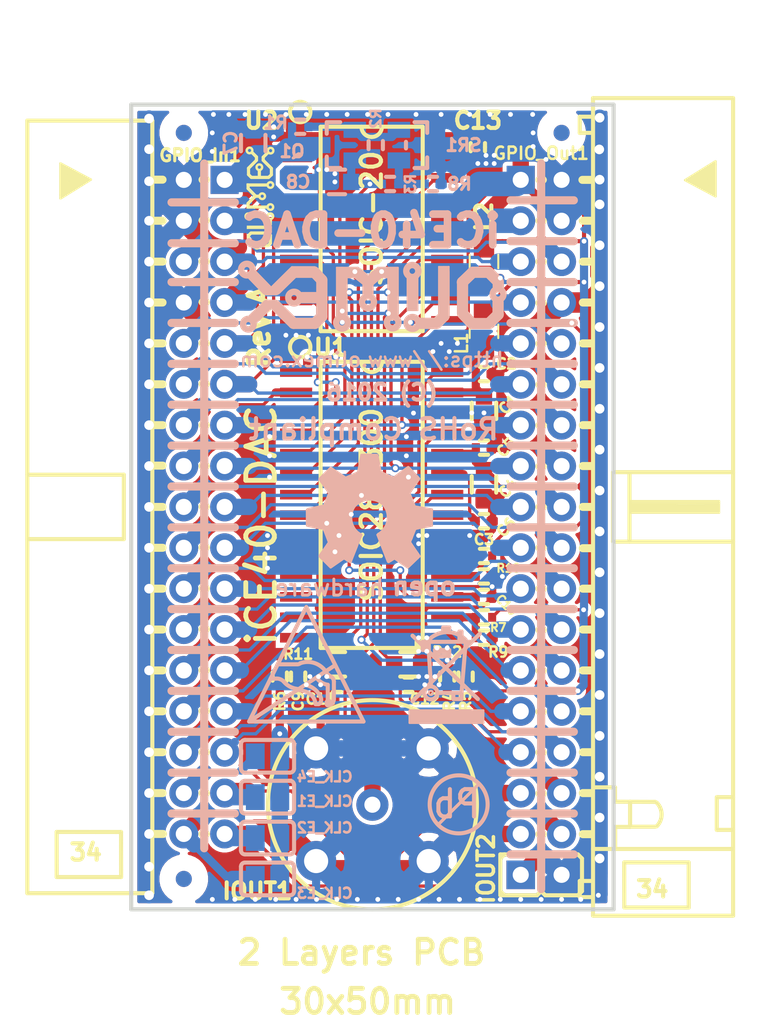
<source format=kicad_pcb>
(kicad_pcb (version 20171130) (host pcbnew 5.1.6-c6e7f7d~87~ubuntu18.04.1)
  (title_block (title ICE40-DAC) (date 2021-02-19) (rev A1) (company "OLimeX LTD"))
  (layers (0 F.Cu signal) (31 B.Cu signal) (34 B.Paste user hide) (35 F.Paste user hide) (36 B.SilkS user hide) (37 F.SilkS user) (38 B.Mask user hide) (39 F.Mask user) (44 Edge.Cuts user))
  (net 0 "")
  (net 1 GND)
  (net 2 +5V)
  (net 3 +3V3)
  (net 4 /EXTCLK)
  (net 5 "Net-(C1-Pad2)")
  (net 6 "Net-(Q1-Pad1)")
  (net 7 "Net-(C3-Pad1)")
  (net 8 "Net-(C3-Pad2)")
  (net 9 "Net-(C6-Pad1)")
  (net 10 /EXTIO)
  (net 11 "Net-(C9-Pad1)")
  (net 12 /IOUT1)
  (net 13 /IOUT2)
  (net 14 /DAC_CLK)
  (net 15 /MODE)
  (net 16 "Net-(R3-Pad2)")
  (net 17 "Net-(R7-Pad1)")
  (net 18 "Net-(R10-Pad1)")
  (net 19 "Net-(U1-Pad1)")
  (net 20 "Net-(U1-Pad2)")
  (net 21 "Net-(U1-Pad3)")
  (net 22 "Net-(U1-Pad4)")
  (net 23 "Net-(U1-Pad5)")
  (net 24 "Net-(U1-Pad6)")
  (net 25 "Net-(U1-Pad7)")
  (net 26 "Net-(U1-Pad8)")
  (net 27 "Net-(U1-Pad9)")
  (net 28 "Net-(U1-Pad10)")
  (net 29 "Net-(U1-Pad11)")
  (net 30 "Net-(U1-Pad12)")
  (net 31 "Net-(U1-Pad13)")
  (net 32 "Net-(U1-Pad14)")
  (net 33 /GPIO_Pin<31>)
  (net 34 /GPIO_Pin<33>)
  (net 35 /GPIO_Pin<34>)
  (net 36 /GPIO_Pin<32>)
  (net 37 /DAC_D0)
  (net 38 /DAC_D1)
  (net 39 /DAC_D2)
  (net 40 /GPIO_Pin<10>)
  (net 41 /GPIO_Pin<12>)
  (net 42 /DAC_D3)
  (net 43 /GPIO_Pin<14>)
  (net 44 /DAC_D4)
  (net 45 /GPIO_Pin<16>)
  (net 46 /DAC_D5)
  (net 47 /GPIO_Pin<18>)
  (net 48 /DAC_D6)
  (net 49 /GPIO_Pin<20>)
  (net 50 /DAC_D7)
  (net 51 /GPIO_Pin<26>)
  (net 52 /GPIO_Pin<25>)
  (net 53 /GPIO_Pin<29>)
  (net 54 /GPIO_Pin<28>)
  (net 55 /GPIO_Pin<30>)
  (net 56 /GPIO_Pin<27>)
  (net 57 /GPIO_Pin<22>)
  (net 58 /GPIO_Pin<24>)
  (net 59 /GPIO_Pin<23>)
  (net 60 /GPIO_Pin<21>)
  (module OLIMEX_IC-FP:SOIC28-300 (layer F.Cu) (at 139.954 94.869 270)
    (fp_text reference U1 (at -9.779 2.54) (layer F.SilkS) (effects (font (size 1.016 1.016) (thickness 0.254))))
    (fp_text value "THS5641AIDW(SOIC28)")
    (fp_text user SOIC28-300 (at 0 0 270) (layer F.SilkS) (effects (font (size 1.27 1.27) (thickness 0.254))))
    (pad 28 smd rect (at -8.255 -4.699) (size 2 0.6) (layers F.Cu F.Paste F.Mask) (net 11 "Net-(C9-Pad1)"))
    (pad 27 smd rect (at -6.985 -4.699) (size 2 0.6) (layers F.Cu F.Paste F.Mask) (net 5 "Net-(C1-Pad2)"))
    (pad 26 smd rect (at -5.715 -4.699) (size 2 0.6) (layers F.Cu F.Paste F.Mask) (net 1 GND))
    (pad 25 smd rect (at -4.445 -4.699) (size 2 0.6) (layers F.Cu F.Paste F.Mask) (net 15 /MODE))
    (pad 24 smd rect (at -3.175 -4.699) (size 2 0.6) (layers F.Cu F.Paste F.Mask) (net 8 "Net-(C3-Pad2)"))
    (pad 23 smd rect (at -1.905 -4.699) (size 2 0.6) (layers F.Cu F.Paste F.Mask) (net 9 "Net-(C6-Pad1)"))
    (pad 22 smd rect (at -0.635 -4.699) (size 2 0.6) (layers F.Cu F.Paste F.Mask) (net 12 /IOUT1))
    (pad 21 smd rect (at 0.635 -4.699) (size 2 0.6) (layers F.Cu F.Paste F.Mask) (net 13 /IOUT2))
    (pad 20 smd rect (at 1.905 -4.699) (size 2 0.6) (layers F.Cu F.Paste F.Mask) (net 1 GND))
    (pad 19 smd rect (at 3.175 -4.699) (size 2 0.6) (layers F.Cu F.Paste F.Mask) (net 7 "Net-(C3-Pad1)"))
    (pad 18 smd rect (at 4.445 -4.699) (size 2 0.6) (layers F.Cu F.Paste F.Mask) (net 18 "Net-(R10-Pad1)"))
    (pad 17 smd rect (at 5.715 -4.699) (size 2 0.6) (layers F.Cu F.Paste F.Mask) (net 10 /EXTIO))
    (pad 16 smd rect (at 6.985 -4.699) (size 2 0.6) (layers F.Cu F.Paste F.Mask) (net 17 "Net-(R7-Pad1)"))
    (pad 15 smd rect (at 8.255 -4.699) (size 2 0.6) (layers F.Cu F.Paste F.Mask) (net 1 GND))
    (pad 14 smd rect (at 8.255 4.699) (size 2 0.6) (layers F.Cu F.Paste F.Mask) (net 32 "Net-(U1-Pad14)"))
    (pad 13 smd rect (at 6.985 4.699) (size 2 0.6) (layers F.Cu F.Paste F.Mask) (net 31 "Net-(U1-Pad13)"))
    (pad 12 smd rect (at 5.715 4.699) (size 2 0.6) (layers F.Cu F.Paste F.Mask) (net 30 "Net-(U1-Pad12)"))
    (pad 11 smd rect (at 4.445 4.699) (size 2 0.6) (layers F.Cu F.Paste F.Mask) (net 29 "Net-(U1-Pad11)"))
    (pad 10 smd rect (at 3.175 4.699) (size 2 0.6) (layers F.Cu F.Paste F.Mask) (net 28 "Net-(U1-Pad10)"))
    (pad 9 smd rect (at 1.905 4.699) (size 2 0.6) (layers F.Cu F.Paste F.Mask) (net 27 "Net-(U1-Pad9)"))
    (pad 8 smd rect (at 0.635 4.699) (size 2 0.6) (layers F.Cu F.Paste F.Mask) (net 26 "Net-(U1-Pad8)"))
    (pad 7 smd rect (at -0.635 4.699) (size 2 0.6) (layers F.Cu F.Paste F.Mask) (net 25 "Net-(U1-Pad7)"))
    (pad 6 smd rect (at -1.905 4.699) (size 2 0.6) (layers F.Cu F.Paste F.Mask) (net 24 "Net-(U1-Pad6)"))
    (pad 5 smd rect (at -3.175 4.699) (size 2 0.6) (layers F.Cu F.Paste F.Mask) (net 23 "Net-(U1-Pad5)"))
    (pad 4 smd rect (at -4.445 4.699) (size 2 0.6) (layers F.Cu F.Paste F.Mask) (net 22 "Net-(U1-Pad4)"))
    (pad 3 smd rect (at -5.715 4.699) (size 2 0.6) (layers F.Cu F.Paste F.Mask) (net 21 "Net-(U1-Pad3)"))
    (pad 2 smd rect (at -6.985 4.699) (size 2 0.6) (layers F.Cu F.Paste F.Mask) (net 20 "Net-(U1-Pad2)"))
    (pad 1 smd rect (at -8.255 4.699) (size 2 0.6) (layers F.Cu F.Paste F.Mask) (net 19 "Net-(U1-Pad1)"))
  )
  (module OLIMEX_Connectors-FP:BH34R (layer F.Cu) (at 150.495 94.996 270)
    (fp_text reference GPIO_Out1 (at -21.971 0) (layer F.SilkS) (effects (font (size 0.762 0.762) (thickness 0.15875))))
    (fp_text value BH34R)
    (fp_text user 34 (at 23.749 -6.9088) (layer F.SilkS) (effects (font (size 1.016 1.016) (thickness 0.254))))
    (pad 21 thru_hole circle (at 5.08 1.27 270) (size 1.8 1.8) (drill 1) (layers *.Cu *.Mask) (net 60 /GPIO_Pin<21>))
    (pad 23 thru_hole circle (at 7.62 1.27 270) (size 1.8 1.8) (drill 1) (layers *.Cu *.Mask) (net 59 /GPIO_Pin<23>))
    (pad 24 thru_hole circle (at 7.62 -1.27 270) (size 1.8 1.8) (drill 1) (layers *.Cu *.Mask) (net 58 /GPIO_Pin<24>))
    (pad 22 thru_hole circle (at 5.08 -1.27 270) (size 1.8 1.8) (drill 1) (layers *.Cu *.Mask) (net 57 /GPIO_Pin<22>))
    (pad 27 thru_hole circle (at 12.7 1.27 270) (size 1.8 1.8) (drill 1) (layers *.Cu *.Mask) (net 56 /GPIO_Pin<27>))
    (pad 30 thru_hole circle (at 15.24 -1.27 270) (size 1.8 1.8) (drill 1) (layers *.Cu *.Mask) (net 55 /GPIO_Pin<30>))
    (pad 28 thru_hole circle (at 12.7 -1.27 270) (size 1.8 1.8) (drill 1) (layers *.Cu *.Mask) (net 54 /GPIO_Pin<28>))
    (pad 29 thru_hole circle (at 15.24 1.27 270) (size 1.8 1.8) (drill 1) (layers *.Cu *.Mask) (net 53 /GPIO_Pin<29>))
    (pad 33 thru_hole circle (at 20.32 1.27 270) (size 1.8 1.8) (drill 1) (layers *.Cu *.Mask) (net 34 /GPIO_Pin<33>))
    (pad 32 thru_hole circle (at 17.78 -1.27 270) (size 1.8 1.8) (drill 1) (layers *.Cu *.Mask) (net 36 /GPIO_Pin<32>))
    (pad 31 thru_hole circle (at 17.78 1.27 270) (size 1.8 1.8) (drill 1) (layers *.Cu *.Mask) (net 33 /GPIO_Pin<31>))
    (pad 34 thru_hole circle (at 20.32 -1.27 270) (size 1.8 1.8) (drill 1) (layers *.Cu *.Mask) (net 35 /GPIO_Pin<34>))
    (pad 25 thru_hole circle (at 10.16 1.27 270) (size 1.8 1.8) (drill 1) (layers *.Cu *.Mask) (net 52 /GPIO_Pin<25>))
    (pad 26 thru_hole circle (at 10.16 -1.27 270) (size 1.8 1.8) (drill 1) (layers *.Cu *.Mask) (net 51 /GPIO_Pin<26>))
    (pad 19 thru_hole circle (at 2.54 1.27 270) (size 1.8 1.8) (drill 1) (layers *.Cu *.Mask) (net 50 /DAC_D7))
    (pad 20 thru_hole circle (at 2.54 -1.27 270) (size 1.8 1.8) (drill 1) (layers *.Cu *.Mask) (net 49 /GPIO_Pin<20>))
    (pad 17 thru_hole circle (at 0 1.27 270) (size 1.8 1.8) (drill 1) (layers *.Cu *.Mask) (net 48 /DAC_D6))
    (pad 18 thru_hole circle (at 0 -1.27 270) (size 1.8 1.8) (drill 1) (layers *.Cu *.Mask) (net 47 /GPIO_Pin<18>))
    (pad 15 thru_hole circle (at -2.54 1.27 270) (size 1.8 1.8) (drill 1) (layers *.Cu *.Mask) (net 46 /DAC_D5))
    (pad 16 thru_hole circle (at -2.54 -1.27 270) (size 1.8 1.8) (drill 1) (layers *.Cu *.Mask) (net 45 /GPIO_Pin<16>))
    (pad 13 thru_hole circle (at -5.08 1.27 270) (size 1.8 1.8) (drill 1) (layers *.Cu *.Mask) (net 44 /DAC_D4))
    (pad 14 thru_hole circle (at -5.08 -1.27 270) (size 1.8 1.8) (drill 1) (layers *.Cu *.Mask) (net 43 /GPIO_Pin<14>))
    (pad 11 thru_hole circle (at -7.62 1.27 270) (size 1.8 1.8) (drill 1) (layers *.Cu *.Mask) (net 42 /DAC_D3))
    (pad 12 thru_hole circle (at -7.62 -1.27 270) (size 1.8 1.8) (drill 1) (layers *.Cu *.Mask) (net 41 /GPIO_Pin<12>))
    (pad 10 thru_hole circle (at -10.16 -1.27 270) (size 1.8 1.8) (drill 1) (layers *.Cu *.Mask) (net 40 /GPIO_Pin<10>))
    (pad 9 thru_hole circle (at -10.16 1.27 270) (size 1.8 1.8) (drill 1) (layers *.Cu *.Mask) (net 39 /DAC_D2))
    (pad 8 thru_hole circle (at -12.7 -1.27 270) (size 1.8 1.8) (drill 1) (layers *.Cu *.Mask) (net 1 GND))
    (pad 7 thru_hole circle (at -12.7 1.27 270) (size 1.8 1.8) (drill 1) (layers *.Cu *.Mask) (net 38 /DAC_D1))
    (pad 6 thru_hole circle (at -15.24 -1.27 270) (size 1.8 1.8) (drill 1) (layers *.Cu *.Mask) (net 4 /EXTCLK))
    (pad 5 thru_hole circle (at -15.24 1.27 270) (size 1.8 1.8) (drill 1) (layers *.Cu *.Mask) (net 37 /DAC_D0))
    (pad 4 thru_hole circle (at -17.78 -1.27 270) (size 1.8 1.8) (drill 1) (layers *.Cu *.Mask) (net 1 GND))
    (pad 3 thru_hole circle (at -17.78 1.27 270) (size 1.8 1.8) (drill 1) (layers *.Cu *.Mask) (net 3 +3V3))
    (pad 2 thru_hole circle (at -20.32 -1.27 270) (size 1.8 1.8) (drill 1) (layers *.Cu *.Mask) (net 1 GND))
    (pad 1 thru_hole rect (at -20.32 1.27 270) (size 1.75 1.75) (drill 1) (layers *.Cu *.Mask) (net 2 +5V))
  )
  (module OLIMEX_RLC-FP:C_0603_5MIL_DWS (layer F.Cu) (at 146.939 89.027 90)
    (fp_text reference C1 (at 0.381 1.524 45) (layer F.SilkS) (effects (font (size 0.635 0.635) (thickness 0.15875))))
    (fp_text value 22uF/6.3V/0603)
    (pad 2 smd rect (at 0.889 0 90) (size 1.016 1.016) (layers F.Cu F.Paste F.Mask) (net 5 "Net-(C1-Pad2)") (clearance 0.0508))
    (pad 1 smd rect (at -0.889 0 90) (size 1.016 1.016) (layers F.Cu F.Paste F.Mask) (net 1 GND) (clearance 0.0508))
  )
  (module OLIMEX_RLC-FP:C_0603_5MIL_DWS (layer B.Cu) (at 137.795 74.803)
    (fp_text reference C8 (at -2.413 0) (layer B.SilkS) (effects (font (size 0.762 0.762) (thickness 0.1905)) (justify mirror)))
    (fp_text value "NA(22uF/6.3V/0603)")
    (pad 2 smd rect (at 0.889 0) (size 1.016 1.016) (layers B.Cu B.Paste B.Mask) (net 10 /EXTIO) (clearance 0.0508))
    (pad 1 smd rect (at -0.889 0) (size 1.016 1.016) (layers B.Cu B.Paste B.Mask) (net 1 GND) (clearance 0.0508))
  )
  (module OLIMEX_RLC-FP:C_0402_5MIL_DWS (layer F.Cu) (at 142.24 106.045 180)
    (fp_text reference C12 (at -1.016 -0.889 180) (layer F.SilkS) (effects (font (size 0.635 0.635) (thickness 0.15875))))
    (fp_text value NA)
    (pad 2 smd rect (at 0.508 0 180) (size 0.5 0.55) (layers F.Cu F.Paste F.Mask) (net 13 /IOUT2))
    (pad 1 smd rect (at -0.508 0) (size 0.5 0.55) (layers F.Cu F.Paste F.Mask) (net 1 GND))
  )
  (module OLIMEX_RLC-FP:R_0402_5MIL_DWS (layer B.Cu) (at 135.509 71.374 180)
    (fp_text reference R1 (at 1.524 0.254 180) (layer B.SilkS) (effects (font (size 0.762 0.762) (thickness 0.1905)) (justify mirror)))
    (fp_text value NA)
    (pad 2 smd rect (at 0.508 0 180) (size 0.5 0.55) (layers B.Cu B.Paste B.Mask) (net 2 +5V))
    (pad 1 smd rect (at -0.508 0) (size 0.5 0.55) (layers B.Cu B.Paste B.Mask) (net 6 "Net-(Q1-Pad1)"))
  )
  (module OLIMEX_RLC-FP:R_0402_5MIL_DWS (layer B.Cu) (at 140.208 72.517 270)
    (fp_text reference R2 (at -1.651 0 90) (layer B.SilkS) (effects (font (size 0.635 0.635) (thickness 0.15875)) (justify mirror)))
    (fp_text value NA)
    (pad 2 smd rect (at 0.508 0 270) (size 0.5 0.55) (layers B.Cu B.Paste B.Mask) (net 10 /EXTIO))
    (pad 1 smd rect (at -0.508 0 90) (size 0.5 0.55) (layers B.Cu B.Paste B.Mask) (net 6 "Net-(Q1-Pad1)"))
  )
  (module OLIMEX_RLC-FP:R_0402_5MIL_DWS (layer B.Cu) (at 141.097 74.93)
    (fp_text reference R3 (at 1.27 0 90) (layer B.SilkS) (effects (font (size 0.635 0.635) (thickness 0.15875)) (justify mirror)))
    (fp_text value NA)
    (pad 2 smd rect (at 0.508 0) (size 0.5 0.55) (layers B.Cu B.Paste B.Mask) (net 16 "Net-(R3-Pad2)"))
    (pad 1 smd rect (at -0.508 0 180) (size 0.5 0.55) (layers B.Cu B.Paste B.Mask) (net 10 /EXTIO))
  )
  (module OLIMEX_RLC-FP:R_0402_5MIL_DWS (layer F.Cu) (at 144.653 105.537 90)
    (fp_text reference R4 (at -1.524 0.127 270) (layer F.SilkS) (effects (font (size 0.635 0.635) (thickness 0.15875))))
    (fp_text value 10k)
    (pad 2 smd rect (at 0.508 0 90) (size 0.5 0.55) (layers F.Cu F.Paste F.Mask) (net 15 /MODE))
    (pad 1 smd rect (at -0.508 0 270) (size 0.5 0.55) (layers F.Cu F.Paste F.Mask) (net 1 GND))
  )
  (module OLIMEX_RLC-FP:R_0402_5MIL_DWS (layer F.Cu) (at 145.796 105.537 90)
    (fp_text reference R5 (at -1.524 0 270) (layer F.SilkS) (effects (font (size 0.635 0.635) (thickness 0.15875))))
    (fp_text value NA)
    (pad 2 smd rect (at 0.508 0 90) (size 0.5 0.55) (layers F.Cu F.Paste F.Mask) (net 15 /MODE))
    (pad 1 smd rect (at -0.508 0 270) (size 0.5 0.55) (layers F.Cu F.Paste F.Mask) (net 2 +5V))
  )
  (module OLIMEX_RLC-FP:R_0402_5MIL_DWS (layer F.Cu) (at 134.239 105.537 90)
    (fp_text reference R6 (at -1.524 0 270) (layer F.SilkS) (effects (font (size 0.635 0.635) (thickness 0.15875))))
    (fp_text value 22R)
    (pad 2 smd rect (at 0.508 0 90) (size 0.5 0.55) (layers F.Cu F.Paste F.Mask) (net 11 "Net-(C9-Pad1)"))
    (pad 1 smd rect (at -0.508 0 270) (size 0.5 0.55) (layers F.Cu F.Paste F.Mask) (net 14 /DAC_CLK))
  )
  (module OLIMEX_RLC-FP:R_0402_5MIL_DWS (layer F.Cu) (at 146.939 101.854)
    (fp_text reference R7 (at 0.889 0.635 180) (layer F.SilkS) (effects (font (size 0.508 0.508) (thickness 0.127))))
    (fp_text value NA)
    (pad 2 smd rect (at 0.508 0) (size 0.5 0.55) (layers F.Cu F.Paste F.Mask) (net 2 +5V))
    (pad 1 smd rect (at -0.508 0 180) (size 0.5 0.55) (layers F.Cu F.Paste F.Mask) (net 17 "Net-(R7-Pad1)"))
  )
  (module OLIMEX_RLC-FP:R_0402_5MIL_DWS (layer B.Cu) (at 143.764 74.93)
    (fp_text reference R8 (at 1.651 0) (layer B.SilkS) (effects (font (size 0.762 0.762) (thickness 0.1905)) (justify mirror)))
    (fp_text value NA)
    (pad 2 smd rect (at 0.508 0) (size 0.5 0.55) (layers B.Cu B.Paste B.Mask) (net 1 GND))
    (pad 1 smd rect (at -0.508 0 180) (size 0.5 0.55) (layers B.Cu B.Paste B.Mask) (net 16 "Net-(R3-Pad2)"))
  )
  (module OLIMEX_RLC-FP:R_0402_5MIL_DWS (layer F.Cu) (at 146.939 103.124)
    (fp_text reference R9 (at 0.889 0.889) (layer F.SilkS) (effects (font (size 0.635 0.635) (thickness 0.15875))))
    (fp_text value 0R)
    (pad 2 smd rect (at 0.508 0) (size 0.5 0.55) (layers F.Cu F.Paste F.Mask) (net 1 GND))
    (pad 1 smd rect (at -0.508 0 180) (size 0.5 0.55) (layers F.Cu F.Paste F.Mask) (net 17 "Net-(R7-Pad1)"))
  )
  (module OLIMEX_RLC-FP:C_0402_5MIL_DWS (layer F.Cu) (at 146.939 86.741 180)
    (fp_text reference C2 (at -1.397 0.635 180) (layer F.SilkS) (effects (font (size 0.635 0.635) (thickness 0.15875))))
    (fp_text value 100nF)
    (pad 2 smd rect (at 0.508 0 180) (size 0.5 0.55) (layers F.Cu F.Paste F.Mask) (net 5 "Net-(C1-Pad2)"))
    (pad 1 smd rect (at -0.508 0) (size 0.5 0.55) (layers F.Cu F.Paste F.Mask) (net 1 GND))
  )
  (module OLIMEX_RLC-FP:C_0603_5MIL_DWS (layer F.Cu) (at 146.939 93.599 90)
    (fp_text reference C4 (at -0.254 1.524 45) (layer F.SilkS) (effects (font (size 0.635 0.635) (thickness 0.15875))))
    (fp_text value 22uF/6.3V/0603)
    (pad 2 smd rect (at 0.889 0 90) (size 1.016 1.016) (layers F.Cu F.Paste F.Mask) (net 8 "Net-(C3-Pad2)") (clearance 0.0508))
    (pad 1 smd rect (at -0.889 0 90) (size 1.016 1.016) (layers F.Cu F.Paste F.Mask) (net 1 GND) (clearance 0.0508))
  )
  (module OLIMEX_RLC-FP:C_0402_5MIL_DWS (layer F.Cu) (at 146.939 91.313 180)
    (fp_text reference C5 (at -1.397 0 225) (layer F.SilkS) (effects (font (size 0.635 0.635) (thickness 0.15875))))
    (fp_text value 100nF)
    (pad 2 smd rect (at 0.508 0 180) (size 0.5 0.55) (layers F.Cu F.Paste F.Mask) (net 8 "Net-(C3-Pad2)"))
    (pad 1 smd rect (at -0.508 0) (size 0.5 0.55) (layers F.Cu F.Paste F.Mask) (net 1 GND))
  )
  (module OLIMEX_RLC-FP:C_0402_5MIL_DWS (layer F.Cu) (at 146.939 95.885)
    (fp_text reference C6 (at 1.397 0.381 225) (layer F.SilkS) (effects (font (size 0.635 0.635) (thickness 0.15875))))
    (fp_text value 100nF)
    (pad 2 smd rect (at 0.508 0) (size 0.5 0.55) (layers F.Cu F.Paste F.Mask) (net 1 GND))
    (pad 1 smd rect (at -0.508 0 180) (size 0.5 0.55) (layers F.Cu F.Paste F.Mask) (net 9 "Net-(C6-Pad1)"))
  )
  (module OLIMEX_RLC-FP:C_0402_5MIL_DWS (layer F.Cu) (at 146.939 100.584)
    (fp_text reference C10 (at 1.397 0.508 315) (layer F.SilkS) (effects (font (size 0.508 0.508) (thickness 0.127))))
    (fp_text value 100nF)
    (pad 2 smd rect (at 0.508 0) (size 0.5 0.55) (layers F.Cu F.Paste F.Mask) (net 1 GND))
    (pad 1 smd rect (at -0.508 0 180) (size 0.5 0.55) (layers F.Cu F.Paste F.Mask) (net 10 /EXTIO))
  )
  (module OLIMEX_RLC-FP:L_0805_5MIL_DWS (layer F.Cu) (at 146.939 84.074 90)
    (fp_text reference L1 (at -0.762 -1.397 270) (layer F.SilkS) (effects (font (size 0.762 0.762) (thickness 0.15875))))
    (fp_text value FB0805/600R/2A)
    (pad 1 smd rect (at -1.016 0 90) (size 1.524 1.27) (layers F.Cu F.Paste F.Mask) (net 5 "Net-(C1-Pad2)") (clearance 0.0508))
    (pad 2 smd rect (at 1.016 0 90) (size 1.524 1.27) (layers F.Cu F.Paste F.Mask) (net 2 +5V) (clearance 0.0508))
  )
  (module OLIMEX_IC-FP:SOT-23 (layer B.Cu) (at 142.748 72.517 180)
    (fp_text reference SR1 (at -2.921 0 180) (layer B.SilkS) (effects (font (size 0.762 0.762) (thickness 0.1905)) (justify mirror)))
    (fp_text value "NA(TLV431BSN1T1G(SOT23-3))")
    (pad 3 smd rect (at -1.1 0 90) (size 1 1.4) (layers B.Cu B.Paste B.Mask) (net 1 GND))
    (pad 2 smd rect (at 1.1 0.95 90) (size 1 1.4) (layers B.Cu B.Paste B.Mask) (net 6 "Net-(Q1-Pad1)"))
    (pad 1 smd rect (at 1.1 -0.95 90) (size 1 1.4) (layers B.Cu B.Paste B.Mask) (net 16 "Net-(R3-Pad2)"))
  )
  (module OLIMEX_RLC-FP:C_0402_5MIL_DWS (layer F.Cu) (at 146.939 98.044)
    (fp_text reference C3 (at 0 -1.016) (layer F.SilkS) (effects (font (size 0.635 0.635) (thickness 0.15875))))
    (fp_text value 100nF)
    (pad 2 smd rect (at 0.508 0) (size 0.5 0.55) (layers F.Cu F.Paste F.Mask) (net 8 "Net-(C3-Pad2)"))
    (pad 1 smd rect (at -0.508 0 180) (size 0.5 0.55) (layers F.Cu F.Paste F.Mask) (net 7 "Net-(C3-Pad1)"))
  )
  (module OLIMEX_RLC-FP:C_0402_5MIL_DWS (layer F.Cu) (at 135.382 105.537 270)
    (fp_text reference C9 (at 1.524 0 270) (layer F.SilkS) (effects (font (size 0.635 0.635) (thickness 0.15875))))
    (fp_text value NA)
    (pad 2 smd rect (at 0.508 0 270) (size 0.5 0.55) (layers F.Cu F.Paste F.Mask) (net 1 GND))
    (pad 1 smd rect (at -0.508 0 90) (size 0.5 0.55) (layers F.Cu F.Paste F.Mask) (net 11 "Net-(C9-Pad1)"))
  )
  (module OLIMEX_RLC-FP:C_0402_5MIL_DWS (layer F.Cu) (at 137.795 106.045)
    (fp_text reference C11 (at -1.016 0.889 180) (layer F.SilkS) (effects (font (size 0.635 0.635) (thickness 0.15875))))
    (fp_text value NA)
    (pad 2 smd rect (at 0.508 0) (size 0.5 0.55) (layers F.Cu F.Paste F.Mask) (net 12 /IOUT1))
    (pad 1 smd rect (at -0.508 0 180) (size 0.5 0.55) (layers F.Cu F.Paste F.Mask) (net 1 GND))
  )
  (module OLIMEX_Jumpers-FP:SJ (layer B.Cu) (at 133.477 113.03 180)
    (fp_text reference CLK_E1 (at -3.556 -0.254 180) (layer B.SilkS) (effects (font (size 0.635 0.635) (thickness 0.15875)) (justify mirror)))
    (fp_text value Soldered)
    (pad 2 smd rect (at 0.762 0 180) (size 1.1684 1.6002) (layers B.Cu B.Mask) (net 33 /GPIO_Pin<31>) (clearance 0.0508))
    (pad 1 smd rect (at -0.762 0 180) (size 1.1684 1.6002) (layers B.Cu B.Mask) (net 14 /DAC_CLK))
    (pad 1 smd rect (at -0.762 0 180) (size 1.1684 1.6002) (layers B.Cu B.Mask) (net 14 /DAC_CLK) (clearance 0.0508))
  )
  (module OLIMEX_Jumpers-FP:SJ (layer B.Cu) (at 133.477 115.57 180)
    (fp_text reference CLK_E2 (at -3.556 0.635 180) (layer B.SilkS) (effects (font (size 0.635 0.635) (thickness 0.15875)) (justify mirror)))
    (fp_text value Opened)
    (pad 2 smd rect (at 0.762 0 180) (size 1.1684 1.6002) (layers B.Cu B.Mask) (net 34 /GPIO_Pin<33>) (clearance 0.0508))
    (pad 1 smd rect (at -0.762 0 180) (size 1.1684 1.6002) (layers B.Cu B.Mask) (net 14 /DAC_CLK))
    (pad 1 smd rect (at -0.762 0 180) (size 1.1684 1.6002) (layers B.Cu B.Mask) (net 14 /DAC_CLK) (clearance 0.0508))
  )
  (module OLIMEX_Jumpers-FP:SJ (layer B.Cu) (at 133.477 118.11 180)
    (fp_text reference CLK_E3 (at -3.556 -0.889 180) (layer B.SilkS) (effects (font (size 0.635 0.635) (thickness 0.15875)) (justify mirror)))
    (fp_text value Opened)
    (pad 2 smd rect (at 0.762 0 180) (size 1.1684 1.6002) (layers B.Cu B.Mask) (net 35 /GPIO_Pin<34>) (clearance 0.0508))
    (pad 1 smd rect (at -0.762 0 180) (size 1.1684 1.6002) (layers B.Cu B.Mask) (net 14 /DAC_CLK))
    (pad 1 smd rect (at -0.762 0 180) (size 1.1684 1.6002) (layers B.Cu B.Mask) (net 14 /DAC_CLK) (clearance 0.0508))
  )
  (module OLIMEX_Jumpers-FP:SJ (layer B.Cu) (at 133.477 110.49 180)
    (fp_text reference CLK_E4 (at -3.556 -1.27 180) (layer B.SilkS) (effects (font (size 0.635 0.635) (thickness 0.15875)) (justify mirror)))
    (fp_text value Opened)
    (pad 2 smd rect (at 0.762 0 180) (size 1.1684 1.6002) (layers B.Cu B.Mask) (net 36 /GPIO_Pin<32>) (clearance 0.0508))
    (pad 1 smd rect (at -0.762 0 180) (size 1.1684 1.6002) (layers B.Cu B.Mask) (net 14 /DAC_CLK))
    (pad 1 smd rect (at -0.762 0 180) (size 1.1684 1.6002) (layers B.Cu B.Mask) (net 14 /DAC_CLK) (clearance 0.0508))
  )
  (module OLIMEX_Connectors-FP:BNC-JD11-50-LF_1-IN_2-GND (layer F.Cu) (at 140 113.5)
    (fp_text reference IOUT1 (at -7.158 5.372) (layer F.SilkS) (effects (font (thickness 0.25))))
    (fp_text value BNC-JD11-50-LF)
    (pad 2 thru_hole circle (at 3.5 3.5) (size 2.5 2.5) (drill 1.5) (layers *.Cu *.Mask) (net 1 GND))
    (pad 1 thru_hole circle (at 0 0) (size 2 2) (drill 1) (layers *.Cu *.Mask) (net 12 /IOUT1))
    (pad 2 thru_hole circle (at 3.5 -3.5) (size 2.5 2.5) (drill 1.5) (layers *.Cu *.Mask) (net 1 GND))
    (pad 2 thru_hole circle (at -3.5 -3.5) (size 2.5 2.5) (drill 1.5) (layers *.Cu *.Mask) (net 1 GND))
    (pad 2 thru_hole circle (at -3.5 3.5) (size 2.5 2.5) (drill 1.5) (layers *.Cu *.Mask) (net 1 GND))
  )
  (module OLIMEX_RLC-FP:L_0805_5MIL_DWS (layer F.Cu) (at 146.939 79.756 270)
    (fp_text reference L2 (at -2.794 0 270) (layer F.SilkS) (effects (font (size 1.016 1.016) (thickness 0.254))))
    (fp_text value FB0805/600R/2A)
    (pad 1 smd rect (at -1.016 0 270) (size 1.524 1.27) (layers F.Cu F.Paste F.Mask) (net 2 +5V) (clearance 0.0508))
    (pad 2 smd rect (at 1.016 0 270) (size 1.524 1.27) (layers F.Cu F.Paste F.Mask) (net 8 "Net-(C3-Pad2)") (clearance 0.0508))
  )
  (module OLIMEX_RLC-FP:R_0402_5MIL_DWS (layer F.Cu) (at 146.939 99.314)
    (fp_text reference R10 (at 1.524 -0.508) (layer F.SilkS) (effects (font (size 0.508 0.508) (thickness 0.127))))
    (fp_text value 2k/1%)
    (pad 2 smd rect (at 0.508 0) (size 0.5 0.55) (layers F.Cu F.Paste F.Mask) (net 1 GND))
    (pad 1 smd rect (at -0.508 0 180) (size 0.5 0.55) (layers F.Cu F.Paste F.Mask) (net 18 "Net-(R10-Pad1)"))
  )
  (module OLIMEX_RLC-FP:R_0603_5MIL_DWS (layer F.Cu) (at 137.795 104.775 180)
    (fp_text reference R11 (at 2.413 0.635 180) (layer F.SilkS) (effects (font (size 0.635 0.635) (thickness 0.15875))))
    (fp_text value 49.9R/1%)
    (pad 2 smd rect (at 0.889 0 180) (size 1.016 1.016) (layers F.Cu F.Paste F.Mask) (net 1 GND))
    (pad 1 smd rect (at -0.889 0 180) (size 1.016 1.016) (layers F.Cu F.Paste F.Mask) (net 12 /IOUT1))
  )
  (module OLIMEX_RLC-FP:R_0603_5MIL_DWS (layer F.Cu) (at 142.24 104.775)
    (fp_text reference R12 (at 2.413 -0.762) (layer F.SilkS) (effects (font (size 0.635 0.635) (thickness 0.15875))))
    (fp_text value 49.9R/1%)
    (pad 2 smd rect (at 0.889 0) (size 1.016 1.016) (layers F.Cu F.Paste F.Mask) (net 1 GND))
    (pad 1 smd rect (at -0.889 0) (size 1.016 1.016) (layers F.Cu F.Paste F.Mask) (net 13 /IOUT2))
  )
  (module OLIMEX_RLC-FP:C_0402_5MIL_DWS (layer F.Cu) (at 146.558 72.644 270)
    (fp_text reference C13 (at -1.651 0) (layer F.SilkS) (effects (font (size 1.016 1.016) (thickness 0.254))))
    (fp_text value 100nF)
    (pad 2 smd rect (at 0.508 0 270) (size 0.5 0.55) (layers F.Cu F.Paste F.Mask) (net 1 GND))
    (pad 1 smd rect (at -0.508 0 90) (size 0.5 0.55) (layers F.Cu F.Paste F.Mask) (net 2 +5V))
  )
  (module OLIMEX_IC-FP:SOIC20_300mil (layer F.Cu) (at 139.954 77.724 270)
    (fp_text reference U2 (at -6.731 6.858) (layer F.SilkS) (effects (font (size 1.016 1.016) (thickness 0.254))))
    (fp_text value "SN74ACT244DWR(SOIC-20)")
    (fp_text user SOIC-20 (at -0.635 0 270) (layer F.SilkS) (effects (font (size 1.27 1.27) (thickness 0.254))))
    (pad 20 smd rect (at -5.715 -4.7) (size 2 0.6) (layers F.Cu F.Paste F.Mask) (net 2 +5V))
    (pad 19 smd rect (at -4.445 -4.7) (size 2 0.6) (layers F.Cu F.Paste F.Mask) (net 1 GND))
    (pad 18 smd rect (at -3.175 -4.7) (size 2 0.6) (layers F.Cu F.Paste F.Mask) (net 26 "Net-(U1-Pad8)"))
    (pad 17 smd rect (at -1.905 -4.7) (size 2 0.6) (layers F.Cu F.Paste F.Mask) (net 50 /DAC_D7))
    (pad 16 smd rect (at -0.635 -4.7) (size 2 0.6) (layers F.Cu F.Paste F.Mask) (net 25 "Net-(U1-Pad7)"))
    (pad 15 smd rect (at 0.635 -4.7) (size 2 0.6) (layers F.Cu F.Paste F.Mask) (net 48 /DAC_D6))
    (pad 14 smd rect (at 1.905 -4.7) (size 2 0.6) (layers F.Cu F.Paste F.Mask) (net 24 "Net-(U1-Pad6)"))
    (pad 13 smd rect (at 3.175 -4.7) (size 2 0.6) (layers F.Cu F.Paste F.Mask) (net 46 /DAC_D5))
    (pad 12 smd rect (at 4.445 -4.7) (size 2 0.6) (layers F.Cu F.Paste F.Mask) (net 23 "Net-(U1-Pad5)"))
    (pad 11 smd rect (at 5.715 -4.7) (size 2 0.6) (layers F.Cu F.Paste F.Mask) (net 44 /DAC_D4))
    (pad 10 smd rect (at 5.715 4.7) (size 2 0.6) (layers F.Cu F.Paste F.Mask) (net 1 GND))
    (pad 9 smd rect (at 4.445 4.7) (size 2 0.6) (layers F.Cu F.Paste F.Mask) (net 22 "Net-(U1-Pad4)"))
    (pad 8 smd rect (at 3.175 4.7) (size 2 0.6) (layers F.Cu F.Paste F.Mask) (net 42 /DAC_D3))
    (pad 7 smd rect (at 1.905 4.7) (size 2 0.6) (layers F.Cu F.Paste F.Mask) (net 21 "Net-(U1-Pad3)"))
    (pad 6 smd rect (at 0.635 4.7) (size 2 0.6) (layers F.Cu F.Paste F.Mask) (net 39 /DAC_D2))
    (pad 5 smd rect (at -0.635 4.7) (size 2 0.6) (layers F.Cu F.Paste F.Mask) (net 20 "Net-(U1-Pad2)"))
    (pad 4 smd rect (at -1.905 4.7) (size 2 0.6) (layers F.Cu F.Paste F.Mask) (net 38 /DAC_D1))
    (pad 3 smd rect (at -3.175 4.7) (size 2 0.6) (layers F.Cu F.Paste F.Mask) (net 19 "Net-(U1-Pad1)"))
    (pad 2 smd rect (at -4.445 4.7) (size 2 0.6) (layers F.Cu F.Paste F.Mask) (net 37 /DAC_D0))
    (pad 1 smd rect (at -5.715 4.7) (size 2 0.6) (layers F.Cu F.Paste F.Mask) (net 1 GND))
  )
  (module OLIMEX_Connectors-FP:HN1x2 (layer F.Cu) (at 150.495 117.856)
    (fp_text reference IOUT2 (at -3.429 -0.381 90) (layer F.SilkS) (effects (font (size 1.016 1.016) (thickness 0.22225))))
    (fp_text value "NA(HN1x2)")
    (pad 2 thru_hole circle (at 1.27 0) (size 1.778 1.778) (drill 1) (layers *.Cu *.Mask) (net 1 GND))
    (pad 1 thru_hole rect (at -1.27 0) (size 1.778 1.778) (drill 1) (layers *.Cu *.Mask) (net 13 /IOUT2))
  )
  (module OLIMEX_Other-FP:Fiducial1x3 (layer F.Cu) (at 128.27 118.11)
    (fp_text reference "" (at 0 3) (layer F.SilkS))
    (fp_text value "")
    (pad Fid1 connect circle (at 0 0) (size 1 1) (layers F.Cu F.Mask) (clearance 1.016))
  )
  (module OLIMEX_Other-FP:Fiducial1x3 (layer F.Cu) (at 128.27 71.755)
    (fp_text reference "" (at 0 3) (layer F.SilkS))
    (fp_text value "")
    (pad Fid1 connect circle (at 0 0) (size 1 1) (layers F.Cu F.Mask) (clearance 1.016))
  )
  (module OLIMEX_Other-FP:Fiducial1x3 (layer F.Cu) (at 151.765 71.755)
    (fp_text reference "" (at 0 3) (layer F.SilkS))
    (fp_text value "")
    (pad Fid1 connect circle (at 0 0) (size 1 1) (layers F.Cu F.Mask) (clearance 1.016))
  )
  (module OLIMEX_Other-FP:Fiducial1x3 (layer B.Cu) (at 128.27 71.755)
    (fp_text reference "" (at 0 -3) (layer B.SilkS) (effects (justify mirror)))
    (fp_text value "")
    (pad Fid1 connect circle (at 0 0) (size 1 1) (layers B.Cu B.Mask) (clearance 1.016))
  )
  (module OLIMEX_Other-FP:Fiducial1x3 (layer B.Cu) (at 151.765 71.755)
    (fp_text reference "" (at 0 -3) (layer B.SilkS) (effects (justify mirror)))
    (fp_text value "")
    (pad Fid1 connect circle (at 0 0) (size 1 1) (layers B.Cu B.Mask) (clearance 1.016))
  )
  (module OLIMEX_Other-FP:Fiducial1x3 (layer B.Cu) (at 128.27 118.11)
    (fp_text reference "" (at 0 -3) (layer B.SilkS) (effects (justify mirror)))
    (fp_text value "")
    (pad Fid1 connect circle (at 0 0) (size 1 1) (layers B.Cu B.Mask) (clearance 1.016))
  )
  (module OLIMEX_LOGOs-FP:OLIMEX_LOGO_SMALL_TB (layer F.Cu) (at 132.969 75.819 90)
    (fp_text reference "" (at -1.2827 -14.4145 90) (layer F.SilkS) (effects (font (size 1.1 1.1) (thickness 0.254))))
    (fp_text value "")
  )
  (module OLIMEX_LOGOs-FP:LOGO_OPENHARDWARE_8x8 (layer B.Cu) (at 139.827 95.758 180)
    (fp_text reference "" hide)
    (fp_text value "" hide)
    (fp_text user open (at -3.40106 -4.17576 180) (layer B.SilkS) (effects (font (size 1.1 1.1) (thickness 0.254)) (justify mirror)))
    (fp_text user hardware (at 2.51206 -4.2672 180) (layer B.SilkS) (effects (font (thickness 0.18)) (justify mirror)))
  )
  (module OLIMEX_LOGOs-FP:LOGO_PBFREE (layer B.Cu) (at 145.161 113.792 180)
    (fp_text reference "" (at -0.2794 3.52552 180) (layer B.SilkS) (effects (justify mirror)))
    (fp_text value "")
    (fp_text user Pb (at -0.08636 0.33528 180) (layer B.SilkS) (effects (font (size 1.7 1.5) (thickness 0.254)) (justify mirror)))
  )
  (module OLIMEX_Connectors-FP:IDC34R_PCB (layer F.Cu) (at 129.54 94.996 90)
    (fp_text reference GPIO_In1 (at 21.844 -0.254 180) (layer F.SilkS) (effects (font (size 0.762 0.762) (thickness 0.1905))))
    (fp_text value IDC34R)
    (fp_text user 34 (at -21.463 -7.366 180) (layer F.SilkS) (effects (font (size 1.016 1.016) (thickness 0.254))))
    (pad 21 thru_hole circle (at -5.08 1.27 270) (size 1.8 1.8) (drill 1) (layers *.Cu *.Mask) (net 60 /GPIO_Pin<21>))
    (pad 23 thru_hole circle (at -7.62 1.27 270) (size 1.8 1.8) (drill 1) (layers *.Cu *.Mask) (net 59 /GPIO_Pin<23>))
    (pad 24 thru_hole circle (at -7.62 -1.27 270) (size 1.8 1.8) (drill 1) (layers *.Cu *.Mask) (net 58 /GPIO_Pin<24>))
    (pad 22 thru_hole circle (at -5.08 -1.27 270) (size 1.8 1.8) (drill 1) (layers *.Cu *.Mask) (net 57 /GPIO_Pin<22>))
    (pad 27 thru_hole circle (at -12.7 1.27 270) (size 1.8 1.8) (drill 1) (layers *.Cu *.Mask) (net 56 /GPIO_Pin<27>))
    (pad 30 thru_hole circle (at -15.24 -1.27 270) (size 1.8 1.8) (drill 1) (layers *.Cu *.Mask) (net 55 /GPIO_Pin<30>))
    (pad 28 thru_hole circle (at -12.7 -1.27 270) (size 1.8 1.8) (drill 1) (layers *.Cu *.Mask) (net 54 /GPIO_Pin<28>))
    (pad 29 thru_hole circle (at -15.24 1.27 270) (size 1.8 1.8) (drill 1) (layers *.Cu *.Mask) (net 53 /GPIO_Pin<29>))
    (pad 33 thru_hole circle (at -20.32 1.27 270) (size 1.8 1.8) (drill 1) (layers *.Cu *.Mask) (net 34 /GPIO_Pin<33>))
    (pad 32 thru_hole circle (at -17.78 -1.27 270) (size 1.8 1.8) (drill 1) (layers *.Cu *.Mask) (net 36 /GPIO_Pin<32>))
    (pad 31 thru_hole circle (at -17.78 1.27 270) (size 1.8 1.8) (drill 1) (layers *.Cu *.Mask) (net 33 /GPIO_Pin<31>))
    (pad 34 thru_hole circle (at -20.32 -1.27 270) (size 1.8 1.8) (drill 1) (layers *.Cu *.Mask) (net 35 /GPIO_Pin<34>))
    (pad 25 thru_hole circle (at -10.16 1.27 270) (size 1.8 1.8) (drill 1) (layers *.Cu *.Mask) (net 52 /GPIO_Pin<25>))
    (pad 26 thru_hole circle (at -10.16 -1.27 270) (size 1.8 1.8) (drill 1) (layers *.Cu *.Mask) (net 51 /GPIO_Pin<26>))
    (pad 19 thru_hole circle (at -2.54 1.27 270) (size 1.8 1.8) (drill 1) (layers *.Cu *.Mask) (net 50 /DAC_D7))
    (pad 20 thru_hole circle (at -2.54 -1.27 270) (size 1.8 1.8) (drill 1) (layers *.Cu *.Mask) (net 49 /GPIO_Pin<20>))
    (pad 17 thru_hole circle (at 0 1.27 270) (size 1.8 1.8) (drill 1) (layers *.Cu *.Mask) (net 48 /DAC_D6))
    (pad 18 thru_hole circle (at 0 -1.27 270) (size 1.8 1.8) (drill 1) (layers *.Cu *.Mask) (net 47 /GPIO_Pin<18>))
    (pad 15 thru_hole circle (at 2.54 1.27 270) (size 1.8 1.8) (drill 1) (layers *.Cu *.Mask) (net 46 /DAC_D5))
    (pad 16 thru_hole circle (at 2.54 -1.27 270) (size 1.8 1.8) (drill 1) (layers *.Cu *.Mask) (net 45 /GPIO_Pin<16>))
    (pad 13 thru_hole circle (at 5.08 1.27 270) (size 1.8 1.8) (drill 1) (layers *.Cu *.Mask) (net 44 /DAC_D4))
    (pad 14 thru_hole circle (at 5.08 -1.27 270) (size 1.8 1.8) (drill 1) (layers *.Cu *.Mask) (net 43 /GPIO_Pin<14>))
    (pad 11 thru_hole circle (at 7.62 1.27 270) (size 1.8 1.8) (drill 1) (layers *.Cu *.Mask) (net 42 /DAC_D3))
    (pad 12 thru_hole circle (at 7.62 -1.27 270) (size 1.8 1.8) (drill 1) (layers *.Cu *.Mask) (net 41 /GPIO_Pin<12>))
    (pad 10 thru_hole circle (at 10.16 -1.27 270) (size 1.8 1.8) (drill 1) (layers *.Cu *.Mask) (net 40 /GPIO_Pin<10>))
    (pad 9 thru_hole circle (at 10.16 1.27 270) (size 1.8 1.8) (drill 1) (layers *.Cu *.Mask) (net 39 /DAC_D2))
    (pad 8 thru_hole circle (at 12.7 -1.27 270) (size 1.8 1.8) (drill 1) (layers *.Cu *.Mask) (net 1 GND))
    (pad 7 thru_hole circle (at 12.7 1.27 270) (size 1.8 1.8) (drill 1) (layers *.Cu *.Mask) (net 38 /DAC_D1))
    (pad 6 thru_hole circle (at 15.24 -1.27 270) (size 1.8 1.8) (drill 1) (layers *.Cu *.Mask) (net 4 /EXTCLK))
    (pad 5 thru_hole circle (at 15.24 1.27 270) (size 1.8 1.8) (drill 1) (layers *.Cu *.Mask) (net 37 /DAC_D0))
    (pad 4 thru_hole circle (at 17.78 -1.27 270) (size 1.8 1.8) (drill 1) (layers *.Cu *.Mask) (net 1 GND))
    (pad 3 thru_hole circle (at 17.78 1.27 270) (size 1.8 1.8) (drill 1) (layers *.Cu *.Mask) (net 3 +3V3))
    (pad 2 thru_hole circle (at 20.32 -1.27 270) (size 1.8 1.8) (drill 1) (layers *.Cu *.Mask) (net 1 GND))
    (pad 1 thru_hole rect (at 20.32 1.27 270) (size 1.75 1.75) (drill 1) (layers *.Cu *.Mask) (net 2 +5V))
  )
  (module OLIMEX_Transistors-FP:SOT23 (layer B.Cu) (at 137.795 72.517)
    (fp_text reference Q1 (at -2.794 0.381) (layer B.SilkS) (effects (font (size 0.762 0.762) (thickness 0.1905)) (justify mirror)))
    (fp_text value "NA(BC817-40(SOT-23))")
    (pad 1 smd rect (at 1.10744 -0.94996) (size 1.4 1) (layers B.Cu B.Paste B.Mask) (net 6 "Net-(Q1-Pad1)") (clearance 0.0508))
    (pad 2 smd rect (at 1.10744 0.9525) (size 1.4 1) (layers B.Cu B.Paste B.Mask) (net 10 /EXTIO) (clearance 0.0508))
    (pad 3 smd rect (at -1.10236 -0.00254) (size 1.4 1) (layers B.Cu B.Paste B.Mask) (net 2 +5V) (clearance 0.0508))
  )
  (module OLIMEX_LOGOs-FP:OLIMEX_LOGO_TB (layer B.Cu) (at 139.827 81.915 180)
    (fp_text reference "" hide)
    (fp_text value "" hide)
  )
  (module OLIMEX_LOGOs-FP:LOGO_ANTISTATIC_1 (layer B.Cu) (at 139.446 108.331 180)
    (fp_text reference Ref** hide)
    (fp_text value Val** hide)
  )
  (module OLIMEX_LOGOs-FP:LOGO_RECYCLEBIN_1 (layer B.Cu) (at 146.939 108.458 180)
    (fp_text reference "" hide)
    (fp_text value "" hide)
  )
  (module OLIMEX_RLC-FP:C_0603_5MIL_DWS (layer B.Cu) (at 132.588 72.39 270)
    (fp_text reference C7 (at 0 1.397 90) (layer B.SilkS) (effects (font (size 0.762 0.762) (thickness 0.1905)) (justify mirror)))
    (fp_text value "NA(22uF/6.3V/0603)")
    (pad 2 smd rect (at 0.889 0 270) (size 1.016 1.016) (layers B.Cu B.Paste B.Mask) (net 2 +5V) (clearance 0.0508))
    (pad 1 smd rect (at -0.889 0 270) (size 1.016 1.016) (layers B.Cu B.Paste B.Mask) (net 1 GND) (clearance 0.0508))
  )
  (gr_text "RoHS Compliant" (at 140.081 90.17) (layer B.SilkS) (effects (font (size 1.27 1.27) (thickness 0.254)) (justify mirror)))
  (gr_text iCE40-DAC (at 139.954 77.851) (layer B.SilkS) (effects (font (size 1.905 1.905) (thickness 0.47625)) (justify mirror)))
  (gr_text Rev.A (at 132.969 83.82 90) (layer F.SilkS) (effects (font (size 1.27 1.27) (thickness 0.3))))
  (gr_text iCE40-DAC (at 133.096 96.139 90) (layer F.SilkS) (effects (font (size 1.778 1.778) (thickness 0.3))))
  (gr_line (start 142.875 103.378) (end 142.875 103.759) (layer F.SilkS) (width 0.254))
  (gr_line (start 142.748 103.378) (end 142.748 103.759) (layer F.SilkS) (width 0.254))
  (gr_line (start 143.129 103.378) (end 142.748 103.378) (layer F.SilkS) (width 0.254))
  (gr_line (start 142.875 83.947) (end 142.875 84.074) (layer F.SilkS) (width 0.254))
  (gr_line (start 142.875 83.693) (end 142.875 83.947) (layer F.SilkS) (width 0.254))
  (gr_line (start 142.748 83.693) (end 142.748 84.074) (layer F.SilkS) (width 0.254))
  (gr_line (start 143.129 83.693) (end 142.748 83.693) (layer F.SilkS) (width 0.254))
  (gr_line (start 148.59 75.946) (end 152.527 75.946) (angle 90) (layer B.SilkS) (width 0.508))
  (gr_line (start 148.59 78.486) (end 152.527 78.486) (angle 90) (layer B.SilkS) (width 0.508))
  (gr_line (start 148.59 81.026) (end 152.527 81.026) (angle 90) (layer B.SilkS) (width 0.508))
  (gr_line (start 148.59 83.566) (end 152.527 83.566) (angle 90) (layer B.SilkS) (width 0.508))
  (gr_line (start 148.59 86.106) (end 152.527 86.106) (angle 90) (layer B.SilkS) (width 0.508))
  (gr_line (start 148.59 88.646) (end 152.527 88.646) (angle 90) (layer B.SilkS) (width 0.508))
  (gr_line (start 148.59 91.186) (end 152.527 91.186) (angle 90) (layer B.SilkS) (width 0.508))
  (gr_line (start 148.59 93.726) (end 152.527 93.726) (angle 90) (layer B.SilkS) (width 0.508))
  (gr_line (start 148.59 96.266) (end 152.527 96.266) (angle 90) (layer B.SilkS) (width 0.508))
  (gr_line (start 148.59 98.806) (end 152.527 98.806) (angle 90) (layer B.SilkS) (width 0.508))
  (gr_line (start 148.59 101.346) (end 152.527 101.346) (angle 90) (layer B.SilkS) (width 0.508))
  (gr_line (start 148.59 103.886) (end 152.527 103.886) (angle 90) (layer B.SilkS) (width 0.508))
  (gr_line (start 148.59 106.426) (end 152.527 106.426) (angle 90) (layer B.SilkS) (width 0.508))
  (gr_line (start 148.59 108.966) (end 152.527 108.966) (angle 90) (layer B.SilkS) (width 0.508))
  (gr_line (start 148.59 111.506) (end 152.527 111.506) (angle 90) (layer B.SilkS) (width 0.508))
  (gr_line (start 148.59 116.586) (end 152.527 116.586) (angle 90) (layer B.SilkS) (width 0.508))
  (gr_line (start 148.59 114.046) (end 152.527 114.046) (angle 90) (layer B.SilkS) (width 0.508))
  (gr_line (start 127.508 76.073) (end 131.445 76.073) (angle 90) (layer B.SilkS) (width 0.508))
  (gr_line (start 127.508 78.613) (end 131.445 78.613) (angle 90) (layer B.SilkS) (width 0.508))
  (gr_line (start 127.508 81.026) (end 131.445 81.026) (angle 90) (layer B.SilkS) (width 0.508))
  (gr_line (start 127.508 83.566) (end 131.445 83.566) (angle 90) (layer B.SilkS) (width 0.508))
  (gr_line (start 127.508 86.106) (end 131.445 86.106) (angle 90) (layer B.SilkS) (width 0.508))
  (gr_line (start 127.508 88.646) (end 131.445 88.646) (angle 90) (layer B.SilkS) (width 0.508))
  (gr_line (start 127.508 91.186) (end 131.445 91.186) (angle 90) (layer B.SilkS) (width 0.508))
  (gr_line (start 127.508 93.726) (end 131.445 93.726) (angle 90) (layer B.SilkS) (width 0.508))
  (gr_line (start 127.508 96.266) (end 131.445 96.266) (angle 90) (layer B.SilkS) (width 0.508))
  (gr_line (start 127.508 98.806) (end 131.445 98.806) (angle 90) (layer B.SilkS) (width 0.508))
  (gr_line (start 127.508 101.346) (end 131.445 101.346) (angle 90) (layer B.SilkS) (width 0.508))
  (gr_line (start 127.508 103.886) (end 131.445 103.886) (angle 90) (layer B.SilkS) (width 0.508))
  (gr_line (start 127.508 106.426) (end 131.445 106.426) (angle 90) (layer B.SilkS) (width 0.508))
  (gr_line (start 127.508 108.966) (end 131.445 108.966) (angle 90) (layer B.SilkS) (width 0.508))
  (gr_line (start 127.508 111.506) (end 131.445 111.506) (angle 90) (layer B.SilkS) (width 0.508))
  (gr_line (start 150.495 118.745) (end 150.495 73.66) (angle 90) (layer B.SilkS) (width 0.508))
  (gr_line (start 129.54 73.66) (end 129.54 116.205) (angle 90) (layer B.SilkS) (width 0.508))
  (gr_line (start 127.508 114.046) (end 131.445 114.046) (angle 90) (layer B.SilkS) (width 0.508))
  (gr_text "2 Layers PCB" (at 139.319 122.682) (layer F.SilkS) (effects (font (size 1.5 1.5) (thickness 0.3))))
  (gr_text https://www.olimex.com (at 139.954 85.852) (layer B.SilkS) (effects (font (size 0.889 0.889) (thickness 0.15875)) (justify mirror)))
  (gr_text 30x50mm (at 139.7 125.73) (layer F.SilkS) (effects (font (size 1.5 1.5) (thickness 0.3))))
  (gr_text "(C) 2016" (at 140.589 87.884) (layer B.SilkS) (effects (font (size 1 1) (thickness 0.25)) (justify mirror)))
  (gr_line (start 125 120) (end 125 70) (angle 90) (layer Edge.Cuts) (width 0.254))
  (gr_line (start 155 120) (end 125 120) (angle 90) (layer Edge.Cuts) (width 0.254))
  (gr_line (start 155 70) (end 155 120) (angle 90) (layer Edge.Cuts) (width 0.254))
  (gr_line (start 125 70) (end 155 70) (angle 90) (layer Edge.Cuts) (width 0.254))
  (segment (start 154.130926 82.289512) (end 154.130926 83.82) (width 1.016) (layer F.Cu) (net 1))
  (segment (start 153.114926 82.296) (end 154.124438 82.296) (width 1.016) (layer F.Cu) (net 1))
  (segment (start 154.124438 82.296) (end 154.130926 82.289512) (width 0.508) (layer F.Cu) (net 1))
  (segment (start 154.130926 82.289512) (end 154.130926 81.28) (width 1.016) (layer F.Cu) (net 1))
  (segment (start 146.939 89.916) (end 146.923909 89.931091) (width 0.508) (layer F.Cu) (net 1))
  (segment (start 146.923909 89.931091) (end 146.923909 90.333986) (width 0.508) (layer F.Cu) (net 1))
  (segment (start 146.923909 90.333986) (end 147.447 90.857077) (width 0.508) (layer F.Cu) (net 1))
  (segment (start 147.447 90.857077) (end 147.447 91.313) (width 0.508) (layer F.Cu) (net 1))
  (segment (start 147.447 89.154) (end 146.939 89.154) (width 0.508) (layer F.Cu) (net 1))
  (segment (start 147.942526 89.154) (end 147.447 89.154) (width 0.508) (layer F.Cu) (net 1))
  (segment (start 147.447 89.154) (end 147.447 91.313) (width 0.508) (layer F.Cu) (net 1))
  (segment (start 147.828 90.932) (end 147.447 91.313) (width 0.508) (layer F.Cu) (net 1))
  (segment (start 147.828 89.304342) (end 147.828 90.932) (width 0.508) (layer F.Cu) (net 1))
  (segment (start 147.942526 89.154) (end 147.942526 89.189816) (width 0.508) (layer F.Cu) (net 1))
  (segment (start 147.942526 89.189816) (end 147.828 89.304342) (width 0.508) (layer F.Cu) (net 1))
  (segment (start 147.994799 88.733201) (end 147.994799 89.101727) (width 0.508) (layer F.Cu) (net 1))
  (segment (start 147.994799 89.101727) (end 147.942526 89.154) (width 0.508) (layer F.Cu) (net 1))
  (segment (start 147.447 87.122) (end 147.994799 87.669799) (width 0.254) (layer F.Cu) (net 1))
  (segment (start 147.994799 87.669799) (end 147.994799 88.733201) (width 0.254) (layer F.Cu) (net 1))
  (segment (start 147.447 86.741) (end 147.447 87.122) (width 0.254) (layer F.Cu) (net 1))
  (segment (start 147.447 86.741) (end 147.447 86.487) (width 0.254) (layer F.Cu) (net 1))
  (segment (start 147.447 86.487) (end 148.02217 85.91183) (width 0.254) (layer F.Cu) (net 1))
  (segment (start 148.02217 85.91183) (end 148.39583 85.91183) (width 0.254) (layer F.Cu) (net 1))
  (segment (start 148.39583 85.91183) (end 148.59 86.106) (width 0.254) (layer F.Cu) (net 1))
  (segment (start 142.875 97.282) (end 146.207451 97.282) (width 0.508) (layer F.Cu) (net 1))
  (segment (start 146.207451 97.282) (end 146.426612 97.062839) (width 0.508) (layer F.Cu) (net 1))
  (segment (start 146.426612 97.062839) (end 146.426612 96.778388) (width 0.508) (layer F.Cu) (net 1))
  (segment (start 146.426612 96.778388) (end 146.431 96.774) (width 0.508) (layer F.Cu) (net 1))
  (segment (start 147.066 96.774) (end 146.431 96.774) (width 0.508) (layer F.Cu) (net 1))
  (segment (start 146.431 96.774) (end 146.05 96.774) (width 0.508) (layer F.Cu) (net 1))
  (segment (start 147.447 99.314) (end 147.447 99.167851) (width 0.2032) (layer F.Cu) (net 1))
  (segment (start 147.447 99.167851) (end 148.062851 98.552) (width 0.2032) (layer F.Cu) (net 1))
  (segment (start 148.276781 98.552) (end 148.57058 98.845799) (width 0.2032) (layer F.Cu) (net 1))
  (segment (start 148.062851 98.552) (end 148.276781 98.552) (width 0.2032) (layer F.Cu) (net 1))
  (segment (start 147.447 99.314) (end 148.102379 99.314) (width 0.254) (layer F.Cu) (net 1))
  (segment (start 153.42382 99.06) (end 154.130926 99.06) (width 0.254) (layer F.Cu) (net 1))
  (segment (start 148.102379 99.314) (end 148.57058 98.845799) (width 0.254) (layer F.Cu) (net 1))
  (segment (start 148.57058 98.845799) (end 153.209619 98.845799) (width 0.254) (layer F.Cu) (net 1))
  (segment (start 153.209619 98.845799) (end 153.42382 99.06) (width 0.254) (layer F.Cu) (net 1))
  (segment (start 142.875 99.65253) (end 142.875 98.679) (width 0.2032) (layer F.Cu) (net 1))
  (segment (start 142.875 98.679) (end 142.875 97.635553) (width 0.2032) (layer F.Cu) (net 1))
  (segment (start 147.447 99.314) (end 147.447 99.256358) (width 0.2032) (layer F.Cu) (net 1))
  (segment (start 147.447 99.256358) (end 146.869642 98.679) (width 0.2032) (layer F.Cu) (net 1))
  (segment (start 146.869642 98.679) (end 142.875 98.679) (width 0.2032) (layer F.Cu) (net 1))
  (segment (start 147.447 99.949) (end 143.17147 99.949) (width 0.2032) (layer F.Cu) (net 1))
  (segment (start 143.17147 99.949) (end 142.875 99.65253) (width 0.2032) (layer F.Cu) (net 1))
  (segment (start 142.875 97.635553) (end 142.875 97.282) (width 0.2032) (layer F.Cu) (net 1))
  (segment (start 147.447 100.584) (end 147.447 100.609) (width 0.2032) (layer F.Cu) (net 1))
  (segment (start 143.100432 101.249199) (end 142.875815 101.473815) (width 0.2032) (layer F.Cu) (net 1))
  (segment (start 147.447 100.609) (end 146.806801 101.249199) (width 0.2032) (layer F.Cu) (net 1))
  (segment (start 146.806801 101.249199) (end 143.100432 101.249199) (width 0.2032) (layer F.Cu) (net 1))
  (segment (start 142.875815 101.473815) (end 142.875 101.473) (width 0.2032) (layer F.Cu) (net 1))
  (segment (start 142.875 101.473) (end 142.875 103.124) (width 0.2032) (layer F.Cu) (net 1))
  (segment (start 142.24 93.146237) (end 142.24 93.218) (width 0.254) (layer B.Cu) (net 1))
  (segment (start 138.12519 93.29419) (end 137.980152 93.149152) (width 0.254) (layer B.Cu) (net 1))
  (segment (start 142.24 93.218) (end 142.16381 93.29419) (width 0.254) (layer B.Cu) (net 1))
  (segment (start 142.16381 93.29419) (end 138.12519 93.29419) (width 0.254) (layer B.Cu) (net 1))
  (segment (start 137.980152 93.149152) (end 133.606915 93.149152) (width 0.254) (layer B.Cu) (net 1))
  (segment (start 133.606915 93.149152) (end 133.604 93.146237) (width 0.254) (layer B.Cu) (net 1))
  (segment (start 133.604 93.146237) (end 133.604 93.091) (width 0.254) (layer B.Cu) (net 1))
  (via (at 133.604 93.146237) (size 0.5) (drill 0.3) (layers F.Cu B.Cu) (net 1))
  (segment (start 142.24 92.357579) (end 142.24 93.146237) (width 0.508) (layer F.Cu) (net 1))
  (segment (start 142.24 93.146237) (end 142.24 93.091) (width 0.508) (layer F.Cu) (net 1))
  (via (at 142.24 93.146237) (size 0.5) (drill 0.3) (layers F.Cu B.Cu) (net 1))
  (segment (start 142.113 91.821) (end 142.113 92.230579) (width 0.508) (layer F.Cu) (net 1))
  (segment (start 142.113 92.230579) (end 142.24 92.357579) (width 0.508) (layer F.Cu) (net 1))
  (segment (start 142.554864 88.812214) (end 142.554864 89.165767) (width 0.508) (layer F.Cu) (net 1))
  (segment (start 142.554864 86.553136) (end 142.554864 88.812214) (width 0.508) (layer F.Cu) (net 1))
  (segment (start 146.177 89.154) (end 142.566631 89.154) (width 0.508) (layer B.Cu) (net 1))
  (segment (start 142.554864 89.51932) (end 142.554864 89.165767) (width 0.508) (layer F.Cu) (net 1))
  (segment (start 142.113 90.63119) (end 142.554864 90.189326) (width 0.508) (layer F.Cu) (net 1))
  (segment (start 143.764 85.344) (end 142.554864 86.553136) (width 0.508) (layer F.Cu) (net 1))
  (segment (start 142.566631 89.154) (end 142.554864 89.165767) (width 0.508) (layer B.Cu) (net 1))
  (segment (start 142.554864 90.189326) (end 142.554864 89.51932) (width 0.508) (layer F.Cu) (net 1))
  (via (at 142.554864 89.165767) (size 0.5) (drill 0.3) (layers F.Cu B.Cu) (net 1))
  (segment (start 133.617038 90.63119) (end 133.605891 90.620043) (width 0.254) (layer B.Cu) (net 1))
  (segment (start 133.604 91.821) (end 133.604 90.621934) (width 0.508) (layer F.Cu) (net 1))
  (segment (start 133.604 90.621934) (end 133.605891 90.620043) (width 0.508) (layer F.Cu) (net 1))
  (via (at 133.605891 90.620043) (size 0.5) (drill 0.3) (layers F.Cu B.Cu) (net 1))
  (segment (start 142.113 90.63119) (end 133.617038 90.63119) (width 0.254) (layer B.Cu) (net 1))
  (segment (start 142.113 90.63119) (end 142.113 90.678) (width 0.508) (layer F.Cu) (net 1))
  (via (at 142.113 90.63119) (size 0.5) (drill 0.3) (layers F.Cu B.Cu) (net 1))
  (segment (start 133.604 91.821) (end 133.604 96.118721) (width 0.508) (layer F.Cu) (net 1))
  (segment (start 133.48664 96.236081) (end 133.48664 96.76436) (width 0.508) (layer F.Cu) (net 1))
  (segment (start 133.604 96.118721) (end 133.48664 96.236081) (width 0.508) (layer F.Cu) (net 1))
  (segment (start 133.48664 96.76436) (end 133.477 96.774) (width 0.508) (layer F.Cu) (net 1))
  (segment (start 133.477 96.774) (end 133.477 96.349835) (width 0.508) (layer F.Cu) (net 1))
  (segment (start 133.477 96.349835) (end 133.393165 96.266) (width 0.508) (layer F.Cu) (net 1))
  (segment (start 133.393165 96.266) (end 132.08 96.266) (width 0.508) (layer F.Cu) (net 1))
  (via (at 133.604 91.821) (size 0.5) (drill 0.3) (layers F.Cu B.Cu) (net 1))
  (segment (start 140.462 91.821) (end 133.604 91.821) (width 0.508) (layer B.Cu) (net 1))
  (segment (start 142.113 91.821) (end 140.462 91.821) (width 0.508) (layer B.Cu) (net 1))
  (via (at 142.113 91.821) (size 0.5) (drill 0.3) (layers F.Cu B.Cu) (net 1))
  (segment (start 142.113 90.678) (end 142.113 91.821) (width 0.508) (layer F.Cu) (net 1))
  (segment (start 143.256 106.045) (end 142.902447 106.045) (width 0.508) (layer B.Cu) (net 1))
  (segment (start 142.902447 106.045) (end 136.779 106.045) (width 0.508) (layer B.Cu) (net 1))
  (segment (start 136.779 106.045) (end 136.779 109.721) (width 0.508) (layer F.Cu) (net 1))
  (segment (start 136.779 109.721) (end 136.5 110) (width 0.508) (layer F.Cu) (net 1))
  (segment (start 144.272 84.836) (end 145.288 84.836) (width 0.508) (layer B.Cu) (net 1))
  (segment (start 137.16 84.328) (end 137.668 84.836) (width 0.508) (layer B.Cu) (net 1))
  (segment (start 137.668 84.836) (end 144.272 84.836) (width 0.508) (layer B.Cu) (net 1))
  (segment (start 136.017 84.328) (end 137.16 84.328) (width 0.508) (layer B.Cu) (net 1))
  (segment (start 128.27 82.296) (end 126.111 82.296) (width 1.016) (layer B.Cu) (net 1))
  (segment (start 133.858 71.374) (end 133.858 71.117839) (width 0.508) (layer F.Cu) (net 1))
  (segment (start 133.858 71.117839) (end 133.35 70.609839) (width 0.508) (layer F.Cu) (net 1))
  (segment (start 137.16 74.041) (end 137.16 72.407) (width 0.508) (layer F.Cu) (net 1))
  (segment (start 137.16 72.407) (end 136.762 72.009) (width 0.508) (layer F.Cu) (net 1))
  (segment (start 136.762 72.009) (end 135.254 72.009) (width 0.508) (layer F.Cu) (net 1))
  (segment (start 144.272 72.524093) (end 144.272 73.152) (width 0.508) (layer B.Cu) (net 1))
  (segment (start 144.272 73.152) (end 144.272 74.93) (width 0.508) (layer B.Cu) (net 1))
  (segment (start 147.066 73.152) (end 144.272 73.152) (width 0.508) (layer B.Cu) (net 1))
  (segment (start 143.848 72.517) (end 144.267555 72.517) (width 0.508) (layer B.Cu) (net 1))
  (segment (start 144.267555 72.517) (end 144.267555 71.886445) (width 0.508) (layer B.Cu) (net 1))
  (segment (start 144.267555 71.886445) (end 144.272 71.882) (width 0.508) (layer B.Cu) (net 1))
  (segment (start 144.272 71.882) (end 144.272 70.609839) (width 0.508) (layer B.Cu) (net 1))
  (segment (start 143.848 72.517) (end 144.272 72.093) (width 0.508) (layer B.Cu) (net 1))
  (segment (start 144.272 72.093) (end 144.272 71.882) (width 0.508) (layer B.Cu) (net 1))
  (segment (start 135.254 83.439) (end 135.98271 83.439) (width 0.508) (layer F.Cu) (net 1))
  (segment (start 135.98271 83.439) (end 136.017 83.47329) (width 0.508) (layer F.Cu) (net 1))
  (segment (start 136.017 83.47329) (end 136.017 84.328) (width 0.508) (layer F.Cu) (net 1))
  (segment (start 135.254 84.327) (end 136.016 84.327) (width 0.508) (layer F.Cu) (net 1))
  (segment (start 136.016 84.327) (end 136.017 84.328) (width 0.508) (layer F.Cu) (net 1))
  (segment (start 134.62 84.328) (end 135.253 84.328) (width 0.508) (layer F.Cu) (net 1))
  (segment (start 135.253 84.328) (end 135.254 84.327) (width 0.508) (layer F.Cu) (net 1))
  (via (at 136.017 84.328) (size 0.5) (drill 0.3) (layers F.Cu B.Cu) (net 1))
  (via (at 135.254 84.327) (size 0.5) (drill 0.3) (layers F.Cu B.Cu) (net 1))
  (segment (start 135.254 83.439) (end 135.254 84.327) (width 0.508) (layer F.Cu) (net 1))
  (segment (start 135.254 83.439) (end 134.62 83.439) (width 0.508) (layer F.Cu) (net 1))
  (segment (start 134.62 83.439) (end 134.62 84.328) (width 0.508) (layer F.Cu) (net 1))
  (via (at 134.62 84.328) (size 0.5) (drill 0.3) (layers F.Cu B.Cu) (net 1))
  (via (at 143.764 85.344) (size 0.5) (drill 0.3) (layers F.Cu B.Cu) (net 1))
  (segment (start 144.272 84.836) (end 143.764 85.344) (width 0.2032) (layer F.Cu) (net 1))
  (via (at 144.272 84.836) (size 0.5) (drill 0.3) (layers F.Cu B.Cu) (net 1))
  (segment (start 144.78 85.344) (end 144.272 84.836) (width 0.2032) (layer F.Cu) (net 1))
  (via (at 144.78 85.344) (size 0.5) (drill 0.3) (layers F.Cu B.Cu) (net 1))
  (segment (start 145.288 84.836) (end 144.78 85.344) (width 0.2032) (layer F.Cu) (net 1))
  (via (at 145.288 84.836) (size 0.5) (drill 0.3) (layers F.Cu B.Cu) (net 1))
  (segment (start 145.958801 84.165199) (end 145.288 84.836) (width 0.2032) (layer F.Cu) (net 1))
  (segment (start 146.558 73.66) (end 145.958801 74.259199) (width 0.2032) (layer F.Cu) (net 1))
  (segment (start 145.958801 74.259199) (end 145.958801 84.165199) (width 0.2032) (layer F.Cu) (net 1))
  (segment (start 151.765 82.296) (end 153.114926 82.296) (width 1.27) (layer F.Cu) (net 1))
  (segment (start 137.922 96.774) (end 137.910991 96.785009) (width 0.508) (layer F.Cu) (net 1))
  (segment (start 137.910991 97.547009) (end 137.672001 97.785999) (width 0.508) (layer F.Cu) (net 1))
  (segment (start 137.910991 96.785009) (end 137.910991 97.547009) (width 0.508) (layer F.Cu) (net 1))
  (via (at 137.672001 97.785999) (size 0.5) (drill 0.3) (layers F.Cu B.Cu) (net 1))
  (via (at 133.477 98.806) (size 0.5) (drill 0.3) (layers F.Cu B.Cu) (net 1))
  (segment (start 133.477 98.171) (end 133.477 98.806) (width 0.508) (layer F.Cu) (net 1))
  (via (at 133.477 98.171) (size 0.5) (drill 0.3) (layers F.Cu B.Cu) (net 1))
  (segment (start 133.477 97.536) (end 133.477 98.171) (width 0.508) (layer F.Cu) (net 1))
  (via (at 133.477 97.536) (size 0.5) (drill 0.3) (layers F.Cu B.Cu) (net 1))
  (segment (start 133.477 96.774) (end 133.477 97.536) (width 0.508) (layer F.Cu) (net 1))
  (segment (start 132.08 96.266) (end 127.381 96.266) (width 0.2032) (layer F.Cu) (net 1))
  (segment (start 127.381 96.266) (end 126.111 94.996) (width 0.2032) (layer F.Cu) (net 1))
  (via (at 133.477 96.774) (size 0.5) (drill 0.3) (layers F.Cu B.Cu) (net 1))
  (segment (start 137.922 96.774) (end 133.477 96.774) (width 0.508) (layer B.Cu) (net 1))
  (segment (start 147.447 103.886) (end 152.659837 103.886) (width 0.2032) (layer F.Cu) (net 1))
  (segment (start 152.659837 103.886) (end 152.913837 104.14) (width 0.2032) (layer F.Cu) (net 1))
  (segment (start 152.913837 104.14) (end 154.130926 104.14) (width 0.2032) (layer F.Cu) (net 1))
  (segment (start 132.08 70.609839) (end 132.588 70.609839) (width 0.508) (layer B.Cu) (net 1))
  (segment (start 132.588 70.609839) (end 133.35 70.609839) (width 0.508) (layer B.Cu) (net 1))
  (segment (start 132.588 71.501) (end 132.588 70.609839) (width 0.508) (layer B.Cu) (net 1))
  (segment (start 143.146 73.279) (end 142.748 73.279) (width 0.508) (layer F.Cu) (net 1))
  (segment (start 144.654 73.279) (end 143.146 73.279) (width 0.508) (layer F.Cu) (net 1))
  (segment (start 137.922 96.266) (end 138.684 95.45719) (width 0.508) (layer F.Cu) (net 1))
  (via (at 138.684 95.45719) (size 0.5) (drill 0.3) (layers F.Cu B.Cu) (net 1))
  (segment (start 137.922 96.774) (end 137.922 96.266) (width 0.508) (layer F.Cu) (net 1))
  (via (at 137.922 96.774) (size 0.5) (drill 0.3) (layers F.Cu B.Cu) (net 1))
  (segment (start 142.875 96.774) (end 137.922 96.774) (width 0.508) (layer B.Cu) (net 1))
  (segment (start 146.939 89.154) (end 146.939 89.916) (width 0.508) (layer F.Cu) (net 1))
  (via (at 146.939 89.154) (size 0.5) (drill 0.3) (layers F.Cu B.Cu) (net 1))
  (segment (start 146.530553 89.154) (end 146.939 89.154) (width 0.508) (layer F.Cu) (net 1))
  (segment (start 146.177 89.154) (end 146.530553 89.154) (width 0.508) (layer F.Cu) (net 1))
  (via (at 146.177 89.154) (size 0.5) (drill 0.3) (layers F.Cu B.Cu) (net 1))
  (segment (start 142.875 97.282) (end 143.383 96.774) (width 0.508) (layer F.Cu) (net 1))
  (via (at 142.875 97.282) (size 0.5) (drill 0.3) (layers F.Cu B.Cu) (net 1))
  (segment (start 142.875 96.774) (end 142.875 97.282) (width 0.508) (layer F.Cu) (net 1))
  (segment (start 146.05 96.774) (end 144.653 96.774) (width 0.508) (layer F.Cu) (net 1))
  (via (at 146.05 96.774) (size 0.5) (drill 0.3) (layers F.Cu B.Cu) (net 1))
  (via (at 142.875 96.774) (size 0.5) (drill 0.3) (layers F.Cu B.Cu) (net 1))
  (segment (start 143.383 96.774) (end 142.875 96.774) (width 0.508) (layer F.Cu) (net 1))
  (via (at 143.383 96.774) (size 0.5) (drill 0.3) (layers F.Cu B.Cu) (net 1))
  (segment (start 144.653 96.774) (end 143.383 96.774) (width 0.508) (layer F.Cu) (net 1))
  (segment (start 147.447 99.949) (end 147.447 100.584) (width 0.508) (layer F.Cu) (net 1))
  (segment (start 147.447 99.314) (end 147.447 99.949) (width 0.508) (layer F.Cu) (net 1))
  (via (at 147.447 99.949) (size 0.5) (drill 0.3) (layers F.Cu B.Cu) (net 1))
  (segment (start 145.034 103.124) (end 145.669 103.759) (width 0.508) (layer F.Cu) (net 1))
  (segment (start 145.669 103.759) (end 146.05 104.14) (width 0.508) (layer F.Cu) (net 1))
  (segment (start 144.653 103.759) (end 145.669 103.759) (width 0.508) (layer F.Cu) (net 1))
  (segment (start 144.018 103.759) (end 144.018 103.124) (width 0.508) (layer F.Cu) (net 1))
  (segment (start 144.018 103.124) (end 144.653 103.124) (width 0.508) (layer F.Cu) (net 1))
  (segment (start 144.018 103.759) (end 143.383 103.759) (width 0.508) (layer F.Cu) (net 1))
  (segment (start 144.653 103.759) (end 144.018 103.759) (width 0.508) (layer F.Cu) (net 1))
  (via (at 144.018 103.759) (size 0.5) (drill 0.3) (layers F.Cu B.Cu) (net 1))
  (segment (start 143.383 103.96619) (end 143.383 103.759) (width 0.508) (layer F.Cu) (net 1))
  (segment (start 143.383 103.759) (end 143.383 103.124) (width 0.508) (layer F.Cu) (net 1))
  (via (at 144.653 103.759) (size 0.5) (drill 0.3) (layers F.Cu B.Cu) (net 1))
  (segment (start 144.653 103.124) (end 144.653 103.759) (width 0.508) (layer F.Cu) (net 1))
  (segment (start 142.875 103.96619) (end 142.875 103.124) (width 0.508) (layer F.Cu) (net 1))
  (segment (start 143.383 103.96619) (end 142.875 103.96619) (width 0.508) (layer F.Cu) (net 1))
  (segment (start 143.383 104.521) (end 143.383 103.96619) (width 0.508) (layer F.Cu) (net 1))
  (segment (start 143.383 104.013) (end 143.383 103.96619) (width 0.508) (layer F.Cu) (net 1))
  (via (at 143.383 103.96619) (size 0.5) (drill 0.3) (layers F.Cu B.Cu) (net 1))
  (segment (start 143.129 104.775) (end 143.383 104.521) (width 0.508) (layer F.Cu) (net 1))
  (segment (start 142.875 104.521) (end 142.875 103.96619) (width 0.508) (layer F.Cu) (net 1))
  (segment (start 142.875 104.013) (end 142.875 103.96619) (width 0.508) (layer F.Cu) (net 1))
  (via (at 142.875 103.96619) (size 0.5) (drill 0.3) (layers F.Cu B.Cu) (net 1))
  (via (at 142.875 103.124) (size 0.5) (drill 0.3) (layers F.Cu B.Cu) (net 1))
  (segment (start 143.383 103.124) (end 142.875 103.124) (width 0.508) (layer F.Cu) (net 1))
  (via (at 143.383 103.124) (size 0.5) (drill 0.3) (layers F.Cu B.Cu) (net 1))
  (segment (start 144.653 103.124) (end 143.383 103.124) (width 0.508) (layer F.Cu) (net 1))
  (segment (start 136.114201 105.537) (end 135.606201 106.045) (width 0.508) (layer F.Cu) (net 1))
  (segment (start 135.606201 106.045) (end 135.382 106.045) (width 0.508) (layer F.Cu) (net 1))
  (segment (start 136.114201 105.537) (end 136.144 105.537) (width 0.508) (layer F.Cu) (net 1))
  (segment (start 136.144 105.537) (end 136.906 104.775) (width 0.508) (layer F.Cu) (net 1))
  (segment (start 142.875 105.537) (end 142.875 105.918) (width 0.508) (layer F.Cu) (net 1))
  (segment (start 142.875 105.918) (end 142.748 106.045) (width 0.508) (layer F.Cu) (net 1))
  (segment (start 143.891 105.537) (end 144.399 106.045) (width 0.508) (layer F.Cu) (net 1))
  (segment (start 144.399 106.045) (end 144.653 106.045) (width 0.508) (layer F.Cu) (net 1))
  (segment (start 144.145 106.045) (end 143.891 106.045) (width 0.508) (layer F.Cu) (net 1))
  (segment (start 143.891 106.045) (end 143.256 106.045) (width 0.508) (layer F.Cu) (net 1))
  (segment (start 143.891 105.537) (end 143.891 106.045) (width 0.508) (layer F.Cu) (net 1))
  (via (at 143.891 105.537) (size 0.5) (drill 0.3) (layers F.Cu B.Cu) (net 1))
  (segment (start 143.383 105.537) (end 143.891 105.537) (width 0.508) (layer F.Cu) (net 1))
  (segment (start 143.383 105.537) (end 143.383 105.918) (width 0.508) (layer F.Cu) (net 1))
  (segment (start 143.383 105.918) (end 143.256 106.045) (width 0.508) (layer F.Cu) (net 1))
  (segment (start 143.383 105.537) (end 142.875 105.537) (width 0.508) (layer F.Cu) (net 1))
  (via (at 143.383 105.537) (size 0.5) (drill 0.3) (layers F.Cu B.Cu) (net 1))
  (segment (start 143.383 105.029) (end 143.383 105.537) (width 0.508) (layer F.Cu) (net 1))
  (segment (start 143.129 104.775) (end 143.383 105.029) (width 0.508) (layer F.Cu) (net 1))
  (via (at 142.875 105.537) (size 0.5) (drill 0.3) (layers F.Cu B.Cu) (net 1))
  (segment (start 142.875 105.029) (end 142.875 105.537) (width 0.508) (layer F.Cu) (net 1))
  (segment (start 143.129 104.775) (end 142.875 105.029) (width 0.508) (layer F.Cu) (net 1))
  (via (at 144.145 106.045) (size 0.5) (drill 0.3) (layers F.Cu B.Cu) (net 1))
  (segment (start 144.653 106.045) (end 144.145 106.045) (width 0.508) (layer F.Cu) (net 1))
  (via (at 143.256 106.045) (size 0.5) (drill 0.3) (layers F.Cu B.Cu) (net 1))
  (segment (start 142.748 106.045) (end 143.256 106.045) (width 0.508) (layer F.Cu) (net 1))
  (segment (start 136.114201 105.537) (end 136.114201 105.820799) (width 0.508) (layer F.Cu) (net 1))
  (segment (start 136.114201 105.820799) (end 135.89 106.045) (width 0.508) (layer F.Cu) (net 1))
  (via (at 136.114201 105.537) (size 0.5) (drill 0.3) (layers F.Cu B.Cu) (net 1))
  (segment (start 136.652 105.537) (end 136.114201 105.537) (width 0.508) (layer F.Cu) (net 1))
  (segment (start 137.16 105.537) (end 137.16 105.918) (width 0.508) (layer F.Cu) (net 1))
  (segment (start 137.16 105.918) (end 137.287 106.045) (width 0.508) (layer F.Cu) (net 1))
  (segment (start 136.652 105.537) (end 136.652 105.918) (width 0.508) (layer F.Cu) (net 1))
  (segment (start 136.652 105.918) (end 136.779 106.045) (width 0.508) (layer F.Cu) (net 1))
  (segment (start 137.16 105.537) (end 136.652 105.537) (width 0.508) (layer F.Cu) (net 1))
  (via (at 137.16 105.537) (size 0.5) (drill 0.3) (layers F.Cu B.Cu) (net 1))
  (segment (start 137.16 105.029) (end 137.16 105.537) (width 0.508) (layer F.Cu) (net 1))
  (segment (start 136.906 104.775) (end 137.16 105.029) (width 0.508) (layer F.Cu) (net 1))
  (via (at 136.652 105.537) (size 0.5) (drill 0.3) (layers F.Cu B.Cu) (net 1))
  (segment (start 136.652 105.029) (end 136.652 105.537) (width 0.508) (layer F.Cu) (net 1))
  (segment (start 136.906 104.775) (end 136.652 105.029) (width 0.508) (layer F.Cu) (net 1))
  (segment (start 135.89 106.045) (end 136.398 106.045) (width 0.508) (layer F.Cu) (net 1))
  (segment (start 136.779 106.045) (end 136.398 106.045) (width 0.508) (layer F.Cu) (net 1))
  (via (at 136.779 106.045) (size 0.5) (drill 0.3) (layers F.Cu B.Cu) (net 1))
  (segment (start 137.287 106.045) (end 136.779 106.045) (width 0.508) (layer F.Cu) (net 1))
  (via (at 135.89 106.045) (size 0.5) (drill 0.3) (layers F.Cu B.Cu) (net 1))
  (segment (start 135.382 106.045) (end 135.89 106.045) (width 0.508) (layer F.Cu) (net 1))
  (segment (start 136.5 117) (end 137.072776 117.572776) (width 1.27) (layer F.Cu) (net 1))
  (segment (start 137.072776 117.572776) (end 142.927224 117.572776) (width 1.27) (layer F.Cu) (net 1))
  (segment (start 142.927224 117.572776) (end 143.5 117) (width 1.27) (layer F.Cu) (net 1))
  (segment (start 154.130926 116.84) (end 154.130926 114.3) (width 1.016) (layer B.Cu) (net 1))
  (segment (start 154.130926 117.769578) (end 154.130926 116.84) (width 1.016) (layer B.Cu) (net 1))
  (via (at 154.130926 116.84) (size 1) (drill 0.6) (layers F.Cu B.Cu) (net 1))
  (segment (start 154.130926 114.3) (end 154.130926 111.76) (width 1.016) (layer B.Cu) (net 1))
  (via (at 154.130926 114.3) (size 1) (drill 0.6) (layers F.Cu B.Cu) (net 1))
  (segment (start 154.130926 111.76) (end 154.130926 109.22) (width 1.016) (layer B.Cu) (net 1))
  (via (at 154.130926 111.76) (size 1) (drill 0.6) (layers F.Cu B.Cu) (net 1))
  (segment (start 154.130926 109.22) (end 154.130926 106.68) (width 1.016) (layer B.Cu) (net 1))
  (via (at 154.130926 109.22) (size 1) (drill 0.6) (layers F.Cu B.Cu) (net 1))
  (segment (start 154.130926 106.68) (end 154.130926 104.14) (width 1.016) (layer B.Cu) (net 1))
  (via (at 154.130926 106.68) (size 1) (drill 0.6) (layers F.Cu B.Cu) (net 1))
  (segment (start 154.130926 104.14) (end 154.130926 101.6) (width 1.016) (layer B.Cu) (net 1))
  (via (at 154.130926 104.14) (size 1) (drill 0.6) (layers F.Cu B.Cu) (net 1))
  (segment (start 154.130926 101.6) (end 154.130926 99.06) (width 1.016) (layer B.Cu) (net 1))
  (via (at 154.130926 101.6) (size 1) (drill 0.6) (layers F.Cu B.Cu) (net 1))
  (segment (start 154.130926 99.06) (end 154.130926 96.52) (width 1.016) (layer B.Cu) (net 1))
  (via (at 154.130926 99.06) (size 1) (drill 0.6) (layers F.Cu B.Cu) (net 1))
  (segment (start 154.130926 96.52) (end 154.130926 93.98) (width 1.016) (layer B.Cu) (net 1))
  (via (at 154.130926 96.52) (size 1) (drill 0.6) (layers F.Cu B.Cu) (net 1))
  (segment (start 154.130926 93.98) (end 154.130926 91.44) (width 1.016) (layer B.Cu) (net 1))
  (via (at 154.130926 93.98) (size 1) (drill 0.6) (layers F.Cu B.Cu) (net 1))
  (segment (start 154.130926 91.44) (end 154.130926 88.9) (width 1.016) (layer B.Cu) (net 1))
  (via (at 154.130926 91.44) (size 1) (drill 0.6) (layers F.Cu B.Cu) (net 1))
  (segment (start 154.130926 88.9) (end 154.130926 86.36) (width 1.016) (layer B.Cu) (net 1))
  (via (at 154.130926 88.9) (size 1) (drill 0.6) (layers F.Cu B.Cu) (net 1))
  (segment (start 154.130926 86.36) (end 154.130926 83.82) (width 1.016) (layer B.Cu) (net 1))
  (via (at 154.130926 86.36) (size 1) (drill 0.6) (layers F.Cu B.Cu) (net 1))
  (segment (start 154.130926 83.82) (end 154.130926 81.28) (width 1.016) (layer B.Cu) (net 1))
  (via (at 154.130926 83.82) (size 1) (drill 0.6) (layers F.Cu B.Cu) (net 1))
  (segment (start 154.130926 81.28) (end 154.130926 78.74) (width 1.016) (layer B.Cu) (net 1))
  (via (at 154.130926 81.28) (size 1) (drill 0.6) (layers F.Cu B.Cu) (net 1))
  (segment (start 154.130926 78.74) (end 154.130926 76.2) (width 1.016) (layer B.Cu) (net 1))
  (via (at 154.130926 78.74) (size 1) (drill 0.6) (layers F.Cu B.Cu) (net 1))
  (segment (start 154.130926 76.2) (end 154.130926 75.370189) (width 1.016) (layer B.Cu) (net 1))
  (via (at 154.130926 76.2) (size 1) (drill 0.6) (layers F.Cu B.Cu) (net 1))
  (segment (start 154.051 117.856) (end 154.125126 117.930126) (width 1.016) (layer B.Cu) (net 1))
  (segment (start 154.125126 117.930126) (end 154.125126 119.051874) (width 1.016) (layer B.Cu) (net 1))
  (segment (start 154.125126 119.051874) (end 154.051 119.126) (width 1.016) (layer B.Cu) (net 1))
  (segment (start 154.051 117.856) (end 154.051 117.849504) (width 1.016) (layer B.Cu) (net 1))
  (segment (start 154.051 117.849504) (end 154.130926 117.769578) (width 1.016) (layer B.Cu) (net 1))
  (segment (start 154.130926 75.370189) (end 154.130926 74.663083) (width 1.016) (layer B.Cu) (net 1))
  (segment (start 154.130926 72.806355) (end 154.108848 72.784277) (width 1.016) (layer B.Cu) (net 1))
  (segment (start 154.130926 70.815954) (end 154.130926 72.762199) (width 1.016) (layer B.Cu) (net 1))
  (segment (start 154.130926 74.663083) (end 154.130926 72.806355) (width 1.016) (layer B.Cu) (net 1))
  (segment (start 154.130926 72.762199) (end 154.108848 72.784277) (width 1.016) (layer B.Cu) (net 1))
  (via (at 154.108848 72.784277) (size 1) (drill 0.6) (layers F.Cu B.Cu) (net 1))
  (via (at 154.130926 70.815954) (size 1) (drill 0.6) (layers F.Cu B.Cu) (net 1))
  (segment (start 154.130926 70.815954) (end 154.130923 70.815951) (width 1.016) (layer B.Cu) (net 1))
  (segment (start 154.118009 74.676) (end 154.130926 74.663083) (width 1.016) (layer B.Cu) (net 1))
  (segment (start 151.765 74.676) (end 154.118009 74.676) (width 1.016) (layer B.Cu) (net 1))
  (via (at 154.130926 74.663083) (size 1) (drill 0.6) (layers F.Cu B.Cu) (net 1))
  (via (at 154.051 119.126) (size 0.5) (drill 0.3) (layers F.Cu B.Cu) (net 1))
  (via (at 130.04546 119.38254) (size 0.5) (drill 0.3) (layers F.Cu B.Cu) (net 1))
  (segment (start 131.445 119.38254) (end 132.715 119.38254) (width 0.508) (layer B.Cu) (net 1))
  (segment (start 130.04546 119.38254) (end 131.445 119.38254) (width 0.508) (layer B.Cu) (net 1))
  (via (at 131.445 119.38254) (size 0.5) (drill 0.3) (layers F.Cu B.Cu) (net 1))
  (segment (start 132.715 119.38254) (end 133.985 119.38254) (width 0.508) (layer B.Cu) (net 1))
  (via (at 132.715 119.38254) (size 0.5) (drill 0.3) (layers F.Cu B.Cu) (net 1))
  (segment (start 133.985 119.38254) (end 135.255 119.38254) (width 0.508) (layer B.Cu) (net 1))
  (via (at 133.985 119.38254) (size 0.5) (drill 0.3) (layers F.Cu B.Cu) (net 1))
  (segment (start 135.255 119.38254) (end 136.525 119.38254) (width 0.508) (layer B.Cu) (net 1))
  (via (at 135.255 119.38254) (size 0.5) (drill 0.3) (layers F.Cu B.Cu) (net 1))
  (via (at 136.525 119.38254) (size 0.5) (drill 0.3) (layers F.Cu B.Cu) (net 1))
  (segment (start 137.795 119.38254) (end 139.065 119.38254) (width 0.508) (layer B.Cu) (net 1))
  (segment (start 136.525 119.38254) (end 137.795 119.38254) (width 0.508) (layer B.Cu) (net 1))
  (via (at 137.795 119.38254) (size 0.5) (drill 0.3) (layers F.Cu B.Cu) (net 1))
  (segment (start 139.065 119.38254) (end 140.335 119.38254) (width 0.508) (layer B.Cu) (net 1))
  (via (at 139.065 119.38254) (size 0.5) (drill 0.3) (layers F.Cu B.Cu) (net 1))
  (segment (start 140.335 119.38254) (end 141.605 119.38254) (width 0.508) (layer B.Cu) (net 1))
  (via (at 140.335 119.38254) (size 0.5) (drill 0.3) (layers F.Cu B.Cu) (net 1))
  (segment (start 141.605 119.38254) (end 142.875 119.38254) (width 0.508) (layer B.Cu) (net 1))
  (via (at 141.605 119.38254) (size 0.5) (drill 0.3) (layers F.Cu B.Cu) (net 1))
  (segment (start 142.875 119.38254) (end 143.51 119.38254) (width 0.508) (layer B.Cu) (net 1))
  (via (at 142.875 119.38254) (size 0.5) (drill 0.3) (layers F.Cu B.Cu) (net 1))
  (segment (start 144.145 119.38254) (end 145.415 119.38254) (width 0.508) (layer B.Cu) (net 1))
  (segment (start 143.51 119.38254) (end 144.145 119.38254) (width 0.508) (layer B.Cu) (net 1))
  (via (at 144.145 119.38254) (size 0.5) (drill 0.3) (layers F.Cu B.Cu) (net 1))
  (segment (start 145.415 119.38254) (end 146.685 119.38254) (width 0.508) (layer B.Cu) (net 1))
  (via (at 145.415 119.38254) (size 0.5) (drill 0.3) (layers F.Cu B.Cu) (net 1))
  (segment (start 146.685 119.38254) (end 147.955 119.38254) (width 0.508) (layer B.Cu) (net 1))
  (via (at 146.685 119.38254) (size 0.5) (drill 0.3) (layers F.Cu B.Cu) (net 1))
  (segment (start 147.955 119.38254) (end 149.225 119.38254) (width 0.508) (layer B.Cu) (net 1))
  (via (at 147.955 119.38254) (size 0.5) (drill 0.3) (layers F.Cu B.Cu) (net 1))
  (segment (start 149.225 119.38254) (end 150.495 119.38254) (width 0.508) (layer B.Cu) (net 1))
  (via (at 149.225 119.38254) (size 0.5) (drill 0.3) (layers F.Cu B.Cu) (net 1))
  (segment (start 150.495 119.38254) (end 151.765 119.38254) (width 0.508) (layer B.Cu) (net 1))
  (via (at 150.495 119.38254) (size 0.5) (drill 0.3) (layers F.Cu B.Cu) (net 1))
  (via (at 152.958094 119.38254) (size 0.5) (drill 0.3) (layers F.Cu B.Cu) (net 1))
  (via (at 151.765 119.38254) (size 0.5) (drill 0.3) (layers F.Cu B.Cu) (net 1))
  (segment (start 154.051 119.126) (end 153.79446 119.38254) (width 0.508) (layer B.Cu) (net 1))
  (segment (start 153.79446 119.38254) (end 152.958094 119.38254) (width 0.508) (layer B.Cu) (net 1))
  (segment (start 151.765 119.38254) (end 152.958094 119.38254) (width 0.508) (layer B.Cu) (net 1))
  (segment (start 151.765 119.38254) (end 151.765 117.856) (width 0.508) (layer B.Cu) (net 1))
  (segment (start 154.051 117.856) (end 151.765 117.856) (width 1.016) (layer B.Cu) (net 1))
  (segment (start 143.5 117) (end 143.498781 117) (width 0.508) (layer B.Cu) (net 1))
  (segment (start 143.498781 117) (end 143.51 117.011219) (width 0.508) (layer B.Cu) (net 1))
  (segment (start 143.51 117.011219) (end 143.51 119.38254) (width 0.508) (layer B.Cu) (net 1))
  (segment (start 136.5 119.35754) (end 136.525 119.38254) (width 0.508) (layer B.Cu) (net 1))
  (segment (start 136.5 117) (end 136.5 119.35754) (width 0.508) (layer B.Cu) (net 1))
  (segment (start 126.111 117.348) (end 126.111 119.126) (width 1.016) (layer B.Cu) (net 1))
  (segment (start 126.111 116.80698) (end 126.111 117.348) (width 1.016) (layer B.Cu) (net 1))
  (via (at 126.111 117.348) (size 1) (drill 0.6) (layers F.Cu B.Cu) (net 1))
  (via (at 126.111 119.126) (size 1) (drill 0.6) (layers F.Cu B.Cu) (net 1))
  (segment (start 126.111 115.316) (end 126.111 116.80698) (width 1.016) (layer B.Cu) (net 1))
  (segment (start 126.111 77.216) (end 126.111 79.756) (width 1.016) (layer B.Cu) (net 1))
  (segment (start 126.111 74.759254) (end 126.111 77.216) (width 1.016) (layer B.Cu) (net 1))
  (via (at 126.111 77.216) (size 1) (drill 0.6) (layers F.Cu B.Cu) (net 1))
  (segment (start 126.111 72.771) (end 126.111 70.866) (width 1.016) (layer B.Cu) (net 1))
  (segment (start 126.111 74.759254) (end 126.111 72.771) (width 1.016) (layer B.Cu) (net 1))
  (via (at 126.111 72.771) (size 1) (drill 0.6) (layers F.Cu B.Cu) (net 1))
  (via (at 126.111 74.759254) (size 1) (drill 0.6) (layers F.Cu B.Cu) (net 1))
  (via (at 126.111 70.866) (size 1) (drill 0.6) (layers F.Cu B.Cu) (net 1))
  (segment (start 128.27 74.676) (end 126.194254 74.676) (width 1.016) (layer B.Cu) (net 1))
  (segment (start 126.194254 74.676) (end 126.111 74.759254) (width 1.016) (layer B.Cu) (net 1))
  (segment (start 150.796398 73.406) (end 151.770986 74.380588) (width 0.508) (layer B.Cu) (net 1))
  (segment (start 149.994999 72.604601) (end 150.796398 73.406) (width 0.508) (layer B.Cu) (net 1))
  (via (at 150.796398 73.406) (size 0.5) (drill 0.3) (layers F.Cu B.Cu) (net 1))
  (segment (start 149.994999 71.755) (end 149.994999 72.604601) (width 0.508) (layer B.Cu) (net 1))
  (segment (start 149.994999 70.63886) (end 149.994999 71.755) (width 0.508) (layer B.Cu) (net 1))
  (via (at 149.994999 71.755) (size 0.5) (drill 0.3) (layers F.Cu B.Cu) (net 1))
  (via (at 149.994999 72.604601) (size 0.5) (drill 0.3) (layers F.Cu B.Cu) (net 1))
  (via (at 130.040001 72.907761) (size 0.5) (drill 0.3) (layers F.Cu B.Cu) (net 1))
  (segment (start 130.040001 71.755) (end 130.040001 70.682538) (width 0.508) (layer B.Cu) (net 1))
  (segment (start 130.040001 72.907761) (end 130.040001 71.755) (width 0.508) (layer B.Cu) (net 1))
  (via (at 130.040001 71.755) (size 0.5) (drill 0.3) (layers F.Cu B.Cu) (net 1))
  (segment (start 130.1127 70.609839) (end 131.071497 70.609839) (width 0.508) (layer B.Cu) (net 1))
  (segment (start 131.071497 70.609839) (end 131.073288 70.61163) (width 0.508) (layer B.Cu) (net 1))
  (segment (start 131.075079 70.609839) (end 131.073288 70.61163) (width 0.508) (layer B.Cu) (net 1))
  (segment (start 132.08 70.609839) (end 131.075079 70.609839) (width 0.508) (layer B.Cu) (net 1))
  (via (at 131.073288 70.61163) (size 0.5) (drill 0.3) (layers F.Cu B.Cu) (net 1))
  (via (at 132.08 70.609839) (size 0.5) (drill 0.3) (layers F.Cu B.Cu) (net 1))
  (via (at 130.1127 70.609839) (size 0.5) (drill 0.3) (layers F.Cu B.Cu) (net 1))
  (segment (start 133.35 70.609839) (end 134.62 70.609839) (width 0.508) (layer B.Cu) (net 1))
  (via (at 133.35 70.609839) (size 0.5) (drill 0.3) (layers F.Cu B.Cu) (net 1))
  (segment (start 134.62 70.609839) (end 135.89 70.609839) (width 0.508) (layer B.Cu) (net 1))
  (via (at 134.62 70.609839) (size 0.5) (drill 0.3) (layers F.Cu B.Cu) (net 1))
  (segment (start 135.89 70.609839) (end 137.16 70.609839) (width 0.508) (layer B.Cu) (net 1))
  (via (at 135.89 70.609839) (size 0.5) (drill 0.3) (layers F.Cu B.Cu) (net 1))
  (segment (start 137.16 70.609839) (end 138.43 70.609839) (width 0.508) (layer B.Cu) (net 1))
  (via (at 137.16 70.609839) (size 0.5) (drill 0.3) (layers F.Cu B.Cu) (net 1))
  (segment (start 138.43 70.609839) (end 139.7 70.609839) (width 0.508) (layer B.Cu) (net 1))
  (via (at 138.43 70.609839) (size 0.5) (drill 0.3) (layers F.Cu B.Cu) (net 1))
  (segment (start 139.7 70.609839) (end 140.582199 70.609839) (width 0.508) (layer B.Cu) (net 1))
  (via (at 139.7 70.609839) (size 0.5) (drill 0.3) (layers F.Cu B.Cu) (net 1))
  (segment (start 140.97 70.609799) (end 142.713761 70.609799) (width 0.508) (layer B.Cu) (net 1))
  (segment (start 140.582239 70.609799) (end 140.97 70.609799) (width 0.508) (layer B.Cu) (net 1))
  (via (at 140.97 70.609799) (size 0.5) (drill 0.3) (layers F.Cu B.Cu) (net 1))
  (via (at 142.713801 70.609839) (size 0.5) (drill 0.3) (layers F.Cu B.Cu) (net 1))
  (via (at 144.272 70.609839) (size 0.5) (drill 0.3) (layers F.Cu B.Cu) (net 1))
  (segment (start 146.05 70.609839) (end 147.32 70.609839) (width 0.508) (layer B.Cu) (net 1))
  (segment (start 144.272 70.609839) (end 146.05 70.609839) (width 0.508) (layer B.Cu) (net 1))
  (via (at 146.05 70.609839) (size 0.5) (drill 0.3) (layers F.Cu B.Cu) (net 1))
  (segment (start 147.32 70.609839) (end 148.59 70.609839) (width 0.508) (layer B.Cu) (net 1))
  (via (at 147.32 70.609839) (size 0.5) (drill 0.3) (layers F.Cu B.Cu) (net 1))
  (segment (start 148.59 70.609839) (end 149.965978 70.609839) (width 0.508) (layer B.Cu) (net 1))
  (via (at 148.59 70.609839) (size 0.5) (drill 0.3) (layers F.Cu B.Cu) (net 1))
  (segment (start 147.574 73.66) (end 147.574 73.152) (width 0.508) (layer F.Cu) (net 1))
  (via (at 147.574 73.66) (size 0.5) (drill 0.3) (layers F.Cu B.Cu) (net 1))
  (segment (start 147.066 73.66) (end 147.574 73.66) (width 0.508) (layer F.Cu) (net 1))
  (segment (start 147.066 73.66) (end 146.558 73.66) (width 0.508) (layer F.Cu) (net 1))
  (via (at 147.066 73.66) (size 0.5) (drill 0.3) (layers F.Cu B.Cu) (net 1))
  (segment (start 147.066 73.152) (end 147.066 73.66) (width 0.508) (layer F.Cu) (net 1))
  (via (at 146.558 73.66) (size 0.5) (drill 0.3) (layers F.Cu B.Cu) (net 1))
  (segment (start 146.558 73.152) (end 146.558 73.66) (width 0.508) (layer F.Cu) (net 1))
  (via (at 147.574 73.152) (size 0.5) (drill 0.3) (layers F.Cu B.Cu) (net 1))
  (segment (start 147.066 73.152) (end 147.574 73.152) (width 0.508) (layer F.Cu) (net 1))
  (via (at 147.066 73.152) (size 0.5) (drill 0.3) (layers F.Cu B.Cu) (net 1))
  (segment (start 146.558 73.152) (end 147.066 73.152) (width 0.508) (layer F.Cu) (net 1))
  (segment (start 142.713801 70.609839) (end 144.272 70.609839) (width 0.508) (layer B.Cu) (net 1))
  (segment (start 143.848 72.517) (end 143.850195 72.514805) (width 0.508) (layer B.Cu) (net 1))
  (segment (start 143.850195 72.514805) (end 144.262712 72.514805) (width 0.508) (layer B.Cu) (net 1))
  (segment (start 144.262712 72.514805) (end 144.272 72.524093) (width 0.508) (layer B.Cu) (net 1))
  (via (at 149.965978 70.609839) (size 0.5) (drill 0.3) (layers F.Cu B.Cu) (net 1))
  (segment (start 129.032 73.914) (end 129.033762 73.914) (width 0.508) (layer B.Cu) (net 1))
  (segment (start 129.033762 73.914) (end 130.040001 72.907761) (width 0.508) (layer B.Cu) (net 1))
  (segment (start 142.713761 70.609799) (end 142.713801 70.609839) (width 0.508) (layer B.Cu) (net 1))
  (segment (start 151.770986 74.670014) (end 151.765 74.676) (width 0.508) (layer B.Cu) (net 1))
  (segment (start 130.040001 70.682538) (end 130.1127 70.609839) (width 0.508) (layer B.Cu) (net 1))
  (segment (start 140.582199 70.609839) (end 140.582239 70.609799) (width 0.508) (layer B.Cu) (net 1))
  (segment (start 149.965978 70.609839) (end 149.994999 70.63886) (width 0.508) (layer B.Cu) (net 1))
  (segment (start 151.770986 74.380588) (end 151.770986 74.670014) (width 0.508) (layer B.Cu) (net 1))
  (segment (start 137.668 75.057) (end 137.16 75.057) (width 0.508) (layer B.Cu) (net 1))
  (segment (start 137.16 75.057) (end 136.906 74.803) (width 0.508) (layer B.Cu) (net 1))
  (segment (start 137.668 74.803) (end 137.668 75.057) (width 0.508) (layer B.Cu) (net 1))
  (segment (start 137.16 74.041) (end 137.414 74.041) (width 0.508) (layer B.Cu) (net 1))
  (segment (start 137.414 74.041) (end 137.668 74.295) (width 0.508) (layer B.Cu) (net 1))
  (segment (start 137.16 74.041) (end 136.657569 74.041) (width 0.508) (layer B.Cu) (net 1))
  (segment (start 136.657569 74.041) (end 136.655658 74.039089) (width 0.508) (layer B.Cu) (net 1))
  (segment (start 136.652 74.549) (end 136.652 74.042747) (width 0.508) (layer B.Cu) (net 1))
  (segment (start 136.652 74.042747) (end 136.655658 74.039089) (width 0.508) (layer B.Cu) (net 1))
  (via (at 136.655658 74.039089) (size 0.5) (drill 0.3) (layers F.Cu B.Cu) (net 1))
  (segment (start 136.906 74.803) (end 136.652 74.549) (width 0.508) (layer B.Cu) (net 1))
  (via (at 137.16 74.041) (size 0.5) (drill 0.3) (layers F.Cu B.Cu) (net 1))
  (segment (start 137.16 74.549) (end 137.16 74.041) (width 0.508) (layer B.Cu) (net 1))
  (segment (start 136.906 74.803) (end 137.16 74.549) (width 0.508) (layer B.Cu) (net 1))
  (segment (start 137.668 74.295) (end 137.668 74.803) (width 0.508) (layer B.Cu) (net 1))
  (via (at 137.668 74.295) (size 0.5) (drill 0.3) (layers F.Cu B.Cu) (net 1))
  (segment (start 137.414 74.295) (end 137.668 74.295) (width 0.508) (layer B.Cu) (net 1))
  (segment (start 136.906 74.803) (end 137.414 74.295) (width 0.508) (layer B.Cu) (net 1))
  (via (at 137.668 74.803) (size 0.5) (drill 0.3) (layers F.Cu B.Cu) (net 1))
  (segment (start 136.906 74.803) (end 137.668 74.803) (width 0.508) (layer B.Cu) (net 1))
  (segment (start 135.254 72.009) (end 134.493 72.009) (width 0.508) (layer F.Cu) (net 1))
  (segment (start 134.493 72.009) (end 133.858 71.374) (width 0.508) (layer F.Cu) (net 1))
  (via (at 133.858 71.374) (size 0.5) (drill 0.3) (layers F.Cu B.Cu) (net 1))
  (segment (start 133.858 71.655447) (end 133.858 71.374) (width 0.508) (layer F.Cu) (net 1))
  (segment (start 133.858 72.009) (end 133.858 71.655447) (width 0.508) (layer F.Cu) (net 1))
  (via (at 133.858 72.009) (size 0.5) (drill 0.3) (layers F.Cu B.Cu) (net 1))
  (via (at 126.111 115.316) (size 1) (drill 0.6) (layers F.Cu B.Cu) (net 1))
  (via (at 126.111 79.756) (size 1) (drill 0.6) (layers F.Cu B.Cu) (net 1))
  (segment (start 126.111 112.776) (end 126.111 115.316) (width 1.016) (layer B.Cu) (net 1))
  (segment (start 126.111 110.236) (end 126.111 112.776) (width 1.016) (layer B.Cu) (net 1))
  (segment (start 126.111 107.696) (end 126.111 110.236) (width 1.016) (layer B.Cu) (net 1))
  (segment (start 126.111 105.156) (end 126.111 107.696) (width 1.016) (layer B.Cu) (net 1))
  (segment (start 126.111 102.616) (end 126.111 105.156) (width 1.016) (layer B.Cu) (net 1))
  (segment (start 126.111 100.076) (end 126.111 102.616) (width 1.016) (layer B.Cu) (net 1))
  (segment (start 126.111 97.536) (end 126.111 100.076) (width 1.016) (layer B.Cu) (net 1))
  (segment (start 126.111 94.996) (end 126.111 97.536) (width 1.016) (layer B.Cu) (net 1))
  (segment (start 126.111 92.456) (end 126.111 94.996) (width 1.016) (layer B.Cu) (net 1))
  (segment (start 126.111 89.916) (end 126.111 92.456) (width 1.016) (layer B.Cu) (net 1))
  (segment (start 126.111 87.376) (end 126.111 89.916) (width 1.016) (layer B.Cu) (net 1))
  (segment (start 126.111 84.836) (end 126.111 87.376) (width 1.016) (layer B.Cu) (net 1))
  (segment (start 126.111 82.296) (end 126.111 84.836) (width 1.016) (layer B.Cu) (net 1))
  (segment (start 126.111 79.756) (end 126.111 82.296) (width 1.016) (layer B.Cu) (net 1))
  (via (at 126.111 82.296) (size 1) (drill 0.6) (layers F.Cu B.Cu) (net 1))
  (via (at 126.111 84.836) (size 1) (drill 0.6) (layers F.Cu B.Cu) (net 1))
  (via (at 126.111 87.376) (size 1) (drill 0.6) (layers F.Cu B.Cu) (net 1))
  (via (at 126.111 89.916) (size 1) (drill 0.6) (layers F.Cu B.Cu) (net 1))
  (via (at 126.111 92.456) (size 1) (drill 0.6) (layers F.Cu B.Cu) (net 1))
  (via (at 126.111 94.996) (size 1) (drill 0.6) (layers F.Cu B.Cu) (net 1))
  (via (at 126.111 97.536) (size 1) (drill 0.6) (layers F.Cu B.Cu) (net 1))
  (via (at 126.111 100.076) (size 1) (drill 0.6) (layers F.Cu B.Cu) (net 1))
  (via (at 126.111 102.616) (size 1) (drill 0.6) (layers F.Cu B.Cu) (net 1))
  (via (at 126.111 105.156) (size 1) (drill 0.6) (layers F.Cu B.Cu) (net 1))
  (via (at 126.111 107.696) (size 1) (drill 0.6) (layers F.Cu B.Cu) (net 1))
  (via (at 126.111 110.236) (size 1) (drill 0.6) (layers F.Cu B.Cu) (net 1))
  (via (at 126.111 112.776) (size 1) (drill 0.6) (layers F.Cu B.Cu) (net 1))
  (segment (start 135.254 72.009) (end 133.858 72.009) (width 0.508) (layer F.Cu) (net 1))
  (segment (start 129.032 73.914) (end 128.27 74.676) (width 1.016) (layer B.Cu) (net 1))
  (via (at 148.082 99.314) (size 0.5) (drill 0.3) (layers F.Cu B.Cu) (net 1))
  (segment (start 148.082 99.314) (end 147.447 99.314) (width 0.508) (layer F.Cu) (net 1))
  (segment (start 128.27 75.946) (end 128.27 77.216) (width 1.016) (layer B.Cu) (net 1))
  (segment (start 128.27 74.676) (end 128.27 75.946) (width 1.016) (layer B.Cu) (net 1))
  (segment (start 144.653 89.154) (end 143.953 89.154) (width 0.508) (layer F.Cu) (net 1))
  (segment (start 143.129 104.775) (end 142.875 104.521) (width 0.508) (layer F.Cu) (net 1))
  (segment (start 144.653 103.124) (end 145.034 103.124) (width 0.508) (layer F.Cu) (net 1))
  (segment (start 147.447 103.886) (end 147.447 103.124) (width 0.508) (layer F.Cu) (net 1))
  (segment (start 147.193 104.14) (end 147.447 103.886) (width 0.508) (layer F.Cu) (net 1))
  (segment (start 146.05 104.14) (end 147.193 104.14) (width 0.508) (layer F.Cu) (net 1))
  (segment (start 147.447 95.885) (end 147.447 96.266) (width 0.508) (layer F.Cu) (net 1))
  (segment (start 147.447 96.393) (end 147.066 96.774) (width 0.508) (layer F.Cu) (net 1))
  (segment (start 143.5 110) (end 136.5 110) (width 1.016) (layer B.Cu) (net 1))
  (segment (start 146.939 94.488) (end 147.447 94.996) (width 0.508) (layer F.Cu) (net 1))
  (segment (start 147.447 94.996) (end 147.447 95.885) (width 0.508) (layer F.Cu) (net 1))
  (segment (start 146.939 89.916) (end 146.177 89.154) (width 0.508) (layer F.Cu) (net 1))
  (segment (start 146.177 89.154) (end 144.653 89.154) (width 0.508) (layer F.Cu) (net 1))
  (segment (start 150.622 83.439) (end 150.495 83.566) (width 1.016) (layer F.Cu) (net 1))
  (segment (start 150.495 83.566) (end 150.495 85.725) (width 0.254) (layer F.Cu) (net 1))
  (segment (start 151.765 82.296) (end 150.622 83.439) (width 1.016) (layer F.Cu) (net 1))
  (segment (start 147.955 86.741) (end 148.59 86.106) (width 0.254) (layer F.Cu) (net 1))
  (segment (start 148.59 86.106) (end 150.114 86.106) (width 0.254) (layer F.Cu) (net 1))
  (segment (start 150.114 86.106) (end 150.495 85.725) (width 0.254) (layer F.Cu) (net 1))
  (segment (start 147.447 86.741) (end 147.955 86.741) (width 0.508) (layer F.Cu) (net 1))
  (segment (start 144.654 73.279) (end 146.431 73.279) (width 0.508) (layer F.Cu) (net 1))
  (segment (start 146.431 73.279) (end 146.558 73.152) (width 0.508) (layer F.Cu) (net 1))
  (segment (start 151.765 74.295) (end 151.765 74.676) (width 0.508) (layer B.Cu) (net 1))
  (segment (start 128.27 74.422) (end 128.27 74.676) (width 0.508) (layer F.Cu) (net 1))
  (segment (start 136.906 74.803) (end 135.001 74.803) (width 1.016) (layer B.Cu) (net 1))
  (segment (start 151.765 74.676) (end 151.765 75.946) (width 1.016) (layer B.Cu) (net 1))
  (segment (start 151.765 75.946) (end 151.765 77.216) (width 1.016) (layer B.Cu) (net 1))
  (segment (start 128.27 74.676) (end 128.27 77.216) (width 1.016) (layer F.Cu) (net 1))
  (segment (start 147.828 106.426) (end 147.447 106.045) (width 0.2032) (layer F.Cu) (net 2))
  (segment (start 147.447 106.045) (end 146.2742 106.045) (width 0.2032) (layer F.Cu) (net 2))
  (segment (start 152.781 106.426) (end 147.828 106.426) (width 0.2032) (layer F.Cu) (net 2))
  (via (at 152.781 106.426) (size 0.5) (drill 0.3) (layers F.Cu B.Cu) (net 2))
  (segment (start 153.135372 106.071628) (end 152.781 106.426) (width 0.508) (layer B.Cu) (net 2))
  (segment (start 153.135372 103.875193) (end 153.135372 106.071628) (width 0.508) (layer B.Cu) (net 2))
  (segment (start 133.477 73.914) (end 133.477 75.565) (width 1.016) (layer B.Cu) (net 2))
  (segment (start 133.477 73.025) (end 133.477 73.914) (width 1.016) (layer B.Cu) (net 2))
  (segment (start 133.477 73.914) (end 133.477 73.787) (width 1.016) (layer B.Cu) (net 2))
  (segment (start 133.477 73.787) (end 134.239 73.025) (width 1.016) (layer B.Cu) (net 2))
  (segment (start 134.188201 76.276201) (end 133.477 75.565) (width 1.524) (layer B.Cu) (net 2))
  (segment (start 133.477 75.565) (end 132.588 74.676) (width 1.524) (layer B.Cu) (net 2))
  (segment (start 132.588 73.279) (end 132.588 74.676) (width 1.27) (layer B.Cu) (net 2))
  (segment (start 149.225 74.676) (end 148.971 74.93) (width 1.524) (layer B.Cu) (net 2))
  (segment (start 148.971 74.93) (end 146.66847 74.93) (width 1.524) (layer B.Cu) (net 2))
  (segment (start 146.66847 74.93) (end 145.322269 76.276201) (width 1.524) (layer B.Cu) (net 2))
  (segment (start 145.322269 76.276201) (end 134.188201 76.276201) (width 1.524) (layer B.Cu) (net 2))
  (segment (start 132.588 74.676) (end 130.81 74.676) (width 1.524) (layer B.Cu) (net 2))
  (segment (start 130.81 74.676) (end 131.064 74.676) (width 1.016) (layer B.Cu) (net 2))
  (segment (start 131.064 74.676) (end 132.715 73.025) (width 1.016) (layer B.Cu) (net 2))
  (segment (start 132.715 73.025) (end 133.477 73.025) (width 1.016) (layer B.Cu) (net 2))
  (segment (start 132.588 73.279) (end 133.223 73.279) (width 1.016) (layer B.Cu) (net 2))
  (segment (start 133.223 73.279) (end 133.477 73.025) (width 1.016) (layer B.Cu) (net 2))
  (segment (start 153.135372 101.388105) (end 153.135372 103.875193) (width 0.508) (layer B.Cu) (net 2))
  (segment (start 147.447 101.854) (end 147.447 101.853136) (width 0.2032) (layer F.Cu) (net 2))
  (segment (start 147.447 101.853136) (end 147.912031 101.388105) (width 0.2032) (layer F.Cu) (net 2))
  (segment (start 147.912031 101.388105) (end 152.781819 101.388105) (width 0.2032) (layer F.Cu) (net 2))
  (segment (start 152.781819 101.388105) (end 153.135372 101.388105) (width 0.2032) (layer F.Cu) (net 2))
  (segment (start 153.162 101.361477) (end 153.135372 101.388105) (width 0.508) (layer B.Cu) (net 2))
  (segment (start 153.162 78.486) (end 153.162 101.361477) (width 0.508) (layer B.Cu) (net 2))
  (via (at 153.135372 101.388105) (size 0.5) (drill 0.3) (layers F.Cu B.Cu) (net 2))
  (segment (start 153.162 78.486) (end 153.162 81.026) (width 0.254) (layer F.Cu) (net 2))
  (segment (start 150.495 78.105) (end 150.876 78.486) (width 0.254) (layer F.Cu) (net 2))
  (segment (start 150.495 77.978) (end 150.495 78.486) (width 0.254) (layer F.Cu) (net 2))
  (segment (start 150.495 76.835) (end 150.495 77.978) (width 0.254) (layer F.Cu) (net 2))
  (segment (start 150.495 77.978) (end 150.495 78.105) (width 0.254) (layer F.Cu) (net 2))
  (segment (start 150.495 78.105) (end 150.114 78.486) (width 0.254) (layer F.Cu) (net 2))
  (segment (start 152.90366 75.94166) (end 153.162 76.2) (width 0.254) (layer F.Cu) (net 2))
  (segment (start 153.162 76.2) (end 153.162 78.486) (width 0.254) (layer F.Cu) (net 2))
  (segment (start 150.495 75.94166) (end 152.90366 75.94166) (width 0.254) (layer F.Cu) (net 2))
  (segment (start 149.225 74.676) (end 149.22934 74.676) (width 0.254) (layer F.Cu) (net 2))
  (segment (start 149.22934 74.676) (end 150.495 75.94166) (width 0.508) (layer F.Cu) (net 2))
  (segment (start 150.495 75.94166) (end 150.495 76.835) (width 0.254) (layer F.Cu) (net 2))
  (segment (start 149.225 74.676) (end 149.219015 74.676) (width 1.016) (layer F.Cu) (net 2))
  (segment (start 149.219015 74.676) (end 146.936843 76.958172) (width 1.016) (layer F.Cu) (net 2))
  (segment (start 146.936843 76.958172) (end 146.936843 78.737843) (width 1.016) (layer F.Cu) (net 2))
  (segment (start 146.936843 78.737843) (end 146.939 78.74) (width 1.016) (layer F.Cu) (net 2))
  (segment (start 151.003 78.486) (end 150.495 78.486) (width 0.254) (layer F.Cu) (net 2))
  (segment (start 153.162 78.486) (end 151.003 78.486) (width 0.254) (layer F.Cu) (net 2))
  (segment (start 151.003 78.486) (end 150.876 78.486) (width 0.254) (layer F.Cu) (net 2))
  (segment (start 150.876 78.486) (end 150.495 78.867) (width 0.254) (layer F.Cu) (net 2))
  (segment (start 150.495 80.645) (end 150.495 78.867) (width 0.254) (layer F.Cu) (net 2))
  (segment (start 150.495 78.867) (end 150.495 78.486) (width 0.254) (layer F.Cu) (net 2))
  (segment (start 149.987 78.486) (end 150.114 78.486) (width 0.254) (layer F.Cu) (net 2))
  (segment (start 150.114 78.486) (end 150.495 78.867) (width 0.254) (layer F.Cu) (net 2))
  (segment (start 150.495 81.026) (end 150.876 81.026) (width 0.254) (layer F.Cu) (net 2))
  (segment (start 150.876 81.026) (end 153.162 81.026) (width 0.254) (layer F.Cu) (net 2))
  (segment (start 150.495 80.645) (end 150.876 81.026) (width 0.254) (layer F.Cu) (net 2))
  (segment (start 150.495 81.026) (end 150.495 80.645) (width 0.254) (layer F.Cu) (net 2))
  (segment (start 148.717 81.026) (end 150.114 81.026) (width 0.254) (layer F.Cu) (net 2))
  (segment (start 150.114 81.026) (end 150.241 81.026) (width 0.254) (layer F.Cu) (net 2))
  (segment (start 150.495 80.645) (end 150.114 81.026) (width 0.254) (layer F.Cu) (net 2))
  (segment (start 150.241 81.026) (end 150.495 81.026) (width 0.254) (layer F.Cu) (net 2))
  (segment (start 150.495 78.486) (end 149.987 78.486) (width 0.254) (layer F.Cu) (net 2))
  (via (at 153.162 81.026) (size 0.5) (drill 0.3) (layers F.Cu B.Cu) (net 2))
  (segment (start 147.955 81.788) (end 148.717 81.026) (width 0.254) (layer F.Cu) (net 2))
  (segment (start 147.955 82.042) (end 147.955 81.788) (width 0.254) (layer F.Cu) (net 2))
  (segment (start 147.701 82.296) (end 147.955 82.042) (width 0.254) (layer F.Cu) (net 2))
  (via (at 153.162 78.486) (size 0.5) (drill 0.3) (layers F.Cu B.Cu) (net 2))
  (segment (start 145.796 106.045) (end 146.2742 106.045) (width 0.508) (layer F.Cu) (net 2))
  (segment (start 147.447 101.879) (end 147.447 101.854) (width 0.2032) (layer F.Cu) (net 2))
  (segment (start 135.001 73.025) (end 134.584438 73.025) (width 1.016) (layer B.Cu) (net 2))
  (segment (start 134.239 73.025) (end 134.264578 73.025) (width 1.016) (layer B.Cu) (net 2))
  (segment (start 134.264578 73.025) (end 134.686487 72.603091) (width 1.016) (layer B.Cu) (net 2))
  (segment (start 134.686487 72.603091) (end 135.020206 72.603091) (width 1.016) (layer B.Cu) (net 2))
  (segment (start 135.001 73.025) (end 136.1821 73.025) (width 1.016) (layer B.Cu) (net 2))
  (segment (start 136.1821 73.025) (end 136.69264 72.51446) (width 1.016) (layer B.Cu) (net 2))
  (segment (start 135.001 71.374) (end 135.001 72.583885) (width 0.508) (layer B.Cu) (net 2))
  (segment (start 135.001 72.583885) (end 135.020206 72.603091) (width 0.508) (layer B.Cu) (net 2))
  (segment (start 136.69264 72.51446) (end 135.108837 72.51446) (width 1.016) (layer B.Cu) (net 2))
  (segment (start 135.108837 72.51446) (end 135.020206 72.603091) (width 1.016) (layer B.Cu) (net 2))
  (segment (start 135.020206 72.603091) (end 135.020206 73.005794) (width 1.016) (layer B.Cu) (net 2))
  (segment (start 135.020206 73.005794) (end 135.001 73.025) (width 1.016) (layer B.Cu) (net 2))
  (segment (start 134.239 73.025) (end 133.477 73.025) (width 1.016) (layer B.Cu) (net 2))
  (segment (start 135.001 73.025) (end 134.239 73.025) (width 1.016) (layer B.Cu) (net 2))
  (segment (start 133.477 73.025) (end 133.314438 73.025) (width 1.016) (layer B.Cu) (net 2))
  (segment (start 149.987 78.486) (end 148.082 78.486) (width 0.254) (layer F.Cu) (net 2))
  (segment (start 146.939 78.74) (end 147.193 78.486) (width 0.508) (layer F.Cu) (net 2))
  (segment (start 147.193 78.486) (end 148.082 78.486) (width 0.254) (layer F.Cu) (net 2))
  (segment (start 146.939 83.058) (end 147.701 82.296) (width 0.508) (layer F.Cu) (net 2))
  (segment (start 149.225 73.3552) (end 148.0058 72.136) (width 0.508) (layer F.Cu) (net 2))
  (segment (start 148.0058 72.136) (end 146.558 72.136) (width 0.508) (layer F.Cu) (net 2))
  (segment (start 149.225 74.676) (end 149.225 73.3552) (width 1.016) (layer F.Cu) (net 2))
  (segment (start 144.654 72.009) (end 146.431 72.009) (width 0.508) (layer F.Cu) (net 2))
  (segment (start 146.431 72.009) (end 146.558 72.136) (width 0.508) (layer F.Cu) (net 2))
  (segment (start 132.467947 77.216) (end 132.082792 77.216) (width 1.524) (layer B.Cu) (net 3))
  (segment (start 133.255359 78.003411) (end 132.467947 77.216) (width 1.524) (layer B.Cu) (net 3))
  (segment (start 146.122919 78.003411) (end 133.255359 78.003411) (width 1.524) (layer B.Cu) (net 3))
  (segment (start 149.225 77.216) (end 146.91033 77.216) (width 1.524) (layer B.Cu) (net 3))
  (segment (start 146.91033 77.216) (end 146.122919 78.003411) (width 1.524) (layer B.Cu) (net 3))
  (segment (start 132.082792 77.216) (end 130.81 77.216) (width 1.524) (layer B.Cu) (net 3))
  (segment (start 132.83123 79.08798) (end 146.547048 79.08798) (width 0.2032) (layer B.Cu) (net 4))
  (segment (start 146.547048 79.08798) (end 147.083829 78.551199) (width 0.2032) (layer B.Cu) (net 4))
  (segment (start 147.083829 78.551199) (end 150.560199 78.551199) (width 0.2032) (layer B.Cu) (net 4))
  (segment (start 132.22925 78.486) (end 132.83123 79.08798) (width 0.2032) (layer B.Cu) (net 4))
  (segment (start 129.54 78.486) (end 132.22925 78.486) (width 0.2032) (layer B.Cu) (net 4))
  (segment (start 150.560199 78.551199) (end 150.950159 78.941159) (width 0.2032) (layer B.Cu) (net 4))
  (segment (start 150.950159 78.941159) (end 151.03602 79.02702) (width 0.2032) (layer B.Cu) (net 4))
  (segment (start 128.778 79.248) (end 129.54 78.486) (width 1.016) (layer B.Cu) (net 4))
  (segment (start 151.765 79.756) (end 151.03602 79.02702) (width 1.016) (layer B.Cu) (net 4))
  (segment (start 128.27 79.756) (end 128.778 79.248) (width 1.016) (layer B.Cu) (net 4))
  (segment (start 144.653 87.884) (end 146.685 87.884) (width 0.508) (layer F.Cu) (net 5))
  (segment (start 146.685 87.884) (end 146.939 88.138) (width 0.508) (layer F.Cu) (net 5))
  (segment (start 146.939 88.138) (end 146.431 87.63) (width 0.508) (layer F.Cu) (net 5))
  (segment (start 146.431 87.63) (end 146.431 86.741) (width 0.508) (layer F.Cu) (net 5))
  (segment (start 146.939 85.09) (end 146.431 85.598) (width 0.508) (layer F.Cu) (net 5))
  (segment (start 146.431 85.598) (end 146.431 86.741) (width 0.508) (layer F.Cu) (net 5))
  (segment (start 136.017 71.374) (end 138.707161 71.374) (width 0.508) (layer B.Cu) (net 6))
  (segment (start 138.707161 71.374) (end 138.793416 71.460255) (width 0.508) (layer B.Cu) (net 6))
  (segment (start 138.793416 71.460255) (end 138.795655 71.460255) (width 0.508) (layer B.Cu) (net 6))
  (segment (start 138.795655 71.460255) (end 138.90244 71.56704) (width 0.508) (layer B.Cu) (net 6))
  (segment (start 140.208 72.009) (end 139.3444 72.009) (width 0.508) (layer B.Cu) (net 6))
  (segment (start 139.3444 72.009) (end 138.90244 71.56704) (width 0.508) (layer B.Cu) (net 6))
  (segment (start 141.648 71.567) (end 141.206 72.009) (width 0.508) (layer B.Cu) (net 6))
  (segment (start 141.206 72.009) (end 140.208 72.009) (width 0.508) (layer B.Cu) (net 6))
  (segment (start 144.653 98.044) (end 146.431 98.044) (width 0.508) (layer F.Cu) (net 7))
  (segment (start 147.447 98.044) (end 147.447 97.36032) (width 0.2032) (layer F.Cu) (net 8))
  (segment (start 147.447 97.36032) (end 148.54132 96.266) (width 0.2032) (layer F.Cu) (net 8))
  (segment (start 148.54132 96.266) (end 152.654 96.266) (width 0.2032) (layer F.Cu) (net 8))
  (segment (start 152.654 96.266) (end 153.035 95.885) (width 0.2032) (layer F.Cu) (net 8))
  (segment (start 153.035 95.885) (end 153.035 93.98) (width 0.2032) (layer F.Cu) (net 8))
  (segment (start 152.4 83.566) (end 152.40169 83.566) (width 0.2032) (layer F.Cu) (net 8))
  (segment (start 152.40169 83.566) (end 153.035 84.19931) (width 0.2032) (layer F.Cu) (net 8))
  (segment (start 153.035 84.19931) (end 153.035 93.472) (width 0.2032) (layer F.Cu) (net 8))
  (segment (start 151.214302 83.566) (end 152.4 83.566) (width 0.254) (layer B.Cu) (net 8))
  (via (at 152.4 83.566) (size 0.5) (drill 0.3) (layers F.Cu B.Cu) (net 8))
  (segment (start 150.495 82.804) (end 150.495 82.846698) (width 0.254) (layer B.Cu) (net 8))
  (segment (start 150.495 82.846698) (end 151.214302 83.566) (width 0.254) (layer B.Cu) (net 8))
  (segment (start 150.495 81.915) (end 150.495 82.804) (width 0.254) (layer B.Cu) (net 8))
  (segment (start 150.495 81.534) (end 150.495 81.915) (width 0.254) (layer B.Cu) (net 8))
  (segment (start 149.987 81.026) (end 150.495 81.534) (width 0.254) (layer B.Cu) (net 8))
  (segment (start 149.225 81.026) (end 149.987 81.026) (width 0.254) (layer B.Cu) (net 8))
  (segment (start 148.209 81.026) (end 149.225 81.026) (width 0.254) (layer B.Cu) (net 8))
  (segment (start 147.955 80.772) (end 148.209 81.026) (width 0.254) (layer B.Cu) (net 8))
  (segment (start 147.955 80.772) (end 147.960229 80.772) (width 0.2032) (layer B.Cu) (net 8))
  (segment (start 152.781 93.726) (end 153.035 93.98) (width 0.2032) (layer F.Cu) (net 8))
  (segment (start 152.781 93.726) (end 153.035 93.472) (width 0.2032) (layer F.Cu) (net 8))
  (segment (start 153.035 93.726) (end 152.781 93.726) (width 0.2032) (layer F.Cu) (net 8))
  (segment (start 147.574 93.345) (end 146.939 92.71) (width 0.508) (layer F.Cu) (net 8))
  (segment (start 147.574 93.345) (end 147.955 93.726) (width 0.2032) (layer F.Cu) (net 8))
  (segment (start 147.955 93.726) (end 152.781 93.726) (width 0.2032) (layer F.Cu) (net 8))
  (segment (start 147.955 80.772) (end 146.939 80.772) (width 0.508) (layer F.Cu) (net 8))
  (via (at 147.955 80.772) (size 0.5) (drill 0.3) (layers F.Cu B.Cu) (net 8))
  (segment (start 153.035 93.98) (end 153.035 93.726) (width 0.2032) (layer F.Cu) (net 8))
  (segment (start 153.035 93.726) (end 153.035 93.472) (width 0.2032) (layer F.Cu) (net 8))
  (segment (start 146.939 92.71) (end 146.431 92.202) (width 0.508) (layer F.Cu) (net 8))
  (segment (start 146.431 92.202) (end 146.431 91.821) (width 0.508) (layer F.Cu) (net 8))
  (segment (start 146.431 91.313) (end 146.431 91.821) (width 0.508) (layer F.Cu) (net 8))
  (segment (start 146.304 91.694) (end 144.653 91.694) (width 0.508) (layer F.Cu) (net 8))
  (segment (start 146.431 91.821) (end 146.304 91.694) (width 0.508) (layer F.Cu) (net 8))
  (segment (start 146.177 95.631) (end 146.05 95.504) (width 0.2032) (layer F.Cu) (net 9))
  (segment (start 144.653 92.964) (end 145.669 92.964) (width 0.508) (layer F.Cu) (net 9))
  (segment (start 146.177 95.631) (end 146.431 95.885) (width 0.508) (layer F.Cu) (net 9))
  (segment (start 146.05 93.345) (end 145.669 92.964) (width 0.2032) (layer F.Cu) (net 9))
  (segment (start 146.05 95.504) (end 146.05 93.345) (width 0.2032) (layer F.Cu) (net 9))
  (segment (start 140.751689 95.599589) (end 140.751689 83.214612) (width 0.2032) (layer F.Cu) (net 10))
  (segment (start 140.751689 83.214612) (end 140.993441 82.97286) (width 0.2032) (layer F.Cu) (net 10))
  (segment (start 138.557 97.794278) (end 140.751689 95.599589) (width 0.2032) (layer F.Cu) (net 10))
  (segment (start 138.557 98.933) (end 138.557 97.794278) (width 0.2032) (layer F.Cu) (net 10))
  (segment (start 139.846838 74.935783) (end 137.976342 76.806279) (width 0.2032) (layer F.Cu) (net 10))
  (segment (start 137.976342 76.806279) (end 137.976342 81.962187) (width 0.2032) (layer F.Cu) (net 10))
  (segment (start 137.976342 81.962187) (end 138.12475 82.110595) (width 0.2032) (layer F.Cu) (net 10))
  (segment (start 138.12475 82.110595) (end 138.12475 82.824857) (width 0.2032) (layer F.Cu) (net 10))
  (via (at 138.12475 82.824857) (size 0.5) (drill 0.3) (layers F.Cu B.Cu) (net 10))
  (segment (start 138.272753 82.97286) (end 138.12475 82.824857) (width 0.2032) (layer B.Cu) (net 10))
  (segment (start 140.993441 82.97286) (end 138.272753 82.97286) (width 0.2032) (layer B.Cu) (net 10))
  (segment (start 138.684 74.803) (end 138.806415 74.925415) (width 0.508) (layer B.Cu) (net 10))
  (segment (start 138.806415 74.925415) (end 139.83647 74.925415) (width 0.508) (layer B.Cu) (net 10))
  (segment (start 139.83647 74.925415) (end 139.846838 74.935783) (width 0.508) (layer B.Cu) (net 10))
  (via (at 139.846838 74.935783) (size 0.5) (drill 0.3) (layers F.Cu B.Cu) (net 10))
  (via (at 140.993441 82.97286) (size 0.5) (drill 0.3) (layers F.Cu B.Cu) (net 10))
  (segment (start 144.653 100.584) (end 142.24 100.584) (width 0.2032) (layer F.Cu) (net 10))
  (segment (start 142.24 100.584) (end 141.732 100.076) (width 0.2032) (layer F.Cu) (net 10))
  (segment (start 141.732 100.076) (end 141.732 98.933) (width 0.2032) (layer F.Cu) (net 10))
  (via (at 141.732 98.933) (size 0.5) (drill 0.3) (layers F.Cu B.Cu) (net 10))
  (segment (start 141.732 98.933) (end 141.378447 98.933) (width 0.2032) (layer B.Cu) (net 10))
  (segment (start 141.378447 98.933) (end 138.557 98.933) (width 0.2032) (layer B.Cu) (net 10))
  (via (at 138.557 98.933) (size 0.5) (drill 0.3) (layers F.Cu B.Cu) (net 10))
  (segment (start 144.653 100.584) (end 146.431 100.584) (width 0.508) (layer F.Cu) (net 10))
  (segment (start 138.684 74.803) (end 138.684 73.68794) (width 0.508) (layer B.Cu) (net 10))
  (segment (start 138.684 73.68794) (end 138.90244 73.4695) (width 0.508) (layer B.Cu) (net 10))
  (segment (start 140.589 74.93) (end 138.811 74.93) (width 0.508) (layer B.Cu) (net 10))
  (segment (start 138.811 74.93) (end 138.684 74.803) (width 0.508) (layer B.Cu) (net 10))
  (segment (start 140.208 73.025) (end 139.34694 73.025) (width 0.508) (layer B.Cu) (net 10))
  (segment (start 139.34694 73.025) (end 138.90244 73.4695) (width 0.508) (layer B.Cu) (net 10))
  (segment (start 143.256 87.311) (end 143.256 90.590818) (width 0.2032) (layer F.Cu) (net 11))
  (segment (start 144.653 86.614) (end 143.953 86.614) (width 0.2032) (layer F.Cu) (net 11))
  (segment (start 143.953 86.614) (end 143.256 87.311) (width 0.2032) (layer F.Cu) (net 11))
  (segment (start 143.256 90.590818) (end 142.892797 90.954021) (width 0.2032) (layer F.Cu) (net 11))
  (segment (start 139.273014 97.668593) (end 139.273014 102.407986) (width 0.2032) (layer F.Cu) (net 11))
  (segment (start 142.892797 90.954021) (end 142.892797 94.04881) (width 0.2032) (layer F.Cu) (net 11))
  (segment (start 142.892797 94.04881) (end 139.273014 97.668593) (width 0.2032) (layer F.Cu) (net 11))
  (segment (start 139.273014 102.407986) (end 137.795 103.886) (width 0.2032) (layer F.Cu) (net 11))
  (segment (start 137.795 103.886) (end 135.76012 103.886) (width 0.2032) (layer F.Cu) (net 11))
  (segment (start 135.76012 103.886) (end 135.382 104.26412) (width 0.2032) (layer F.Cu) (net 11))
  (segment (start 135.382 104.26412) (end 135.382 105.029) (width 0.2032) (layer F.Cu) (net 11))
  (segment (start 134.239 105.029) (end 135.382 105.029) (width 0.508) (layer F.Cu) (net 11))
  (segment (start 144.653 94.234) (end 143.857109 94.234) (width 0.2032) (layer F.Cu) (net 12))
  (segment (start 143.857109 94.234) (end 140.085836 98.005273) (width 0.2032) (layer F.Cu) (net 12))
  (segment (start 140.085836 98.005273) (end 140.085836 103.456358) (width 0.2032) (layer F.Cu) (net 12))
  (segment (start 140.085836 103.456358) (end 138.767194 104.775) (width 0.2032) (layer F.Cu) (net 12))
  (segment (start 138.767194 104.775) (end 138.684 104.775) (width 0.2032) (layer F.Cu) (net 12))
  (segment (start 138.303 106.045) (end 138.31062 106.03738) (width 0.508) (layer F.Cu) (net 12))
  (segment (start 138.31062 106.03738) (end 138.31062 105.14838) (width 0.508) (layer F.Cu) (net 12))
  (segment (start 138.31062 105.14838) (end 138.684 104.775) (width 0.508) (layer F.Cu) (net 12))
  (segment (start 140.0048 112.1664) (end 140.0048 109.9058) (width 0.2032) (layer F.Cu) (net 12))
  (segment (start 140.0048 113.4952) (end 140.0048 112.1664) (width 1.016) (layer F.Cu) (net 12))
  (segment (start 138.303 106.6038) (end 138.303 106.045) (width 0.2032) (layer F.Cu) (net 12))
  (segment (start 138.303 108.204) (end 138.303 106.6038) (width 0.2032) (layer F.Cu) (net 12))
  (segment (start 140.0048 109.9058) (end 138.303 108.204) (width 0.2032) (layer F.Cu) (net 12))
  (segment (start 140 113.5) (end 140.0048 113.4952) (width 1.016) (layer F.Cu) (net 12))
  (segment (start 144.653 95.504) (end 143.16186 95.504) (width 0.2032) (layer F.Cu) (net 13))
  (segment (start 140.492247 98.173613) (end 140.492247 103.928742) (width 0.2032) (layer F.Cu) (net 13))
  (segment (start 143.16186 95.504) (end 140.492247 98.173613) (width 0.2032) (layer F.Cu) (net 13))
  (segment (start 140.492247 103.928742) (end 141.338505 104.775) (width 0.2032) (layer F.Cu) (net 13))
  (segment (start 141.338505 104.775) (end 141.351 104.775) (width 0.2032) (layer F.Cu) (net 13))
  (segment (start 150.495 116.586) (end 152.4 116.586) (width 0.2032) (layer F.Cu) (net 13))
  (segment (start 153.162 115.824) (end 153.162 109.728) (width 0.2032) (layer F.Cu) (net 13))
  (segment (start 153.162 109.728) (end 152.4 108.966) (width 0.2032) (layer F.Cu) (net 13))
  (segment (start 152.4 116.586) (end 153.162 115.824) (width 0.2032) (layer F.Cu) (net 13))
  (segment (start 152.4 108.966) (end 147.193 108.966) (width 0.2032) (layer F.Cu) (net 13))
  (segment (start 147.193 108.966) (end 145.814404 107.587404) (width 0.2032) (layer F.Cu) (net 13))
  (segment (start 145.814404 107.587404) (end 142.384134 107.587404) (width 0.2032) (layer F.Cu) (net 13))
  (segment (start 142.384134 107.587404) (end 141.732 106.93527) (width 0.2032) (layer F.Cu) (net 13))
  (segment (start 141.732 106.93527) (end 141.732 106.045) (width 0.2032) (layer F.Cu) (net 13))
  (segment (start 141.732 106.045) (end 141.72438 106.03738) (width 0.508) (layer F.Cu) (net 13))
  (segment (start 141.72438 105.14838) (end 141.351 104.775) (width 0.508) (layer F.Cu) (net 13))
  (segment (start 141.72438 106.03738) (end 141.72438 105.14838) (width 0.508) (layer F.Cu) (net 13))
  (segment (start 149.225 117.856) (end 150.495 116.586) (width 1.016) (layer F.Cu) (net 13))
  (segment (start 134.239 106.045) (end 134.239 109.093) (width 0.508) (layer F.Cu) (net 14))
  (segment (start 134.239 109.093) (end 134.239 110.49) (width 1.016) (layer B.Cu) (net 14))
  (via (at 134.239 109.093) (size 0.5) (drill 0.3) (layers F.Cu B.Cu) (net 14))
  (segment (start 134.239 113.03) (end 134.239 110.49) (width 1.016) (layer B.Cu) (net 14))
  (segment (start 134.239 115.57) (end 134.239 113.03) (width 1.016) (layer B.Cu) (net 14))
  (segment (start 134.239 118.11) (end 134.239 115.57) (width 1.016) (layer B.Cu) (net 14))
  (segment (start 139.568999 103.001001) (end 139.319 103.251) (width 0.2032) (layer F.Cu) (net 15))
  (segment (start 143.299208 94.21715) (end 139.679425 97.836933) (width 0.2032) (layer F.Cu) (net 15))
  (segment (start 143.299208 91.12236) (end 143.299208 94.21715) (width 0.2032) (layer F.Cu) (net 15))
  (segment (start 143.997568 90.424) (end 143.299208 91.12236) (width 0.2032) (layer F.Cu) (net 15))
  (segment (start 139.679425 102.890575) (end 139.568999 103.001001) (width 0.2032) (layer F.Cu) (net 15))
  (segment (start 144.653 90.424) (end 143.997568 90.424) (width 0.2032) (layer F.Cu) (net 15))
  (segment (start 139.679425 97.836933) (end 139.679425 102.890575) (width 0.2032) (layer F.Cu) (net 15))
  (segment (start 139.319 103.251) (end 140.589 104.521) (width 0.2032) (layer B.Cu) (net 15))
  (segment (start 140.589 104.521) (end 144.653 104.521) (width 0.2032) (layer B.Cu) (net 15))
  (via (at 144.653 104.521) (size 0.5) (drill 0.3) (layers F.Cu B.Cu) (net 15))
  (segment (start 144.653 105.029) (end 144.653 104.521) (width 0.508) (layer F.Cu) (net 15))
  (via (at 139.319 103.251) (size 0.5) (drill 0.3) (layers F.Cu B.Cu) (net 15))
  (segment (start 144.653 105.029) (end 145.796 105.029) (width 0.508) (layer F.Cu) (net 15))
  (segment (start 141.648 73.467) (end 141.648 74.887) (width 0.508) (layer B.Cu) (net 16))
  (segment (start 141.648 74.887) (end 141.605 74.93) (width 0.508) (layer B.Cu) (net 16))
  (segment (start 143.256 74.93) (end 141.605 74.93) (width 0.508) (layer B.Cu) (net 16))
  (segment (start 146.431 101.854) (end 144.653 101.854) (width 0.508) (layer F.Cu) (net 17))
  (segment (start 146.431 103.124) (end 146.431 101.854) (width 0.508) (layer F.Cu) (net 17))
  (segment (start 144.653 99.314) (end 146.431 99.314) (width 0.508) (layer F.Cu) (net 18))
  (segment (start 135.254 74.549) (end 135.990527 74.549) (width 0.2032) (layer F.Cu) (net 19))
  (segment (start 137.56993 79.33243) (end 137.56993 84.430251) (width 0.2032) (layer F.Cu) (net 19))
  (segment (start 135.990527 74.549) (end 136.707769 75.266242) (width 0.2032) (layer F.Cu) (net 19))
  (segment (start 136.707769 75.266242) (end 136.707769 78.470269) (width 0.2032) (layer F.Cu) (net 19))
  (segment (start 136.707769 78.470269) (end 137.56993 79.33243) (width 0.2032) (layer F.Cu) (net 19))
  (segment (start 137.56993 84.430251) (end 137.718339 84.57866) (width 0.2032) (layer F.Cu) (net 19))
  (segment (start 137.718339 84.57866) (end 137.718339 85.676611) (width 0.2032) (layer F.Cu) (net 19))
  (via (at 137.718339 85.676611) (size 0.5) (drill 0.3) (layers F.Cu B.Cu) (net 19))
  (segment (start 135.947335 85.676611) (end 137.718339 85.676611) (width 0.2032) (layer B.Cu) (net 19))
  (segment (start 135.255 86.614) (end 135.94187 86.614) (width 0.508) (layer F.Cu) (net 19))
  (segment (start 135.94187 86.614) (end 135.94187 85.676611) (width 0.508) (layer F.Cu) (net 19))
  (segment (start 135.94187 85.676611) (end 135.947335 85.676611) (width 0.508) (layer F.Cu) (net 19))
  (via (at 135.947335 85.676611) (size 0.5) (drill 0.3) (layers F.Cu B.Cu) (net 19))
  (segment (start 129.54 88.265) (end 129.54 83.947) (width 0.2032) (layer F.Cu) (net 20))
  (segment (start 133.223 88.646) (end 129.921 88.646) (width 0.2032) (layer F.Cu) (net 20))
  (segment (start 129.921 88.646) (end 129.54 88.265) (width 0.2032) (layer F.Cu) (net 20))
  (segment (start 129.54 83.947) (end 129.921 83.566) (width 0.2032) (layer F.Cu) (net 20))
  (segment (start 133.985 77.089) (end 133.477 77.089) (width 0.2032) (layer F.Cu) (net 20))
  (segment (start 135.254 77.089) (end 133.985 77.089) (width 0.508) (layer F.Cu) (net 20))
  (segment (start 132.08 83.566) (end 129.921 83.566) (width 0.2032) (layer F.Cu) (net 20))
  (segment (start 132.842 82.804) (end 132.08 83.566) (width 0.2032) (layer F.Cu) (net 20))
  (segment (start 132.842 80.391) (end 132.842 82.804) (width 0.2032) (layer F.Cu) (net 20))
  (segment (start 133.223 80.01) (end 132.842 80.391) (width 0.2032) (layer F.Cu) (net 20))
  (segment (start 133.223 77.343) (end 133.223 80.01) (width 0.2032) (layer F.Cu) (net 20))
  (segment (start 133.477 77.089) (end 133.223 77.343) (width 0.2032) (layer F.Cu) (net 20))
  (segment (start 133.985 87.884) (end 135.255 87.884) (width 0.508) (layer F.Cu) (net 20))
  (segment (start 133.985 87.884) (end 133.223 88.646) (width 0.2032) (layer F.Cu) (net 20))
  (segment (start 136.652 79.629) (end 137.163519 80.140519) (width 0.2032) (layer F.Cu) (net 21))
  (segment (start 137.163519 80.140519) (end 137.163519 88.015101) (width 0.2032) (layer F.Cu) (net 21))
  (segment (start 137.163519 88.015101) (end 136.02462 89.154) (width 0.2032) (layer F.Cu) (net 21))
  (segment (start 136.02462 89.154) (end 135.255 89.154) (width 0.2032) (layer F.Cu) (net 21))
  (segment (start 135.254 79.629) (end 136.652 79.629) (width 0.508) (layer F.Cu) (net 21))
  (segment (start 135.255 90.424) (end 135.97382 90.424) (width 0.2032) (layer F.Cu) (net 22))
  (segment (start 137.718321 87.602553) (end 137.718321 87.249) (width 0.2032) (layer F.Cu) (net 22))
  (segment (start 135.97382 90.424) (end 137.718321 88.679499) (width 0.2032) (layer F.Cu) (net 22))
  (segment (start 137.718321 88.679499) (end 137.718321 87.602553) (width 0.2032) (layer F.Cu) (net 22))
  (segment (start 136.271 82.169) (end 136.608699 82.506699) (width 0.2032) (layer F.Cu) (net 22))
  (segment (start 136.608699 86.895447) (end 136.608699 87.249) (width 0.2032) (layer F.Cu) (net 22))
  (via (at 136.608699 87.249) (size 0.5) (drill 0.3) (layers F.Cu B.Cu) (net 22))
  (segment (start 136.608699 82.506699) (end 136.608699 86.895447) (width 0.2032) (layer F.Cu) (net 22))
  (via (at 137.718321 87.249) (size 0.5) (drill 0.3) (layers F.Cu B.Cu) (net 22))
  (segment (start 137.718321 87.249) (end 136.608699 87.249) (width 0.2032) (layer B.Cu) (net 22))
  (segment (start 136.271 82.169) (end 136.271 82.169) (width 0.2032) (layer F.Cu) (net 22))
  (segment (start 136.271 82.169) (end 135.254 82.169) (width 0.508) (layer F.Cu) (net 22))
  (segment (start 135.255 91.694) (end 135.955 91.694) (width 0.2032) (layer F.Cu) (net 23))
  (segment (start 135.955 91.694) (end 138.289085 89.359915) (width 0.2032) (layer F.Cu) (net 23))
  (segment (start 138.289085 89.359915) (end 138.289085 84.435158) (width 0.2032) (layer F.Cu) (net 23))
  (segment (start 138.289085 84.435158) (end 138.12475 84.270823) (width 0.2032) (layer F.Cu) (net 23))
  (segment (start 138.12475 84.270823) (end 138.12475 83.52807) (width 0.2032) (layer F.Cu) (net 23))
  (segment (start 142.367 83.52807) (end 142.013447 83.52807) (width 0.2032) (layer B.Cu) (net 23))
  (segment (start 143.954 82.169) (end 142.59493 83.52807) (width 0.2032) (layer F.Cu) (net 23))
  (segment (start 144.654 82.169) (end 143.954 82.169) (width 0.2032) (layer F.Cu) (net 23))
  (via (at 138.12475 83.52807) (size 0.5) (drill 0.3) (layers F.Cu B.Cu) (net 23))
  (segment (start 142.013447 83.52807) (end 138.12475 83.52807) (width 0.2032) (layer B.Cu) (net 23))
  (segment (start 142.59493 83.52807) (end 142.367 83.52807) (width 0.2032) (layer F.Cu) (net 23))
  (via (at 142.367 83.52807) (size 0.5) (drill 0.3) (layers F.Cu B.Cu) (net 23))
  (segment (start 135.955 92.964) (end 135.255 92.964) (width 0.2032) (layer F.Cu) (net 24))
  (segment (start 138.719634 90.199366) (end 135.955 92.964) (width 0.2032) (layer F.Cu) (net 24))
  (segment (start 138.557 81.661) (end 138.557 82.014553) (width 0.2032) (layer F.Cu) (net 24))
  (segment (start 138.719634 82.177187) (end 138.719634 90.199366) (width 0.2032) (layer F.Cu) (net 24))
  (segment (start 138.557 82.014553) (end 138.719634 82.177187) (width 0.2032) (layer F.Cu) (net 24))
  (segment (start 144.654 79.629) (end 143.00239 79.629) (width 0.2032) (layer F.Cu) (net 24))
  (segment (start 140.97039 81.661) (end 140.97 81.661) (width 0.2032) (layer F.Cu) (net 24))
  (segment (start 143.00239 79.629) (end 140.97039 81.661) (width 0.2032) (layer F.Cu) (net 24))
  (via (at 138.557 81.661) (size 0.5) (drill 0.3) (layers F.Cu B.Cu) (net 24))
  (segment (start 140.97 81.661) (end 138.557 81.661) (width 0.2032) (layer B.Cu) (net 24))
  (via (at 140.97 81.661) (size 0.5) (drill 0.3) (layers F.Cu B.Cu) (net 24))
  (segment (start 135.955 94.234) (end 139.126045 91.062955) (width 0.2032) (layer F.Cu) (net 25))
  (segment (start 139.126045 80.948636) (end 138.909305 80.731896) (width 0.2032) (layer F.Cu) (net 25))
  (segment (start 139.126045 91.062955) (end 139.126045 80.948636) (width 0.2032) (layer F.Cu) (net 25))
  (segment (start 138.909305 80.731896) (end 138.909305 80.378343) (width 0.2032) (layer F.Cu) (net 25))
  (segment (start 135.255 94.234) (end 135.955 94.234) (width 0.2032) (layer F.Cu) (net 25))
  (segment (start 140.671034 80.371966) (end 140.573566 80.371966) (width 0.2032) (layer F.Cu) (net 25))
  (segment (start 144.654 77.089) (end 143.954 77.089) (width 0.2032) (layer F.Cu) (net 25))
  (segment (start 143.954 77.089) (end 140.671034 80.371966) (width 0.2032) (layer F.Cu) (net 25))
  (segment (start 138.909305 80.378343) (end 140.567189 80.378343) (width 0.2032) (layer B.Cu) (net 25))
  (via (at 140.573566 80.371966) (size 0.5) (drill 0.3) (layers F.Cu B.Cu) (net 25))
  (segment (start 140.567189 80.378343) (end 140.573566 80.371966) (width 0.2032) (layer B.Cu) (net 25))
  (via (at 138.909305 80.378343) (size 0.5) (drill 0.3) (layers F.Cu B.Cu) (net 25))
  (segment (start 139.532456 91.926544) (end 139.532456 78.970544) (width 0.2032) (layer F.Cu) (net 26))
  (segment (start 143.954 74.549) (end 144.654 74.549) (width 0.2032) (layer F.Cu) (net 26))
  (segment (start 139.532456 78.970544) (end 143.954 74.549) (width 0.2032) (layer F.Cu) (net 26))
  (segment (start 135.255 95.504) (end 135.955 95.504) (width 0.2032) (layer F.Cu) (net 26))
  (segment (start 135.955 95.504) (end 139.532456 91.926544) (width 0.2032) (layer F.Cu) (net 26))
  (segment (start 134.956851 112.649) (end 138.534406 116.226556) (width 0.2032) (layer F.Cu) (net 33))
  (segment (start 138.534406 116.226556) (end 141.427931 116.226556) (width 0.2032) (layer F.Cu) (net 33))
  (segment (start 132.334 112.649) (end 134.956851 112.649) (width 0.2032) (layer F.Cu) (net 33))
  (segment (start 144.878487 112.776) (end 148.209 112.776) (width 0.2032) (layer F.Cu) (net 33))
  (segment (start 141.427931 116.226556) (end 144.878487 112.776) (width 0.2032) (layer F.Cu) (net 33))
  (segment (start 130.937 112.649) (end 132.334 112.649) (width 1.016) (layer F.Cu) (net 33))
  (segment (start 149.225 112.776) (end 148.209 112.776) (width 1.016) (layer F.Cu) (net 33))
  (segment (start 148.209 112.776) (end 148.336 112.776) (width 1.016) (layer F.Cu) (net 33))
  (segment (start 130.81 112.776) (end 130.937 112.649) (width 1.016) (layer F.Cu) (net 33))
  (segment (start 130.81 112.776) (end 131.064 113.03) (width 1.016) (layer B.Cu) (net 33))
  (segment (start 131.064 113.03) (end 132.715 113.03) (width 1.016) (layer B.Cu) (net 33))
  (segment (start 132.334 115.316) (end 135.572801 118.554801) (width 0.2032) (layer F.Cu) (net 34))
  (segment (start 135.572801 118.554801) (end 144.970199 118.554801) (width 0.2032) (layer F.Cu) (net 34))
  (segment (start 144.970199 118.554801) (end 148.209 115.316) (width 0.2032) (layer F.Cu) (net 34))
  (segment (start 130.81 115.316) (end 132.334 115.316) (width 1.016) (layer F.Cu) (net 34))
  (segment (start 148.209 115.316) (end 149.225 115.316) (width 1.016) (layer F.Cu) (net 34))
  (segment (start 130.81 115.316) (end 131.064 115.57) (width 1.016) (layer B.Cu) (net 34))
  (segment (start 131.064 115.57) (end 132.715 115.57) (width 1.016) (layer B.Cu) (net 34))
  (segment (start 138.366066 116.632967) (end 141.596271 116.632967) (width 0.2032) (layer F.Cu) (net 35))
  (segment (start 135.7791 114.046) (end 138.366066 116.632967) (width 0.2032) (layer F.Cu) (net 35))
  (segment (start 129.54 114.046) (end 135.7791 114.046) (width 0.2032) (layer F.Cu) (net 35))
  (segment (start 141.596271 116.632967) (end 144.183238 114.046) (width 0.2032) (layer F.Cu) (net 35))
  (segment (start 144.183238 114.046) (end 150.495 114.046) (width 0.2032) (layer F.Cu) (net 35))
  (segment (start 128.920875 115.966875) (end 131.05638 118.10238) (width 0.508) (layer B.Cu) (net 35))
  (segment (start 131.05638 118.10238) (end 131.08686 118.10238) (width 0.508) (layer B.Cu) (net 35))
  (segment (start 131.08686 118.10238) (end 131.09448 118.11) (width 0.508) (layer B.Cu) (net 35))
  (segment (start 131.09448 118.11) (end 131.305935 118.11) (width 0.508) (layer B.Cu) (net 35))
  (segment (start 132.207 118.11) (end 131.305935 118.11) (width 1.016) (layer B.Cu) (net 35))
  (segment (start 128.27 115.316) (end 128.920875 115.966875) (width 1.016) (layer B.Cu) (net 35))
  (segment (start 151.765 115.316) (end 150.495 114.046) (width 1.016) (layer F.Cu) (net 35))
  (segment (start 129.54 114.046) (end 128.27 115.316) (width 1.016) (layer F.Cu) (net 35))
  (segment (start 129.54 111.506) (end 132.541712 111.506) (width 0.2032) (layer F.Cu) (net 36))
  (segment (start 132.541712 111.506) (end 133.277075 112.241363) (width 0.2032) (layer F.Cu) (net 36))
  (segment (start 133.277075 112.241363) (end 135.123964 112.241363) (width 0.2032) (layer F.Cu) (net 36))
  (segment (start 145.573736 111.506) (end 150.495 111.506) (width 0.2032) (layer F.Cu) (net 36))
  (segment (start 135.123964 112.241363) (end 138.702746 115.820145) (width 0.2032) (layer F.Cu) (net 36))
  (segment (start 138.702746 115.820145) (end 141.259591 115.820145) (width 0.2032) (layer F.Cu) (net 36))
  (segment (start 141.259591 115.820145) (end 145.573736 111.506) (width 0.2032) (layer F.Cu) (net 36))
  (segment (start 151.765 112.776) (end 150.495 111.506) (width 1.016) (layer F.Cu) (net 36))
  (segment (start 129.54 111.506) (end 128.27 112.776) (width 1.016) (layer F.Cu) (net 36))
  (segment (start 131.826 111.379) (end 131.699 111.506) (width 0.2032) (layer B.Cu) (net 36))
  (segment (start 128.27 112.776) (end 129.54 111.506) (width 1.016) (layer B.Cu) (net 36))
  (segment (start 131.826 111.379) (end 132.715 110.49) (width 0.508) (layer B.Cu) (net 36))
  (segment (start 131.699 111.506) (end 129.54 111.506) (width 0.2032) (layer B.Cu) (net 36))
  (segment (start 132.334 79.756) (end 133.186447 79.756) (width 0.2032) (layer B.Cu) (net 37))
  (segment (start 146.569257 79.49439) (end 146.830867 79.756) (width 0.2032) (layer B.Cu) (net 37))
  (segment (start 133.186447 79.756) (end 133.448057 79.49439) (width 0.2032) (layer B.Cu) (net 37))
  (segment (start 146.830867 79.756) (end 147.828 79.756) (width 0.2032) (layer B.Cu) (net 37))
  (segment (start 133.448057 79.49439) (end 146.569257 79.49439) (width 0.2032) (layer B.Cu) (net 37))
  (segment (start 133.731 73.279) (end 133.477 73.533) (width 0.2032) (layer F.Cu) (net 37))
  (segment (start 147.623808 79.745585) (end 147.623808 79.756) (width 0.2032) (layer B.Cu) (net 37))
  (segment (start 147.828 79.756) (end 147.623808 79.756) (width 0.254) (layer B.Cu) (net 37))
  (segment (start 133.477 75.184) (end 132.08 76.581) (width 0.2032) (layer F.Cu) (net 37))
  (segment (start 133.477 73.533) (end 133.477 75.184) (width 0.2032) (layer F.Cu) (net 37))
  (segment (start 135.254 73.279) (end 134.112 73.279) (width 0.508) (layer F.Cu) (net 37))
  (segment (start 134.112 73.279) (end 133.731 73.279) (width 0.2032) (layer F.Cu) (net 37))
  (segment (start 132.08 78.486) (end 131.699 78.867) (width 0.2032) (layer F.Cu) (net 37))
  (segment (start 132.08 76.581) (end 132.08 78.486) (width 0.2032) (layer F.Cu) (net 37))
  (segment (start 130.683 79.883) (end 131.699 78.867) (width 1.016) (layer F.Cu) (net 37))
  (segment (start 131.699 78.867) (end 131.572 78.994) (width 0.2032) (layer F.Cu) (net 37))
  (segment (start 131.572 78.994) (end 131.445 79.121) (width 1.016) (layer F.Cu) (net 37))
  (segment (start 149.225 79.756) (end 147.828 79.756) (width 1.016) (layer B.Cu) (net 37))
  (segment (start 130.81 79.756) (end 132.334 79.756) (width 1.016) (layer B.Cu) (net 37))
  (segment (start 147.802055 82.270055) (end 132.359945 82.270055) (width 0.2032) (layer B.Cu) (net 38))
  (segment (start 147.828 82.296) (end 147.802055 82.270055) (width 0.2032) (layer B.Cu) (net 38))
  (segment (start 132.359945 82.270055) (end 132.334 82.296) (width 0.2032) (layer B.Cu) (net 38))
  (segment (start 133.985 75.819) (end 133.477 75.819) (width 0.2032) (layer F.Cu) (net 38))
  (segment (start 135.254 75.819) (end 133.985 75.819) (width 0.508) (layer F.Cu) (net 38))
  (segment (start 132.334 80.772) (end 131.953 81.153) (width 0.2032) (layer F.Cu) (net 38))
  (segment (start 132.334 79.629) (end 132.334 80.772) (width 0.2032) (layer F.Cu) (net 38))
  (segment (start 132.588 79.375) (end 132.334 79.629) (width 0.2032) (layer F.Cu) (net 38))
  (segment (start 132.588 76.708) (end 132.588 79.375) (width 0.2032) (layer F.Cu) (net 38))
  (segment (start 133.477 75.819) (end 132.588 76.708) (width 0.2032) (layer F.Cu) (net 38))
  (segment (start 132.08 81.026) (end 131.953 81.153) (width 0.2032) (layer F.Cu) (net 38))
  (segment (start 131.953 81.153) (end 131.826 81.28) (width 0.2032) (layer F.Cu) (net 38))
  (segment (start 132.08 81.026) (end 131.826 81.28) (width 0.2032) (layer F.Cu) (net 38))
  (segment (start 130.81 82.296) (end 131.826 81.28) (width 1.016) (layer F.Cu) (net 38))
  (segment (start 149.225 82.296) (end 147.828 82.296) (width 1.016) (layer B.Cu) (net 38))
  (segment (start 130.81 82.296) (end 132.334 82.296) (width 1.016) (layer B.Cu) (net 38))
  (segment (start 132.334 82.296) (end 132.08 82.296) (width 1.016) (layer B.Cu) (net 38))
  (segment (start 132.334 84.836) (end 132.365148 84.836) (width 0.2032) (layer B.Cu) (net 39))
  (segment (start 132.365148 84.836) (end 133.816937 86.287789) (width 0.2032) (layer B.Cu) (net 39))
  (segment (start 133.816937 86.287789) (end 138.29754 86.28779) (width 0.2032) (layer B.Cu) (net 39))
  (segment (start 138.29754 86.28779) (end 138.72534 86.71559) (width 0.2032) (layer B.Cu) (net 39))
  (segment (start 138.72534 86.71559) (end 145.94841 86.71559) (width 0.2032) (layer B.Cu) (net 39))
  (segment (start 145.94841 86.71559) (end 147.828 84.836) (width 0.2032) (layer B.Cu) (net 39))
  (segment (start 134.112 78.359) (end 133.858 78.613) (width 0.2032) (layer F.Cu) (net 39))
  (segment (start 133.35 83.566) (end 132.08 84.836) (width 0.2032) (layer F.Cu) (net 39))
  (segment (start 135.254 78.359) (end 134.112 78.359) (width 0.508) (layer F.Cu) (net 39))
  (segment (start 132.08 84.836) (end 130.81 84.836) (width 1.016) (layer F.Cu) (net 39))
  (segment (start 133.35 80.772) (end 133.35 83.566) (width 0.2032) (layer F.Cu) (net 39))
  (segment (start 133.858 80.264) (end 133.35 80.772) (width 0.2032) (layer F.Cu) (net 39))
  (segment (start 133.858 78.613) (end 133.858 80.264) (width 0.2032) (layer F.Cu) (net 39))
  (segment (start 149.225 84.836) (end 147.828 84.836) (width 1.016) (layer B.Cu) (net 39))
  (segment (start 130.81 84.836) (end 132.334 84.836) (width 1.016) (layer B.Cu) (net 39))
  (segment (start 150.495 84.201) (end 150.429801 84.266199) (width 0.2032) (layer B.Cu) (net 40))
  (segment (start 150.429801 84.266199) (end 150.429801 84.257695) (width 0.2032) (layer B.Cu) (net 40))
  (segment (start 150.429801 84.257695) (end 149.803305 83.631199) (width 0.2032) (layer B.Cu) (net 40))
  (segment (start 143.237995 84.08289) (end 137.777889 84.08289) (width 0.2032) (layer B.Cu) (net 40))
  (segment (start 137.777889 84.08289) (end 136.937778 83.242779) (width 0.2032) (layer B.Cu) (net 40))
  (segment (start 149.803305 83.631199) (end 143.689686 83.631199) (width 0.2032) (layer B.Cu) (net 40))
  (segment (start 143.689686 83.631199) (end 143.237995 84.08289) (width 0.2032) (layer B.Cu) (net 40))
  (segment (start 136.937778 83.242779) (end 132.911221 83.242779) (width 0.2032) (layer B.Cu) (net 40))
  (segment (start 132.911221 83.242779) (end 132.588 83.566) (width 0.2032) (layer B.Cu) (net 40))
  (segment (start 132.588 83.566) (end 129.54 83.566) (width 0.2032) (layer B.Cu) (net 40))
  (segment (start 151.765 84.836) (end 151.13 84.836) (width 0.508) (layer B.Cu) (net 40))
  (segment (start 151.13 84.836) (end 150.495 84.201) (width 0.508) (layer B.Cu) (net 40))
  (segment (start 128.27 84.836) (end 129.54 83.566) (width 1.016) (layer B.Cu) (net 40))
  (segment (start 129.54 86.106) (end 132.772095 86.106) (width 0.2032) (layer B.Cu) (net 41))
  (segment (start 146.304 87.122) (end 147.32 86.106) (width 0.2032) (layer B.Cu) (net 41))
  (segment (start 132.772095 86.106) (end 133.360294 86.694199) (width 0.2032) (layer B.Cu) (net 41))
  (segment (start 147.32 86.106) (end 150.368 86.106) (width 0.2032) (layer B.Cu) (net 41))
  (segment (start 133.360294 86.694199) (end 138.129199 86.694199) (width 0.2032) (layer B.Cu) (net 41))
  (segment (start 138.129199 86.694199) (end 138.557 87.122) (width 0.2032) (layer B.Cu) (net 41))
  (segment (start 138.557 87.122) (end 146.304 87.122) (width 0.2032) (layer B.Cu) (net 41))
  (segment (start 150.622 86.36) (end 150.368 86.106) (width 0.254) (layer B.Cu) (net 41))
  (segment (start 151.765 87.376) (end 151.638 87.376) (width 0.508) (layer B.Cu) (net 41))
  (segment (start 151.638 87.376) (end 150.622 86.36) (width 1.016) (layer B.Cu) (net 41))
  (segment (start 128.27 87.376) (end 129.54 86.106) (width 1.016) (layer B.Cu) (net 41))
  (segment (start 132.881118 87.923118) (end 147.280882 87.923118) (width 0.2032) (layer B.Cu) (net 42))
  (segment (start 147.280882 87.923118) (end 147.828 87.376) (width 0.2032) (layer B.Cu) (net 42))
  (segment (start 132.334 87.376) (end 132.881118 87.923118) (width 0.2032) (layer B.Cu) (net 42))
  (segment (start 134.112 80.899) (end 133.858 81.153) (width 0.2032) (layer F.Cu) (net 42))
  (segment (start 130.81 87.376) (end 132.334 87.376) (width 1.016) (layer F.Cu) (net 42))
  (segment (start 134.112 80.899) (end 135.254 80.899) (width 0.508) (layer F.Cu) (net 42))
  (segment (start 133.858 85.852) (end 132.334 87.376) (width 0.2032) (layer F.Cu) (net 42))
  (segment (start 133.858 81.153) (end 133.858 85.852) (width 0.2032) (layer F.Cu) (net 42))
  (segment (start 149.225 87.376) (end 147.828 87.376) (width 1.016) (layer B.Cu) (net 42))
  (segment (start 130.81 87.376) (end 132.334 87.376) (width 1.016) (layer B.Cu) (net 42))
  (segment (start 150.622 88.9) (end 150.302801 88.580801) (width 0.2032) (layer B.Cu) (net 43))
  (segment (start 150.302801 88.580801) (end 148.650771 88.580801) (width 0.2032) (layer B.Cu) (net 43))
  (segment (start 148.650771 88.580801) (end 148.648733 88.582839) (width 0.2032) (layer B.Cu) (net 43))
  (segment (start 129.605199 88.580801) (end 129.54 88.646) (width 0.2032) (layer B.Cu) (net 43))
  (segment (start 131.388305 88.580801) (end 129.605199 88.580801) (width 0.2032) (layer B.Cu) (net 43))
  (segment (start 131.639578 88.329528) (end 131.388305 88.580801) (width 0.2032) (layer B.Cu) (net 43))
  (segment (start 148.395422 88.329528) (end 131.639578 88.329528) (width 0.2032) (layer B.Cu) (net 43))
  (segment (start 148.648733 88.582839) (end 148.395422 88.329528) (width 0.2032) (layer B.Cu) (net 43))
  (segment (start 128.27 89.916) (end 129.54 88.646) (width 1.016) (layer B.Cu) (net 43))
  (segment (start 150.622 88.9) (end 151.638 89.916) (width 1.016) (layer B.Cu) (net 43))
  (segment (start 151.765 89.916) (end 151.638 89.916) (width 1.016) (layer B.Cu) (net 43))
  (segment (start 142.191588 89.905996) (end 141.838035 89.905996) (width 0.2032) (layer B.Cu) (net 44))
  (segment (start 147.817996 89.905996) (end 142.191588 89.905996) (width 0.2032) (layer B.Cu) (net 44))
  (segment (start 147.828 89.916) (end 147.817996 89.905996) (width 0.2032) (layer B.Cu) (net 44))
  (segment (start 141.484482 89.905996) (end 141.838035 89.905996) (width 0.2032) (layer B.Cu) (net 44))
  (segment (start 132.344004 89.905996) (end 141.484482 89.905996) (width 0.2032) (layer B.Cu) (net 44))
  (segment (start 132.334 89.916) (end 132.344004 89.905996) (width 0.2032) (layer B.Cu) (net 44))
  (segment (start 141.838035 89.552443) (end 141.838035 89.905996) (width 0.2032) (layer F.Cu) (net 44))
  (segment (start 143.954 83.439) (end 141.838035 85.554965) (width 0.2032) (layer F.Cu) (net 44))
  (segment (start 144.654 83.439) (end 143.954 83.439) (width 0.2032) (layer F.Cu) (net 44))
  (segment (start 141.838035 85.554965) (end 141.838035 89.552443) (width 0.2032) (layer F.Cu) (net 44))
  (via (at 141.838035 89.905996) (size 0.5) (drill 0.3) (layers F.Cu B.Cu) (net 44))
  (segment (start 130.81 89.916) (end 132.334 89.916) (width 1.016) (layer B.Cu) (net 44))
  (segment (start 147.828 89.916) (end 149.225 89.916) (width 1.016) (layer B.Cu) (net 44))
  (segment (start 129.568579 91.214579) (end 150.396579 91.214579) (width 0.2032) (layer B.Cu) (net 45))
  (segment (start 150.396579 91.214579) (end 150.622 91.44) (width 0.2032) (layer B.Cu) (net 45))
  (segment (start 129.54 91.186) (end 129.568579 91.214579) (width 0.2032) (layer B.Cu) (net 45))
  (segment (start 128.27 92.456) (end 129.54 91.186) (width 1.016) (layer B.Cu) (net 45))
  (segment (start 150.622 91.44) (end 151.638 92.456) (width 1.016) (layer B.Cu) (net 45))
  (segment (start 151.765 92.456) (end 151.638 92.456) (width 1.016) (layer B.Cu) (net 45))
  (segment (start 141.177191 92.341428) (end 141.42719 92.591427) (width 0.2032) (layer F.Cu) (net 46))
  (segment (start 141.1581 92.322337) (end 141.177191 92.341428) (width 0.2032) (layer F.Cu) (net 46))
  (segment (start 141.1581 83.6949) (end 141.1581 92.322337) (width 0.2032) (layer F.Cu) (net 46))
  (segment (start 143.954 80.899) (end 141.1581 83.6949) (width 0.2032) (layer F.Cu) (net 46))
  (segment (start 144.654 80.899) (end 143.954 80.899) (width 0.2032) (layer F.Cu) (net 46))
  (segment (start 141.780743 92.591427) (end 141.42719 92.591427) (width 0.2032) (layer B.Cu) (net 46))
  (segment (start 147.692573 92.591427) (end 141.780743 92.591427) (width 0.2032) (layer B.Cu) (net 46))
  (segment (start 147.828 92.456) (end 147.692573 92.591427) (width 0.2032) (layer B.Cu) (net 46))
  (segment (start 132.469427 92.591427) (end 141.073637 92.591427) (width 0.2032) (layer B.Cu) (net 46))
  (segment (start 132.334 92.456) (end 132.469427 92.591427) (width 0.2032) (layer B.Cu) (net 46))
  (segment (start 141.073637 92.591427) (end 141.42719 92.591427) (width 0.2032) (layer B.Cu) (net 46))
  (via (at 141.42719 92.591427) (size 0.5) (drill 0.3) (layers F.Cu B.Cu) (net 46))
  (segment (start 130.81 92.456) (end 132.334 92.456) (width 1.016) (layer B.Cu) (net 46))
  (segment (start 147.828 92.456) (end 149.225 92.456) (width 1.016) (layer B.Cu) (net 46))
  (segment (start 129.54 93.726) (end 150.368 93.726) (width 0.2032) (layer B.Cu) (net 47))
  (segment (start 150.368 93.726) (end 150.622 93.98) (width 0.2032) (layer B.Cu) (net 47))
  (segment (start 128.27 94.996) (end 129.54 93.726) (width 1.016) (layer B.Cu) (net 47))
  (segment (start 150.622 93.98) (end 151.638 94.996) (width 1.016) (layer B.Cu) (net 47))
  (segment (start 151.765 94.996) (end 151.638 94.996) (width 1.016) (layer B.Cu) (net 47))
  (segment (start 140.345278 93.254542) (end 139.568999 94.030821) (width 0.2032) (layer F.Cu) (net 48))
  (segment (start 140.345278 81.464522) (end 140.345278 93.254542) (width 0.2032) (layer F.Cu) (net 48))
  (segment (start 139.568999 94.030821) (end 139.319 94.28082) (width 0.2032) (layer F.Cu) (net 48))
  (segment (start 144.654 78.359) (end 143.4508 78.359) (width 0.2032) (layer F.Cu) (net 48))
  (segment (start 143.4508 78.359) (end 140.345278 81.464522) (width 0.2032) (layer F.Cu) (net 48))
  (segment (start 139.672553 94.28082) (end 139.319 94.28082) (width 0.2032) (layer B.Cu) (net 48))
  (segment (start 138.965447 94.28082) (end 139.319 94.28082) (width 0.2032) (layer B.Cu) (net 48))
  (segment (start 133.04918 94.28082) (end 138.965447 94.28082) (width 0.2032) (layer B.Cu) (net 48))
  (segment (start 147.828 94.996) (end 147.11282 94.28082) (width 0.2032) (layer B.Cu) (net 48))
  (via (at 139.319 94.28082) (size 0.5) (drill 0.3) (layers F.Cu B.Cu) (net 48))
  (segment (start 147.11282 94.28082) (end 139.672553 94.28082) (width 0.2032) (layer B.Cu) (net 48))
  (segment (start 132.334 94.996) (end 133.04918 94.28082) (width 0.2032) (layer B.Cu) (net 48))
  (segment (start 130.81 94.996) (end 132.334 94.996) (width 1.016) (layer B.Cu) (net 48))
  (segment (start 147.828 94.996) (end 149.225 94.996) (width 1.016) (layer B.Cu) (net 48))
  (segment (start 129.54 96.266) (end 132.280659 96.266) (width 0.2032) (layer B.Cu) (net 49))
  (segment (start 146.037936 94.864556) (end 147.43938 96.266) (width 0.2032) (layer B.Cu) (net 49))
  (segment (start 132.280659 96.266) (end 133.682103 94.864556) (width 0.2032) (layer B.Cu) (net 49))
  (segment (start 133.682103 94.864556) (end 146.037936 94.864556) (width 0.2032) (layer B.Cu) (net 49))
  (segment (start 147.43938 96.266) (end 150.368 96.266) (width 0.2032) (layer B.Cu) (net 49))
  (segment (start 150.368 96.266) (end 150.622 96.52) (width 0.2032) (layer B.Cu) (net 49))
  (segment (start 128.27 97.536) (end 129.54 96.266) (width 1.016) (layer B.Cu) (net 49))
  (segment (start 150.622 96.52) (end 151.638 97.536) (width 1.016) (layer B.Cu) (net 49))
  (segment (start 151.765 97.536) (end 151.638 97.536) (width 1.016) (layer B.Cu) (net 49))
  (segment (start 139.938867 92.257773) (end 139.938867 79.834133) (width 0.2032) (layer F.Cu) (net 50))
  (segment (start 143.954 75.819) (end 144.654 75.819) (width 0.2032) (layer F.Cu) (net 50))
  (segment (start 137.16 96.012) (end 137.16 95.03664) (width 0.2032) (layer F.Cu) (net 50))
  (segment (start 139.938867 79.834133) (end 143.954 75.819) (width 0.2032) (layer F.Cu) (net 50))
  (segment (start 137.16 95.03664) (end 139.938867 92.257773) (width 0.2032) (layer F.Cu) (net 50))
  (via (at 137.16 96.012) (size 0.5) (drill 0.3) (layers F.Cu B.Cu) (net 50))
  (segment (start 133.35 96.012) (end 137.16 96.012) (width 0.2032) (layer B.Cu) (net 50))
  (segment (start 137.16 96.012) (end 146.304 96.012) (width 0.2032) (layer B.Cu) (net 50))
  (segment (start 146.304 96.012) (end 147.828 97.536) (width 0.2032) (layer B.Cu) (net 50))
  (segment (start 131.826 97.536) (end 133.35 96.012) (width 0.2032) (layer B.Cu) (net 50))
  (segment (start 130.81 97.536) (end 131.826 97.536) (width 1.016) (layer B.Cu) (net 50))
  (segment (start 147.828 97.536) (end 149.225 97.536) (width 1.016) (layer B.Cu) (net 50))
  (segment (start 145.61058 101.6) (end 147.89658 103.886) (width 0.2032) (layer B.Cu) (net 51))
  (segment (start 134.64794 101.6) (end 145.61058 101.6) (width 0.2032) (layer B.Cu) (net 51))
  (segment (start 132.36194 103.886) (end 134.64794 101.6) (width 0.2032) (layer B.Cu) (net 51))
  (segment (start 129.54 103.886) (end 132.36194 103.886) (width 0.2032) (layer B.Cu) (net 51))
  (segment (start 147.89658 103.886) (end 150.495 103.886) (width 0.2032) (layer B.Cu) (net 51))
  (segment (start 128.27 105.156) (end 129.54 103.886) (width 1.016) (layer B.Cu) (net 51))
  (segment (start 150.495 103.886) (end 151.765 105.156) (width 1.016) (layer B.Cu) (net 51))
  (segment (start 134.919054 102.062946) (end 145.369946 102.062946) (width 0.2032) (layer B.Cu) (net 52))
  (segment (start 145.369946 102.062946) (end 148.463 105.156) (width 0.2032) (layer B.Cu) (net 52))
  (segment (start 131.826 105.156) (end 134.919054 102.062946) (width 0.2032) (layer B.Cu) (net 52))
  (segment (start 130.81 105.156) (end 131.826 105.156) (width 1.016) (layer B.Cu) (net 52))
  (segment (start 148.463 105.156) (end 149.225 105.156) (width 1.016) (layer B.Cu) (net 52))
  (segment (start 145.739972 107.563774) (end 145.872198 107.696) (width 0.2032) (layer B.Cu) (net 53))
  (segment (start 130.81 110.236) (end 131.953 109.093) (width 0.2032) (layer B.Cu) (net 53))
  (segment (start 134.276347 107.563774) (end 145.739972 107.563774) (width 0.2032) (layer B.Cu) (net 53))
  (segment (start 131.953 109.093) (end 132.747121 109.093) (width 0.2032) (layer B.Cu) (net 53))
  (segment (start 132.747121 109.093) (end 134.276347 107.563774) (width 0.2032) (layer B.Cu) (net 53))
  (segment (start 148.336 110.159802) (end 145.8722 107.696) (width 0.2032) (layer B.Cu) (net 53))
  (segment (start 148.336 110.236) (end 148.336 110.159802) (width 0.2032) (layer B.Cu) (net 53))
  (segment (start 131.572 109.474) (end 131.572 109.474) (width 0.2032) (layer B.Cu) (net 53))
  (segment (start 148.336 110.236) (end 149.225 110.236) (width 1.016) (layer B.Cu) (net 53))
  (segment (start 130.81 110.236) (end 131.445 109.601) (width 0.508) (layer B.Cu) (net 53))
  (segment (start 146.05 103.886) (end 148.55698 106.426) (width 0.2032) (layer B.Cu) (net 54))
  (segment (start 129.54 106.426) (end 131.953 106.426) (width 0.2032) (layer B.Cu) (net 54))
  (segment (start 131.953 106.426) (end 135.909643 102.469357) (width 0.2032) (layer B.Cu) (net 54))
  (segment (start 135.909643 102.469357) (end 144.633357 102.469357) (width 0.2032) (layer B.Cu) (net 54))
  (segment (start 144.633357 102.469357) (end 146.05 103.886) (width 0.2032) (layer B.Cu) (net 54))
  (segment (start 148.55698 106.426) (end 150.495 106.426) (width 0.2032) (layer B.Cu) (net 54))
  (segment (start 128.27 107.696) (end 129.54 106.426) (width 1.016) (layer B.Cu) (net 54))
  (segment (start 150.495 106.426) (end 151.765 107.696) (width 1.016) (layer B.Cu) (net 54))
  (segment (start 134.108007 107.157363) (end 146.258048 107.157363) (width 0.2032) (layer B.Cu) (net 55))
  (segment (start 132.680371 108.585) (end 134.108007 107.157363) (width 0.2032) (layer B.Cu) (net 55))
  (segment (start 148.066685 108.966) (end 150.495 108.966) (width 0.2032) (layer B.Cu) (net 55))
  (segment (start 131.826 108.585) (end 132.680371 108.585) (width 0.2032) (layer B.Cu) (net 55))
  (segment (start 131.445 108.966) (end 131.826 108.585) (width 0.2032) (layer B.Cu) (net 55))
  (segment (start 129.54 108.966) (end 131.445 108.966) (width 0.2032) (layer B.Cu) (net 55))
  (segment (start 146.258048 107.157363) (end 148.066685 108.966) (width 0.2032) (layer B.Cu) (net 55))
  (segment (start 128.27 110.236) (end 129.54 108.966) (width 1.016) (layer B.Cu) (net 55))
  (segment (start 150.495 108.966) (end 151.765 110.236) (width 1.016) (layer B.Cu) (net 55))
  (segment (start 148.082 108.966) (end 148.082 108.966) (width 0.2032) (layer B.Cu) (net 55))
  (segment (start 132.334 107.696) (end 132.337272 107.696) (width 0.2032) (layer B.Cu) (net 56))
  (segment (start 133.285363 106.747909) (end 146.423344 106.747909) (width 0.2032) (layer B.Cu) (net 56))
  (segment (start 132.337272 107.696) (end 133.285363 106.747909) (width 0.2032) (layer B.Cu) (net 56))
  (segment (start 147.371435 107.696) (end 148.082 107.696) (width 0.2032) (layer B.Cu) (net 56))
  (segment (start 146.423344 106.747909) (end 147.371435 107.696) (width 0.2032) (layer B.Cu) (net 56))
  (segment (start 130.81 107.696) (end 132.334 107.696) (width 1.016) (layer B.Cu) (net 56))
  (segment (start 148.082 107.696) (end 149.225 107.696) (width 1.016) (layer B.Cu) (net 56))
  (segment (start 148.285202 98.374202) (end 148.717 98.806) (width 0.2032) (layer B.Cu) (net 57))
  (segment (start 147.370798 98.374202) (end 148.285202 98.374202) (width 0.2032) (layer B.Cu) (net 57))
  (segment (start 150.495 98.806) (end 148.717 98.806) (width 0.2032) (layer B.Cu) (net 57))
  (segment (start 150.622 98.933) (end 150.495 98.806) (width 0.2032) (layer B.Cu) (net 57))
  (segment (start 150.622 98.933) (end 151.765 100.076) (width 1.016) (layer B.Cu) (net 57))
  (segment (start 147.3708 98.3742) (end 147.36318 98.3742) (width 0.2032) (layer B.Cu) (net 57))
  (segment (start 133.30682 99.568) (end 146.16938 99.568) (width 0.2032) (layer B.Cu) (net 57))
  (segment (start 146.16938 99.568) (end 147.36318 98.3742) (width 0.2032) (layer B.Cu) (net 57))
  (segment (start 132.54482 98.806) (end 129.54 98.806) (width 0.2032) (layer B.Cu) (net 57))
  (segment (start 132.54482 98.806) (end 133.30682 99.568) (width 0.2032) (layer B.Cu) (net 57))
  (segment (start 128.27 100.076) (end 129.54 98.806) (width 1.016) (layer B.Cu) (net 57))
  (segment (start 146.089314 100.584) (end 146.851314 101.346) (width 0.2032) (layer B.Cu) (net 58))
  (segment (start 150.495 101.346) (end 150.622 101.473) (width 0.2032) (layer B.Cu) (net 58))
  (segment (start 129.54 101.346) (end 132.822315 101.346) (width 0.2032) (layer B.Cu) (net 58))
  (segment (start 132.822315 101.346) (end 133.584315 100.584) (width 0.2032) (layer B.Cu) (net 58))
  (segment (start 133.584315 100.584) (end 146.089314 100.584) (width 0.2032) (layer B.Cu) (net 58))
  (segment (start 146.851314 101.346) (end 150.495 101.346) (width 0.2032) (layer B.Cu) (net 58))
  (segment (start 128.27 102.616) (end 129.54 101.346) (width 1.016) (layer B.Cu) (net 58))
  (segment (start 150.622 101.473) (end 151.765 102.616) (width 1.016) (layer B.Cu) (net 58))
  (segment (start 147.546564 102.616) (end 147.828 102.616) (width 0.2032) (layer B.Cu) (net 59))
  (segment (start 133.858 101.092) (end 146.022564 101.092) (width 0.2032) (layer B.Cu) (net 59))
  (segment (start 132.334 102.616) (end 133.858 101.092) (width 0.2032) (layer B.Cu) (net 59))
  (segment (start 146.022564 101.092) (end 147.546564 102.616) (width 0.2032) (layer B.Cu) (net 59))
  (segment (start 130.81 102.616) (end 132.334 102.616) (width 1.016) (layer B.Cu) (net 59))
  (segment (start 147.828 102.616) (end 149.225 102.616) (width 1.016) (layer B.Cu) (net 59))
  (segment (start 147.8915 100.5205) (end 146.749508 100.5205) (width 0.2032) (layer B.Cu) (net 60))
  (segment (start 146.749508 100.5205) (end 146.305008 100.076) (width 0.2032) (layer B.Cu) (net 60))
  (segment (start 146.305008 100.076) (end 132.334 100.076) (width 0.2032) (layer B.Cu) (net 60))
  (segment (start 147.955 100.584) (end 147.8915 100.5205) (width 0.254) (layer B.Cu) (net 60))
  (segment (start 132.334 100.076) (end 130.81 100.076) (width 1.016) (layer B.Cu) (net 60))
  (segment (start 149.225 100.076) (end 148.717 100.584) (width 0.508) (layer B.Cu) (net 60))
  (segment (start 148.717 100.584) (end 147.955 100.584) (width 0.508) (layer B.Cu) (net 60))
  (segment (start 147.955 100.584) (end 147.828 100.584) (width 0.508) (layer B.Cu) (net 60))
  (zone (net 1) (net_name GND) (layer F.Cu) (connect_pads (clearance 0.254)) (min_thickness 0.2032) (fill yes (arc_segments 16) (thermal_gap 0.508) (thermal_bridge_width 1.27))
    (polygon (pts (xy 160.02 121.92) (xy 121.92 121.92) (xy 121.92 68.58) (xy 160.02 68.58)))
  )
  (zone (net 1) (net_name GND) (layer B.Cu) (connect_pads (clearance 0.254)) (min_thickness 0.2032) (fill yes (arc_segments 16) (thermal_gap 0.508) (thermal_bridge_width 1.27))
    (polygon (pts (xy 165.1 127) (xy 116.84 127) (xy 116.84 63.5) (xy 165.1 63.5)))
  )
  (zone (net 0) (net_name "") (layer F.Cu) (connect_pads (clearance 0.254)) (min_thickness 0.254)
    (keepout (tracks allowed) (vias allowed) (copperpour not_allowed))
    (fill yes (arc_segments 16) (thermal_gap 0.508) (thermal_bridge_width 0.508))
    (polygon (pts (xy 143.637 71.628) (xy 145.669 71.628) (xy 145.669 83.82) (xy 143.637 83.82)))
  )
  (zone (net 0) (net_name "") (layer F.Cu) (connect_pads (clearance 0.254)) (min_thickness 0.254)
    (keepout (tracks allowed) (vias allowed) (copperpour not_allowed))
    (fill yes (arc_segments 16) (thermal_gap 0.508) (thermal_bridge_width 0.508))
    (polygon (pts (xy 134.239 72.263) (xy 136.271 72.263) (xy 136.271 72.644) (xy 134.239 72.644)))
  )
  (zone (net 0) (net_name "") (layer F.Cu) (connect_pads (clearance 0.254)) (min_thickness 0.254)
    (keepout (tracks allowed) (vias allowed) (copperpour not_allowed))
    (fill yes (arc_segments 16) (thermal_gap 0.508) (thermal_bridge_width 0.508))
    (polygon (pts (xy 134.239 82.804) (xy 136.271 82.804) (xy 136.271 83.185) (xy 134.239 83.185)))
  )
  (zone (net 0) (net_name "") (layer F.Cu) (connect_pads (clearance 0.254)) (min_thickness 0.254)
    (keepout (tracks allowed) (vias allowed) (copperpour not_allowed))
    (fill yes (arc_segments 16) (thermal_gap 0.508) (thermal_bridge_width 0.508))
    (polygon (pts (xy 143.713805 88.519) (xy 145.745805 88.519) (xy 145.745805 88.9) (xy 143.713805 88.9)))
  )
  (zone (net 0) (net_name "") (layer F.Cu) (connect_pads (clearance 0.254)) (min_thickness 0.254)
    (keepout (tracks allowed) (vias allowed) (copperpour not_allowed))
    (fill yes (arc_segments 16) (thermal_gap 0.508) (thermal_bridge_width 0.508))
    (polygon (pts (xy 143.713805 89.408) (xy 145.745805 89.408) (xy 145.745805 89.789) (xy 143.713805 89.789)))
  )
  (zone (net 0) (net_name "") (layer F.Cu) (connect_pads (clearance 0.254)) (min_thickness 0.254)
    (keepout (tracks allowed) (vias allowed) (copperpour not_allowed))
    (fill yes (arc_segments 16) (thermal_gap 0.508) (thermal_bridge_width 0.508))
    (polygon (pts (xy 143.60829 96.139) (xy 145.64029 96.139) (xy 145.64029 96.52) (xy 143.60829 96.52)))
  )
  (zone (net 0) (net_name "") (layer F.Cu) (connect_pads (clearance 0.254)) (min_thickness 0.254)
    (keepout (tracks allowed) (vias allowed) (copperpour not_allowed))
    (fill yes (arc_segments 16) (thermal_gap 0.508) (thermal_bridge_width 0.508))
    (polygon (pts (xy 143.60829 97.028) (xy 145.64029 97.028) (xy 145.64029 97.409) (xy 143.60829 97.409)))
  )
  (zone (net 0) (net_name "") (layer F.Cu) (connect_pads (clearance 0.254)) (min_thickness 0.254)
    (keepout (tracks allowed) (vias allowed) (copperpour not_allowed))
    (fill yes (arc_segments 16) (thermal_gap 0.508) (thermal_bridge_width 0.508))
    (polygon (pts (xy 143.63173 102.489) (xy 145.66373 102.489) (xy 145.66373 102.87) (xy 143.63173 102.87)))
  )
  (zone (net 0) (net_name "") (layer B.Cu) (connect_pads (clearance 0.254)) (min_thickness 0.254)
    (keepout (tracks allowed) (vias allowed) (copperpour not_allowed))
    (fill yes (arc_segments 16) (thermal_gap 0.508) (thermal_bridge_width 0.508))
    (polygon (pts (xy 132.08 113.919) (xy 133.477 113.919) (xy 133.477 114.554) (xy 132.207 114.554) (xy 132.08 114.554)))
  )
  (zone (net 0) (net_name "") (layer F.Cu) (connect_pads (clearance 0.254)) (min_thickness 0.254)
    (keepout (tracks allowed) (vias allowed) (copperpour not_allowed))
    (fill yes (arc_segments 16) (thermal_gap 0.508) (thermal_bridge_width 0.508))
    (polygon (pts (xy 133.985 88.646) (xy 136.525 88.646) (xy 136.398 103.759) (xy 133.985 103.759) (xy 133.985 88.773)))
  )
)
</source>
